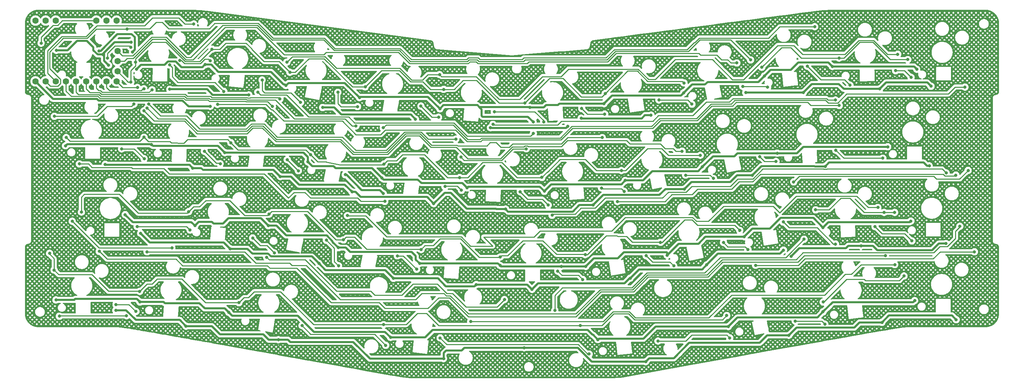
<source format=gtl>
G04 #@! TF.GenerationSoftware,KiCad,Pcbnew,8.0.1*
G04 #@! TF.CreationDate,2024-06-23T14:06:00+09:00*
G04 #@! TF.ProjectId,noraneko42gr,6e6f7261-6e65-46b6-9f34-3267722e6b69,rev?*
G04 #@! TF.SameCoordinates,Original*
G04 #@! TF.FileFunction,Copper,L1,Top*
G04 #@! TF.FilePolarity,Positive*
%FSLAX46Y46*%
G04 Gerber Fmt 4.6, Leading zero omitted, Abs format (unit mm)*
G04 Created by KiCad (PCBNEW 8.0.1) date 2024-06-23 14:06:00*
%MOMM*%
%LPD*%
G01*
G04 APERTURE LIST*
G04 #@! TA.AperFunction,ComponentPad*
%ADD10C,1.600000*%
G04 #@! TD*
G04 #@! TA.AperFunction,ViaPad*
%ADD11C,0.800000*%
G04 #@! TD*
G04 #@! TA.AperFunction,Conductor*
%ADD12C,0.500000*%
G04 #@! TD*
G04 #@! TA.AperFunction,Conductor*
%ADD13C,0.250000*%
G04 #@! TD*
G04 APERTURE END LIST*
D10*
X61286082Y-105152100D03*
X63826082Y-105152100D03*
X66366082Y-105152100D03*
X68906082Y-105152100D03*
X71446082Y-105152100D03*
X73986082Y-105152100D03*
X76526082Y-105152100D03*
X79066082Y-105152100D03*
X81606082Y-105152100D03*
X81816082Y-102612100D03*
X81816082Y-100072100D03*
X81816082Y-97532100D03*
X81606082Y-89912100D03*
X79066082Y-89912100D03*
X76526082Y-89912100D03*
X66366082Y-89912100D03*
X63826082Y-89912100D03*
X61286082Y-89912100D03*
D11*
X85168586Y-105281414D03*
X86300000Y-100360000D03*
X143868418Y-106527839D03*
X163540000Y-107150000D03*
X183875562Y-110595615D03*
X105510000Y-97070000D03*
X65995565Y-113900000D03*
X85925000Y-110850000D03*
X223740000Y-105540000D03*
X204020000Y-108180000D03*
X125000000Y-102860000D03*
X110227026Y-120532974D03*
X227820000Y-123690000D03*
X148570000Y-125870000D03*
X130180000Y-123510000D03*
X167540000Y-129248903D03*
X68960000Y-119220000D03*
X208050000Y-127510666D03*
X188140000Y-129220000D03*
X88460000Y-119150000D03*
X138430000Y-144890000D03*
X199000000Y-148590000D03*
X119800000Y-138420000D03*
X157870000Y-147300000D03*
X99640000Y-137800000D03*
X177700000Y-149170000D03*
X217830000Y-145510000D03*
X237700000Y-142520000D03*
X72780000Y-137930000D03*
X65940000Y-152440000D03*
X62680000Y-95570000D03*
X64800000Y-148250000D03*
X234440000Y-163860000D03*
X112230000Y-160650000D03*
X87390000Y-157800000D03*
X197775000Y-166350000D03*
X148475000Y-166136583D03*
X161025000Y-135800000D03*
X253650000Y-107950000D03*
X200975000Y-136175000D03*
X250625000Y-148975000D03*
X79570000Y-101100000D03*
X259125000Y-126450000D03*
X140575000Y-132850000D03*
X171675000Y-156100000D03*
X179050000Y-137175000D03*
X250000000Y-168825000D03*
X214150000Y-175425000D03*
X291925000Y-164900000D03*
X175250000Y-116750000D03*
X133200000Y-111700000D03*
X110025000Y-147120000D03*
X273325000Y-165575000D03*
X98975000Y-166525000D03*
X150943093Y-154550000D03*
X223800000Y-132150000D03*
X239200000Y-107950000D03*
X87622300Y-143250000D03*
X156475000Y-114650000D03*
X81400000Y-162560000D03*
X132273148Y-150826852D03*
X197975000Y-114370000D03*
X94925000Y-107140000D03*
X215475000Y-113625000D03*
X85260000Y-95300000D03*
X289375000Y-145825000D03*
X122600000Y-129025000D03*
X285625000Y-106375000D03*
X285175000Y-126325000D03*
X229450000Y-151150000D03*
X183700000Y-171950000D03*
X272750000Y-107025000D03*
X240850000Y-128700000D03*
X185675000Y-157300000D03*
X66490000Y-97350000D03*
X100650000Y-126900000D03*
X114725000Y-108550000D03*
X248650000Y-147450000D03*
X194625000Y-116375000D03*
X163510000Y-174660000D03*
X210244188Y-154494188D03*
X78749500Y-125950000D03*
X268075000Y-146375000D03*
X122125000Y-169925000D03*
X77150000Y-97500000D03*
X188740000Y-132700000D03*
X87440000Y-160470000D03*
X203710000Y-110725000D03*
X119600000Y-141342273D03*
X223680000Y-108010000D03*
X103750000Y-100950000D03*
X169390000Y-131860000D03*
X108700000Y-123000000D03*
X124014316Y-106183903D03*
X68800000Y-121300000D03*
X243870000Y-103840000D03*
X209030000Y-130000000D03*
X258575000Y-162925000D03*
X247075000Y-123165955D03*
X219520000Y-148730000D03*
X148070000Y-129350000D03*
X185950000Y-115325000D03*
X85590544Y-97770544D03*
X234860000Y-166625000D03*
X177650000Y-151310000D03*
X83750000Y-138560000D03*
X282050000Y-102100000D03*
X142442500Y-109217500D03*
X280560000Y-140170000D03*
X202160000Y-169890000D03*
X109675000Y-163025000D03*
X101220000Y-141310000D03*
X137150000Y-146850000D03*
X150250000Y-169350000D03*
X66400000Y-159950000D03*
X157510000Y-150770000D03*
X238819129Y-144105871D03*
X193000000Y-151552618D03*
X86580000Y-102110000D03*
X129500000Y-125300000D03*
X274775000Y-121550000D03*
X258560000Y-141810421D03*
X281540000Y-160100000D03*
X90325000Y-120955010D03*
X228342500Y-126582500D03*
X199130000Y-151552618D03*
X260920000Y-101430000D03*
X162580000Y-112030000D03*
X185123817Y-111677667D03*
X70475000Y-140200000D03*
X95450000Y-146925000D03*
X256490000Y-91450000D03*
X84190000Y-92060000D03*
X106870000Y-110915000D03*
X262627095Y-111206176D03*
X100930000Y-90760000D03*
X272310000Y-136760000D03*
X139420000Y-138800000D03*
X120637013Y-111440000D03*
X276540000Y-151100000D03*
X170290000Y-165350000D03*
X141577754Y-116325000D03*
X124250000Y-100310000D03*
X162500000Y-103440000D03*
X122525000Y-109520000D03*
X277280000Y-98340000D03*
X166575000Y-119640000D03*
X167825000Y-124150000D03*
X89650000Y-110829594D03*
X289420000Y-128110000D03*
X184214042Y-122060000D03*
X90475000Y-107250000D03*
X190697500Y-138722500D03*
X291860000Y-128670000D03*
X89250000Y-111875000D03*
X203250000Y-119232451D03*
X88425000Y-107000000D03*
X207074532Y-135275468D03*
X88438868Y-112509799D03*
X296510000Y-147880000D03*
X241692500Y-151267500D03*
X86800000Y-106669594D03*
X223270000Y-122650000D03*
X294925000Y-127480000D03*
X251220000Y-130350000D03*
X236975000Y-100527869D03*
X258610000Y-160480000D03*
X279800000Y-99670000D03*
X243234362Y-101614362D03*
X276510000Y-137990000D03*
X262600000Y-99310000D03*
X256720000Y-137350000D03*
X278855471Y-153934980D03*
X273870000Y-137990000D03*
X240410000Y-99770000D03*
X105050000Y-111425000D03*
X85120000Y-96560000D03*
X79310101Y-99289899D03*
X108450000Y-107670000D03*
X94910000Y-101040000D03*
X127650000Y-110425000D03*
X118050000Y-104800000D03*
X141950000Y-111474498D03*
X137025000Y-107900000D03*
X157825000Y-111350000D03*
X162250000Y-114125698D03*
X188575000Y-115340000D03*
X176225000Y-112796803D03*
X198126917Y-111950000D03*
X203850000Y-113333197D03*
X217462746Y-109806103D03*
X225725000Y-110850000D03*
X238475000Y-106426766D03*
X244700000Y-106625000D03*
X265325000Y-106100000D03*
X254625000Y-101330000D03*
X276762757Y-102480847D03*
X280625000Y-104150000D03*
X72275000Y-125850000D03*
X294125000Y-106575000D03*
X148400000Y-116775000D03*
X148775000Y-135250000D03*
X82859400Y-122075000D03*
X88500000Y-124550000D03*
X103570000Y-122675000D03*
X107550000Y-125800000D03*
X124350000Y-124775000D03*
X127125000Y-127550000D03*
X138875111Y-128556192D03*
X148400000Y-133264742D03*
X167978151Y-132446849D03*
X163850000Y-131525000D03*
X182725000Y-132850000D03*
X189725000Y-136150000D03*
X208725000Y-132725000D03*
X203080749Y-131875000D03*
X231100000Y-129495000D03*
X224170000Y-128650000D03*
X246775000Y-125224074D03*
X242750000Y-124045955D03*
X273550000Y-124409990D03*
X261775000Y-122430000D03*
X77250000Y-147775000D03*
X274175000Y-148875000D03*
X86742300Y-141535000D03*
X100000000Y-142425000D03*
X115675000Y-144400000D03*
X121100000Y-148170000D03*
X134150000Y-144975000D03*
X137200000Y-151400000D03*
X151925000Y-148900000D03*
X156763111Y-152261889D03*
X198375000Y-154825000D03*
X192120000Y-152725000D03*
X221175000Y-151400000D03*
X214275000Y-148880000D03*
X239750000Y-147300000D03*
X233625000Y-145525000D03*
X261700000Y-145925000D03*
X248600000Y-140400000D03*
X271600000Y-141575000D03*
X280825000Y-145150000D03*
X84075000Y-163925000D03*
X292850000Y-141475000D03*
X89225000Y-147875000D03*
X67250000Y-164025000D03*
X86425000Y-162850000D03*
X81450000Y-161100000D03*
X149025000Y-171325000D03*
X128050000Y-166375000D03*
X162642500Y-169467500D03*
X199978743Y-173509235D03*
X217225000Y-170257578D03*
X235200000Y-169475000D03*
X259025000Y-166034927D03*
X251625000Y-165264055D03*
X116975000Y-107825000D03*
X105050000Y-100020000D03*
X186000000Y-118200000D03*
X97462312Y-99937688D03*
X261675000Y-109800000D03*
X175882360Y-115936965D03*
X191375000Y-162575000D03*
X253825000Y-144725000D03*
X119200000Y-149250000D03*
X178750000Y-159850000D03*
D12*
X209030000Y-130000000D02*
X208077727Y-130952273D01*
X208077727Y-130952273D02*
X190487727Y-130952273D01*
X190487727Y-130952273D02*
X188740000Y-132700000D01*
D13*
X122310000Y-100170000D02*
X125000000Y-102860000D01*
X133589317Y-99439000D02*
X140678156Y-106527839D01*
X163540000Y-107150000D02*
X166170053Y-107150000D01*
X93931856Y-95339500D02*
X90446966Y-95339500D01*
X214638447Y-105142269D02*
X223342269Y-105142269D01*
X86267268Y-101355000D02*
X85168586Y-102453682D01*
X115450365Y-96950365D02*
X115450365Y-97075365D01*
X125000000Y-102860000D02*
X126330000Y-102860000D01*
X143868418Y-106527839D02*
X147946257Y-102450000D01*
X168400053Y-104920000D02*
X171790000Y-104920000D01*
X203172161Y-109027839D02*
X198017892Y-109027839D01*
X212047836Y-102551658D02*
X214638447Y-105142269D01*
X108950000Y-95550000D02*
X114050000Y-95550000D01*
X107430000Y-97070000D02*
X108950000Y-95550000D01*
X152462970Y-102450000D02*
X155287517Y-105274547D01*
X198017892Y-109027839D02*
X193405852Y-104415799D01*
X140678156Y-106527839D02*
X143868418Y-106527839D01*
X90446966Y-95339500D02*
X86300000Y-99486466D01*
X118545000Y-100170000D02*
X122310000Y-100170000D01*
X158334547Y-105274547D02*
X160210000Y-107150000D01*
X171790000Y-104920000D02*
X177465615Y-110595615D01*
X105510000Y-97070000D02*
X102395000Y-100185000D01*
X98777356Y-100185000D02*
X93931856Y-95339500D01*
X115450365Y-97075365D02*
X118545000Y-100170000D01*
X190055378Y-104415799D02*
X183875562Y-110595615D01*
X85925000Y-110850000D02*
X85350000Y-111425000D01*
X105510000Y-97070000D02*
X107430000Y-97070000D01*
X86300000Y-99486466D02*
X86300000Y-100360000D01*
X85168586Y-105281414D02*
X84485396Y-105281414D01*
X147946257Y-102450000D02*
X152462970Y-102450000D01*
X223342269Y-105142269D02*
X223740000Y-105540000D01*
X85350000Y-111425000D02*
X79250000Y-111425000D01*
X155287517Y-105274547D02*
X158334547Y-105274547D01*
X193405852Y-104415799D02*
X190055378Y-104415799D01*
X177465615Y-110595615D02*
X183875562Y-110595615D01*
X84485396Y-105281414D02*
X81816082Y-102612100D01*
X85168586Y-102453682D02*
X85168586Y-105281414D01*
X86300000Y-100360000D02*
X86300000Y-101355000D01*
X204020000Y-108180000D02*
X203172161Y-109027839D01*
X166170053Y-107150000D02*
X168400053Y-104920000D01*
X209648342Y-102551658D02*
X212047836Y-102551658D01*
X160210000Y-107150000D02*
X163540000Y-107150000D01*
X102395000Y-100185000D02*
X98777356Y-100185000D01*
X86300000Y-101355000D02*
X86267268Y-101355000D01*
X204020000Y-108180000D02*
X209648342Y-102551658D01*
X114050000Y-95550000D02*
X115450365Y-96950365D01*
X79250000Y-111425000D02*
X76775000Y-113900000D01*
X76775000Y-113900000D02*
X65995565Y-113900000D01*
X126330000Y-102860000D02*
X129751000Y-99439000D01*
X129751000Y-99439000D02*
X133589317Y-99439000D01*
X181914328Y-129243150D02*
X178141178Y-125470000D01*
X95343522Y-120558751D02*
X94984781Y-120200010D01*
X134122463Y-125333635D02*
X132003635Y-125333635D01*
X169537181Y-129248903D02*
X167540000Y-129248903D01*
X109444052Y-119750000D02*
X99350000Y-119750000D01*
X87453000Y-120157000D02*
X88460000Y-119150000D01*
X110227026Y-120532974D02*
X109444052Y-119750000D01*
X134172944Y-125384116D02*
X134122463Y-125333635D01*
X188116850Y-129243150D02*
X181914328Y-129243150D01*
X148570000Y-125870000D02*
X148340000Y-126100000D01*
X218145000Y-121995000D02*
X214588842Y-121995000D01*
X137540918Y-126100000D02*
X134172944Y-125384116D01*
X227820000Y-123690000D02*
X227793071Y-123716929D01*
X214588842Y-121995000D02*
X209073176Y-127510666D01*
X130180000Y-123510000D02*
X128985000Y-122315000D01*
X209073176Y-127510666D02*
X208050000Y-127510666D01*
X94984781Y-120200010D02*
X89510010Y-120200010D01*
X208050000Y-127510666D02*
X201787496Y-127510666D01*
X68960000Y-119220000D02*
X69897000Y-120157000D01*
X201787496Y-127510666D02*
X198988415Y-124711585D01*
X188140000Y-129220000D02*
X188116850Y-129243150D01*
X189540000Y-127820000D02*
X188140000Y-129220000D01*
X164439944Y-129248903D02*
X158741041Y-123550000D01*
X178141178Y-125470000D02*
X173316084Y-125470000D01*
X153200000Y-123550000D02*
X151725000Y-125025000D01*
X69897000Y-120157000D02*
X87453000Y-120157000D01*
X158741041Y-123550000D02*
X153200000Y-123550000D01*
X167540000Y-129248903D02*
X164439944Y-129248903D01*
X148340000Y-126100000D02*
X137540918Y-126100000D01*
X189605015Y-127820000D02*
X189540000Y-127820000D01*
X112009052Y-122315000D02*
X110227026Y-120532974D01*
X198988415Y-124711585D02*
X192713430Y-124711585D01*
X98433350Y-120666650D02*
X95343522Y-120558751D01*
X227793071Y-123716929D02*
X219866929Y-123716929D01*
X99350000Y-119750000D02*
X98433350Y-120666650D01*
X219866929Y-123716929D02*
X218145000Y-121995000D01*
X149415000Y-125025000D02*
X148570000Y-125870000D01*
X132003635Y-125333635D02*
X130180000Y-123510000D01*
X173316084Y-125470000D02*
X169537181Y-129248903D01*
X89510010Y-120200010D02*
X88460000Y-119150000D01*
X151725000Y-125025000D02*
X149415000Y-125025000D01*
X192713430Y-124711585D02*
X189605015Y-127820000D01*
X128985000Y-122315000D02*
X112009052Y-122315000D01*
X144225000Y-147200000D02*
X141235666Y-144210666D01*
X102361270Y-136575000D02*
X100865000Y-136575000D01*
X217777333Y-145457333D02*
X210800220Y-145457333D01*
X139109334Y-144210666D02*
X138430000Y-144890000D01*
X218265000Y-145510000D02*
X217830000Y-145510000D01*
X113673378Y-138766929D02*
X109936449Y-135030000D01*
X199519421Y-148590000D02*
X199000000Y-148590000D01*
X99640000Y-137800000D02*
X99246850Y-138193150D01*
X177700000Y-149170000D02*
X177570000Y-149300000D01*
X209342887Y-144000000D02*
X207066158Y-144000000D01*
X204234421Y-143875000D02*
X199519421Y-148590000D01*
X236405314Y-141225314D02*
X227141472Y-141225314D01*
X207066158Y-144000000D02*
X206941158Y-143875000D01*
X86993150Y-138193150D02*
X82250000Y-133450000D01*
X73490000Y-133450000D02*
X72780000Y-134160000D01*
X99246850Y-138193150D02*
X86993150Y-138193150D01*
X179575000Y-148875000D02*
X177995000Y-148875000D01*
X199000000Y-148590000D02*
X198937839Y-148527839D01*
X177570000Y-149300000D02*
X172456942Y-149300000D01*
X172456942Y-149300000D02*
X167757942Y-144601000D01*
X158845000Y-146325000D02*
X157870000Y-147300000D01*
X198937839Y-148527839D02*
X191794473Y-148527839D01*
X177995000Y-148875000D02*
X177700000Y-149170000D01*
X162635270Y-144601000D02*
X160911270Y-146325000D01*
X136565000Y-144890000D02*
X129454000Y-137779000D01*
X100865000Y-136575000D02*
X99640000Y-137800000D01*
X191794473Y-148527839D02*
X188391634Y-145125000D01*
X129454000Y-137779000D02*
X120441000Y-137779000D01*
X167757942Y-144601000D02*
X162635270Y-144601000D01*
X160911270Y-146325000D02*
X158845000Y-146325000D01*
X210800220Y-145457333D02*
X209342887Y-144000000D01*
X188391634Y-145125000D02*
X183325000Y-145125000D01*
X237700000Y-142520000D02*
X237495000Y-142725000D01*
X82250000Y-133450000D02*
X73490000Y-133450000D01*
X72780000Y-134160000D02*
X72780000Y-137930000D01*
X206941158Y-143875000D02*
X204234421Y-143875000D01*
X119800000Y-138420000D02*
X119453071Y-138766929D01*
X109936449Y-135030000D02*
X103906270Y-135030000D01*
X217830000Y-145510000D02*
X217777333Y-145457333D01*
X141235666Y-144210666D02*
X139109334Y-144210666D01*
X103906270Y-135030000D02*
X102361270Y-136575000D01*
X237700000Y-142520000D02*
X236405314Y-141225314D01*
X157770000Y-147200000D02*
X144225000Y-147200000D01*
X225741158Y-139825000D02*
X223950000Y-139825000D01*
X138430000Y-144890000D02*
X136565000Y-144890000D01*
X223950000Y-139825000D02*
X218265000Y-145510000D01*
X227141472Y-141225314D02*
X225741158Y-139825000D01*
X119453071Y-138766929D02*
X113673378Y-138766929D01*
X183325000Y-145125000D02*
X179575000Y-148875000D01*
X120441000Y-137779000D02*
X119800000Y-138420000D01*
X157870000Y-147300000D02*
X157770000Y-147200000D01*
X65707900Y-91067100D02*
X66844499Y-91067100D01*
X113505000Y-159375000D02*
X114585087Y-159375000D01*
X89215000Y-155975000D02*
X90461270Y-155975000D01*
X79543150Y-157768150D02*
X87358150Y-157768150D01*
X90461270Y-155975000D02*
X91751270Y-154685000D01*
X97935000Y-154685000D02*
X103847654Y-160597654D01*
X122693719Y-157895000D02*
X130935302Y-166136583D01*
X112177654Y-160597654D02*
X112230000Y-160650000D01*
X87390000Y-157800000D02*
X89215000Y-155975000D01*
X112230000Y-160650000D02*
X113505000Y-159375000D01*
X116065087Y-157895000D02*
X122693719Y-157895000D01*
X206155948Y-163400000D02*
X203205948Y-166350000D01*
X234440000Y-163860000D02*
X233400000Y-164900000D01*
X233400000Y-164900000D02*
X211350000Y-164900000D01*
X64800000Y-148460000D02*
X64800000Y-148250000D01*
X65940000Y-149600000D02*
X64800000Y-148460000D01*
X62680000Y-94080000D02*
X63710000Y-93050000D01*
X63710000Y-93050000D02*
X63725000Y-93050000D01*
X66844499Y-91067100D02*
X67999499Y-89912100D01*
X65940000Y-152440000D02*
X67105000Y-153605000D01*
X91751270Y-154685000D02*
X97935000Y-154685000D01*
X75380000Y-153605000D02*
X79543150Y-157768150D01*
X114585087Y-159375000D02*
X116065087Y-157895000D01*
X203205948Y-166350000D02*
X197775000Y-166350000D01*
X87358150Y-157768150D02*
X87390000Y-157800000D01*
X156958842Y-163305000D02*
X154127259Y-166136583D01*
X65940000Y-152440000D02*
X65940000Y-149600000D01*
X211350000Y-164900000D02*
X209850000Y-163400000D01*
X162286158Y-166350000D02*
X159241158Y-163305000D01*
X63725000Y-93050000D02*
X65707900Y-91067100D01*
X62680000Y-95570000D02*
X62680000Y-94080000D01*
X67999499Y-89912100D02*
X76526082Y-89912100D01*
X209850000Y-163400000D02*
X206155948Y-163400000D01*
X103847654Y-160597654D02*
X112177654Y-160597654D01*
X67105000Y-153605000D02*
X75380000Y-153605000D01*
X130935302Y-166136583D02*
X148475000Y-166136583D01*
X154127259Y-166136583D02*
X148475000Y-166136583D01*
X159241158Y-163305000D02*
X156958842Y-163305000D01*
X197775000Y-166350000D02*
X162286158Y-166350000D01*
D12*
X69300000Y-97350000D02*
X71691134Y-94958866D01*
X120913458Y-127338458D02*
X122600000Y-129025000D01*
X104250600Y-107140000D02*
X105660600Y-108550000D01*
X81117624Y-95300000D02*
X78430101Y-97987523D01*
X197507565Y-136175000D02*
X195882565Y-137800000D01*
X198030000Y-114425000D02*
X197975000Y-114370000D01*
X99850000Y-126100000D02*
X78899500Y-126100000D01*
X78430101Y-97987523D02*
X78430101Y-98780000D01*
X161025000Y-135800000D02*
X159369742Y-134144742D01*
X155297421Y-113472421D02*
X137856928Y-113472421D01*
X242678742Y-170725000D02*
X225045000Y-170725000D01*
X237061145Y-128700000D02*
X240850000Y-128700000D01*
X290853175Y-163828175D02*
X291925000Y-164900000D01*
X250000000Y-168825000D02*
X244578742Y-168825000D01*
X100650000Y-126900000D02*
X99850000Y-126100000D01*
X262564508Y-105810000D02*
X255790000Y-105810000D01*
X184475000Y-156100000D02*
X185675000Y-157300000D01*
X141418093Y-132850000D02*
X140575000Y-132850000D01*
X97407727Y-164957727D02*
X86382727Y-164957727D01*
X133930357Y-152484061D02*
X148877154Y-152484061D01*
X219072379Y-132150000D02*
X217590154Y-133632225D01*
X239200000Y-107950000D02*
X253650000Y-107950000D01*
X66490000Y-97350000D02*
X69300000Y-97350000D01*
X78105101Y-98455000D02*
X78430101Y-98780000D01*
X266380354Y-166914927D02*
X267720281Y-165575000D01*
X229450000Y-151150000D02*
X232241933Y-148358067D01*
X127309061Y-131034061D02*
X125300000Y-129025000D01*
X268075000Y-146375000D02*
X271055491Y-146375000D01*
X164165383Y-172609617D02*
X168071167Y-172609617D01*
X78430101Y-98780000D02*
X78430101Y-99960101D01*
X83985000Y-162560000D02*
X81400000Y-162560000D01*
X273325000Y-165575000D02*
X275071825Y-163828175D01*
X118338621Y-168575000D02*
X107525000Y-168575000D01*
X171675000Y-156100000D02*
X184475000Y-156100000D01*
X285900000Y-147500000D02*
X287575000Y-145825000D01*
X187175000Y-155800000D02*
X208825000Y-155800000D01*
X213150000Y-114425000D02*
X198030000Y-114425000D01*
X275071825Y-163828175D02*
X290853175Y-163828175D01*
X163510000Y-173265000D02*
X164165383Y-172609617D01*
X283775000Y-125500000D02*
X260075000Y-125500000D01*
X272180491Y-147500000D02*
X285900000Y-147500000D01*
X214995000Y-174580000D02*
X214150000Y-175425000D01*
X255790000Y-105810000D02*
X253650000Y-107950000D01*
X267720281Y-165575000D02*
X273325000Y-165575000D01*
X175325000Y-116825000D02*
X194175000Y-116825000D01*
X156475000Y-114650000D02*
X155297421Y-113472421D01*
X85260000Y-95300000D02*
X81117624Y-95300000D01*
X86382727Y-164957727D02*
X83985000Y-162560000D01*
X228313233Y-152286767D02*
X229450000Y-151150000D01*
X213950000Y-113625000D02*
X213150000Y-114425000D01*
X203517775Y-133632225D02*
X200975000Y-136175000D01*
X168071167Y-172609617D02*
X168730784Y-171950000D01*
X132273148Y-150826852D02*
X133930357Y-152484061D01*
X223800000Y-132150000D02*
X225575000Y-130375000D01*
X175250000Y-116750000D02*
X175325000Y-116825000D01*
X256485954Y-126450000D02*
X256439289Y-126403335D01*
X284600000Y-126325000D02*
X283775000Y-125500000D01*
X274350000Y-105425000D02*
X272750000Y-107025000D01*
X105660600Y-108550000D02*
X114725000Y-108550000D01*
X176603605Y-137050000D02*
X169300000Y-137050000D01*
X179050000Y-137175000D02*
X176728605Y-137175000D01*
X164080000Y-156520000D02*
X171255000Y-156520000D01*
X264875000Y-146375000D02*
X268075000Y-146375000D01*
X77965000Y-98455000D02*
X78105101Y-98455000D01*
X130496296Y-149050000D02*
X132273148Y-150826852D01*
X259125000Y-126450000D02*
X256485954Y-126450000D01*
X148877154Y-152484061D02*
X150943093Y-154550000D01*
X74133866Y-94958866D02*
X75763400Y-96588400D01*
X223800000Y-132150000D02*
X219072379Y-132150000D01*
X264275000Y-146975000D02*
X264875000Y-146375000D01*
X77930000Y-98420000D02*
X77965000Y-98455000D01*
X208825000Y-155800000D02*
X210130812Y-154494188D01*
X168730784Y-171950000D02*
X183700000Y-171950000D01*
X124520465Y-169925000D02*
X122125000Y-169925000D01*
X162110000Y-154550000D02*
X164080000Y-156520000D01*
X176728605Y-137175000D02*
X176603605Y-137050000D01*
X284675000Y-105425000D02*
X274350000Y-105425000D01*
X221190000Y-174580000D02*
X214995000Y-174580000D01*
X270050947Y-107025000D02*
X270025947Y-107000000D01*
X163764877Y-133060123D02*
X161025000Y-135800000D01*
X285625000Y-106375000D02*
X284675000Y-105425000D01*
X150943093Y-154550000D02*
X162110000Y-154550000D01*
X94925000Y-107140000D02*
X104250600Y-107140000D01*
X89930027Y-145557727D02*
X108462727Y-145557727D01*
X87622300Y-143250000D02*
X89930027Y-145557727D01*
X71691134Y-94958866D02*
X74133866Y-94958866D01*
X210244188Y-154494188D02*
X212451609Y-152286767D01*
X122125000Y-169925000D02*
X119688621Y-169925000D01*
X125070465Y-170475000D02*
X124520465Y-169925000D01*
X272750000Y-107025000D02*
X270050947Y-107025000D01*
X102799001Y-126900000D02*
X103237459Y-127338458D01*
X77965000Y-98455000D02*
X78430101Y-97989899D01*
X235386145Y-130375000D02*
X237061145Y-128700000D01*
X78899500Y-126100000D02*
X78749500Y-125950000D01*
X214150000Y-175425000D02*
X200650000Y-175425000D01*
X105475000Y-166525000D02*
X98975000Y-166525000D01*
X115595000Y-148370000D02*
X119564508Y-148370000D01*
X197175000Y-171950000D02*
X183700000Y-171950000D01*
X232241933Y-148358067D02*
X247781933Y-148358067D01*
X107525000Y-168575000D02*
X105475000Y-166525000D01*
X76825492Y-98420000D02*
X77930000Y-98420000D01*
X225045000Y-170725000D02*
X221190000Y-174580000D01*
X100650000Y-126900000D02*
X102799001Y-126900000D01*
X251910073Y-166914927D02*
X266380354Y-166914927D01*
X110025000Y-147120000D02*
X114345000Y-147120000D01*
X244578742Y-168825000D02*
X242678742Y-170725000D01*
X271055491Y-146375000D02*
X272180491Y-147500000D01*
X108462727Y-145557727D02*
X110025000Y-147120000D01*
X252625000Y-146975000D02*
X264275000Y-146975000D01*
X194175000Y-116825000D02*
X194625000Y-116375000D01*
X210130812Y-154494188D02*
X210244188Y-154494188D01*
X195882565Y-137800000D02*
X179675000Y-137800000D01*
X119564508Y-148370000D02*
X120244508Y-149050000D01*
X171255000Y-156520000D02*
X171675000Y-156100000D01*
X140850000Y-170475000D02*
X125070465Y-170475000D01*
X200650000Y-175425000D02*
X197175000Y-171950000D01*
X215475000Y-113625000D02*
X213950000Y-113625000D01*
X145050000Y-174675000D02*
X140850000Y-170475000D01*
X125300000Y-129025000D02*
X122600000Y-129025000D01*
X179675000Y-137800000D02*
X179050000Y-137175000D01*
X163510000Y-174660000D02*
X163510000Y-173265000D01*
X263754508Y-107000000D02*
X262564508Y-105810000D01*
X114345000Y-147120000D02*
X115595000Y-148370000D01*
X140575000Y-132850000D02*
X138759061Y-131034061D01*
X78430101Y-99960101D02*
X79570000Y-101100000D01*
X138759061Y-131034061D02*
X127309061Y-131034061D01*
X212451609Y-152286767D02*
X228313233Y-152286767D01*
X165310123Y-133060123D02*
X163764877Y-133060123D01*
X120244508Y-149050000D02*
X130496296Y-149050000D01*
X247781933Y-148358067D02*
X248650000Y-147490000D01*
X103237459Y-127338458D02*
X120913458Y-127338458D01*
X136084507Y-111700000D02*
X133200000Y-111700000D01*
X142712835Y-134144742D02*
X141418093Y-132850000D01*
X260075000Y-125500000D02*
X259125000Y-126450000D01*
X250625000Y-148975000D02*
X252625000Y-146975000D01*
X270025947Y-107000000D02*
X263754508Y-107000000D01*
X285175000Y-126325000D02*
X284600000Y-126325000D01*
X75763400Y-97357908D02*
X76825492Y-98420000D01*
X159369742Y-134144742D02*
X142712835Y-134144742D01*
X287575000Y-145825000D02*
X289375000Y-145825000D01*
X163495000Y-174675000D02*
X145050000Y-174675000D01*
X243146665Y-126403335D02*
X240850000Y-128700000D01*
X163510000Y-174660000D02*
X163495000Y-174675000D01*
X200975000Y-136175000D02*
X197507565Y-136175000D01*
X137856928Y-113472421D02*
X136084507Y-111700000D01*
X250000000Y-168825000D02*
X251910073Y-166914927D01*
X248650000Y-147490000D02*
X248650000Y-147450000D01*
X169300000Y-137050000D02*
X165310123Y-133060123D01*
X225575000Y-130375000D02*
X235386145Y-130375000D01*
X78430101Y-97989899D02*
X78430101Y-97987523D01*
X75763400Y-96588400D02*
X75763400Y-97357908D01*
X119688621Y-169925000D02*
X118338621Y-168575000D01*
X217590154Y-133632225D02*
X203517775Y-133632225D01*
X256439289Y-126403335D02*
X243146665Y-126403335D01*
X98975000Y-166525000D02*
X97407727Y-164957727D01*
X185675000Y-157300000D02*
X187175000Y-155800000D01*
X93667273Y-160742273D02*
X102317273Y-160742273D01*
X199130000Y-151552618D02*
X193000000Y-151552618D01*
X157510000Y-150770000D02*
X156560000Y-149820000D01*
X108705670Y-123005670D02*
X108700000Y-123000000D01*
X77600000Y-97500000D02*
X77150000Y-97500000D01*
X108255935Y-140790000D02*
X109595935Y-139450000D01*
X157060036Y-129755258D02*
X148475258Y-129755258D01*
X185123817Y-111677667D02*
X185058097Y-111611947D01*
X260975000Y-160525000D02*
X258575000Y-162925000D01*
X252367818Y-100450000D02*
X259940000Y-100450000D01*
X187631476Y-131591476D02*
X169658524Y-131591476D01*
X173030000Y-113780000D02*
X173030000Y-112165568D01*
X202160000Y-169890000D02*
X200945000Y-168675000D01*
X109595935Y-139450000D02*
X117707727Y-139450000D01*
X129500000Y-124125000D02*
X128380670Y-123005670D01*
X85625010Y-140435010D02*
X83750000Y-138560000D01*
X135725000Y-145425000D02*
X137150000Y-146850000D01*
X103650000Y-162075000D02*
X108725000Y-162075000D01*
X253614837Y-121550000D02*
X251998882Y-123165955D01*
X107030000Y-121330000D02*
X108700000Y-123000000D01*
X139038120Y-146850000D02*
X137150000Y-146850000D01*
X250517818Y-102300000D02*
X252367818Y-100450000D01*
X177107273Y-150767273D02*
X157512727Y-150767273D01*
X228342500Y-126582500D02*
X231000000Y-123925000D01*
X121642273Y-141342273D02*
X124099259Y-143799259D01*
X120282013Y-102762613D02*
X123448986Y-105929586D01*
X87440000Y-160470000D02*
X93395000Y-160470000D01*
X274775000Y-121550000D02*
X253614837Y-121550000D01*
X110525576Y-163875576D02*
X109675000Y-163025000D01*
X169658524Y-131591476D02*
X169390000Y-131860000D01*
X260925000Y-101425000D02*
X281375000Y-101425000D01*
X90325000Y-120955010D02*
X90275000Y-120905010D01*
X192125000Y-111100000D02*
X192500000Y-110725000D01*
X103750000Y-100950000D02*
X105260000Y-100950000D01*
X168175000Y-130645000D02*
X157949778Y-130645000D01*
X105260000Y-100950000D02*
X107072613Y-102762613D01*
X134224259Y-143799259D02*
X135725000Y-145300000D01*
X127000576Y-163875576D02*
X110525576Y-163875576D01*
X229094129Y-144105871D02*
X227350000Y-145850000D01*
X128380670Y-123005670D02*
X108705670Y-123005670D01*
X219520000Y-148730000D02*
X219520000Y-148070000D01*
X245232935Y-142090000D02*
X240835000Y-142090000D01*
X117707727Y-139450000D02*
X119600000Y-141342273D01*
X90699990Y-121330000D02*
X107030000Y-121330000D01*
X202160000Y-169890000D02*
X202370000Y-169680000D01*
X71217065Y-159700000D02*
X70967065Y-159950000D01*
X160782935Y-167450000D02*
X158882935Y-169350000D01*
X241654027Y-105304027D02*
X241660000Y-105310000D01*
X158882935Y-169350000D02*
X150250000Y-169350000D01*
X107072613Y-102762613D02*
X120282013Y-102762613D01*
X257150000Y-164350000D02*
X258575000Y-162925000D01*
X124648960Y-105549259D02*
X138774259Y-105549259D01*
X260920000Y-101430000D02*
X260925000Y-101425000D01*
X222400000Y-145850000D02*
X219520000Y-148730000D01*
X97860116Y-101580000D02*
X103090000Y-101580000D01*
X90325000Y-120955010D02*
X90699990Y-121330000D01*
X93615500Y-100974500D02*
X94430000Y-100160000D01*
X130631331Y-126431331D02*
X129500000Y-125300000D01*
X131075000Y-167950000D02*
X127000576Y-163875576D01*
X70967065Y-159950000D02*
X66400000Y-159950000D01*
X281540000Y-160100000D02*
X281115000Y-160525000D01*
X140069451Y-147881331D02*
X139038120Y-146850000D01*
X222990000Y-108700000D02*
X223680000Y-108010000D01*
X192500000Y-110725000D02*
X203710000Y-110725000D01*
X90275000Y-120905010D02*
X69194990Y-120905010D01*
X101220000Y-141310000D02*
X102150000Y-140380000D01*
X138774259Y-105549259D02*
X142442500Y-109217500D01*
X156560000Y-149820000D02*
X156560000Y-148950000D01*
X200945000Y-168675000D02*
X200825000Y-168675000D01*
X215811506Y-127650000D02*
X213461506Y-130000000D01*
X177650000Y-151310000D02*
X177892618Y-151552618D01*
X96440116Y-100160000D02*
X97860116Y-101580000D01*
X86140000Y-97221088D02*
X86140000Y-94100000D01*
X238819129Y-144105871D02*
X229094129Y-144105871D01*
X105870065Y-140790000D02*
X108255935Y-140790000D01*
X93395000Y-160470000D02*
X93667273Y-160742273D01*
X229645973Y-105304027D02*
X241654027Y-105304027D01*
X202370000Y-169680000D02*
X213595000Y-169680000D01*
X208650000Y-148000000D02*
X207140000Y-149510000D01*
X280280000Y-140450000D02*
X280560000Y-140170000D01*
X162580000Y-112030000D02*
X163500000Y-111110000D01*
X119600000Y-141342273D02*
X121642273Y-141342273D01*
X145633767Y-126913767D02*
X136438767Y-126913767D01*
X242400000Y-105310000D02*
X243870000Y-103840000D01*
X135956331Y-126431331D02*
X130631331Y-126431331D01*
X156560000Y-148950000D02*
X155491331Y-147881331D01*
X213595000Y-169680000D02*
X216650000Y-166625000D01*
X228342500Y-126582500D02*
X227275000Y-127650000D01*
X103720000Y-100950000D02*
X103750000Y-100950000D01*
X157949778Y-130645000D02*
X157060036Y-129755258D01*
X185123817Y-111677667D02*
X188618955Y-111677667D01*
X135725000Y-145300000D02*
X135725000Y-145425000D01*
X173270000Y-114020000D02*
X173030000Y-113780000D01*
X229000000Y-105950000D02*
X229645973Y-105304027D01*
X207140000Y-149510000D02*
X201172618Y-149510000D01*
X247922935Y-139400000D02*
X245232935Y-142090000D01*
X157512727Y-150767273D02*
X157510000Y-150770000D01*
X85590544Y-97770544D02*
X86140000Y-97221088D01*
X241660000Y-105310000D02*
X242400000Y-105310000D01*
X227275000Y-127650000D02*
X215811506Y-127650000D01*
X102317273Y-160742273D02*
X103650000Y-162075000D01*
X129500000Y-125300000D02*
X129500000Y-124125000D01*
X159577579Y-109027579D02*
X162580000Y-112030000D01*
X219520000Y-148070000D02*
X219450000Y-148000000D01*
X234860000Y-166625000D02*
X237135000Y-164350000D01*
X124099259Y-143799259D02*
X134224259Y-143799259D01*
X258560000Y-141810421D02*
X256149579Y-139400000D01*
X173030000Y-112165568D02*
X172476379Y-111611947D01*
X87715500Y-100974500D02*
X93615500Y-100974500D01*
X155491331Y-147881331D02*
X140069451Y-147881331D01*
X188618955Y-111677667D02*
X189196622Y-111100000D01*
X184645000Y-114020000D02*
X173270000Y-114020000D01*
X225740000Y-105950000D02*
X229000000Y-105950000D01*
X240835000Y-142090000D02*
X238819129Y-144105871D01*
X205735000Y-108700000D02*
X222990000Y-108700000D01*
X258560000Y-141810421D02*
X259920421Y-140450000D01*
X103090000Y-101580000D02*
X103720000Y-100950000D01*
X188740000Y-132700000D02*
X187631476Y-131591476D01*
X201172618Y-149510000D02*
X199130000Y-151552618D01*
X101220000Y-141310000D02*
X100345010Y-140435010D01*
X123759999Y-105929586D02*
X124014316Y-106183903D01*
X69194990Y-120905010D02*
X68800000Y-121300000D01*
X148070000Y-129350000D02*
X145633767Y-126913767D01*
X227350000Y-145850000D02*
X222400000Y-145850000D01*
X177892618Y-151552618D02*
X193000000Y-151552618D01*
X203710000Y-110725000D02*
X205735000Y-108700000D01*
X81800000Y-93300000D02*
X77600000Y-97500000D01*
X86140000Y-94100000D02*
X85340000Y-93300000D01*
X223680000Y-108010000D02*
X225740000Y-105950000D01*
X142632421Y-109027579D02*
X159577579Y-109027579D01*
X171974432Y-111110000D02*
X172476379Y-111611947D01*
X100345010Y-140435010D02*
X85625010Y-140435010D01*
X256149579Y-139400000D02*
X247922935Y-139400000D01*
X281375000Y-101425000D02*
X282050000Y-102100000D01*
X259920421Y-140450000D02*
X280280000Y-140450000D01*
X243870000Y-103840000D02*
X245410000Y-102300000D01*
X87440000Y-160470000D02*
X86670000Y-159700000D01*
X123448986Y-105929586D02*
X123759999Y-105929586D01*
X163500000Y-111110000D02*
X171974432Y-111110000D01*
X231000000Y-123925000D02*
X236375000Y-123925000D01*
X189196622Y-111100000D02*
X192125000Y-111100000D01*
X177650000Y-151310000D02*
X177107273Y-150767273D01*
X86580000Y-102110000D02*
X87715500Y-100974500D01*
X86670000Y-159700000D02*
X71217065Y-159700000D01*
X251998882Y-123165955D02*
X247075000Y-123165955D01*
X281115000Y-160525000D02*
X260975000Y-160525000D01*
X259940000Y-100450000D02*
X260920000Y-101430000D01*
X213461506Y-130000000D02*
X209030000Y-130000000D01*
X124014316Y-106183903D02*
X124648960Y-105549259D01*
X216650000Y-166625000D02*
X234860000Y-166625000D01*
X237135000Y-164350000D02*
X257150000Y-164350000D01*
X169390000Y-131860000D02*
X168175000Y-130645000D01*
X150250000Y-169350000D02*
X148850000Y-167950000D01*
X148850000Y-167950000D02*
X131075000Y-167950000D01*
X237134045Y-123165955D02*
X247075000Y-123165955D01*
X200825000Y-168675000D02*
X199600000Y-167450000D01*
X85340000Y-93300000D02*
X81800000Y-93300000D01*
X94430000Y-100160000D02*
X96440116Y-100160000D01*
X199600000Y-167450000D02*
X160782935Y-167450000D01*
X102150000Y-140380000D02*
X105460065Y-140380000D01*
X142442500Y-109217500D02*
X142632421Y-109027579D01*
X105460065Y-140380000D02*
X105870065Y-140790000D01*
X236375000Y-123925000D02*
X237134045Y-123165955D01*
X108725000Y-162075000D02*
X109675000Y-163025000D01*
X219450000Y-148000000D02*
X208650000Y-148000000D01*
X148475258Y-129755258D02*
X148070000Y-129350000D01*
X185058097Y-111611947D02*
X172476379Y-111611947D01*
X185950000Y-115325000D02*
X184645000Y-114020000D01*
X245410000Y-102300000D02*
X250517818Y-102300000D01*
X136438767Y-126913767D02*
X135956331Y-126431331D01*
D13*
X77200000Y-146925000D02*
X70475000Y-140200000D01*
X95450000Y-146925000D02*
X77200000Y-146925000D01*
X117102644Y-90620000D02*
X120771644Y-94289000D01*
X206331289Y-97161066D02*
X224508934Y-97161066D01*
X94614106Y-91954170D02*
X104845830Y-91954170D01*
X133695198Y-94289000D02*
X136328822Y-96922624D01*
X172197372Y-99257372D02*
X172630000Y-99690000D01*
X84190000Y-92060000D02*
X84130000Y-92000000D01*
X74199956Y-94353866D02*
X68206134Y-94353866D01*
X183581177Y-99265799D02*
X204226557Y-99265799D01*
X181398905Y-99667972D02*
X183192028Y-99667972D01*
X181376877Y-99690000D02*
X181398905Y-99667972D01*
X104845830Y-91954170D02*
X106180000Y-90620000D01*
X227542573Y-94297427D02*
X244902573Y-94297427D01*
X89849832Y-91954170D02*
X91463603Y-90340399D01*
X169703805Y-99257372D02*
X172197372Y-99257372D01*
X183300000Y-99546976D02*
X183581177Y-99265799D01*
X84295830Y-91954170D02*
X89849832Y-91954170D01*
X68206134Y-94353866D02*
X64790000Y-97770000D01*
X106180000Y-90620000D02*
X117102644Y-90620000D01*
X120771644Y-94289000D02*
X133695198Y-94289000D01*
X136328822Y-96922624D02*
X152631446Y-96922624D01*
X67521082Y-105630517D02*
X66844499Y-106307100D01*
X204226557Y-99265799D02*
X206331289Y-97161066D01*
X226450000Y-95390000D02*
X227542573Y-94297427D01*
X76553822Y-92000000D02*
X74199956Y-94353866D01*
X155398822Y-99690000D02*
X169271178Y-99690000D01*
X226280000Y-95390000D02*
X226450000Y-95390000D01*
X244902573Y-94297427D02*
X247750000Y-91450000D01*
X64981082Y-106307100D02*
X63826082Y-105152100D01*
X224508934Y-97161066D02*
X226280000Y-95390000D01*
X152631446Y-96922624D02*
X155398822Y-99690000D01*
X247750000Y-91450000D02*
X256490000Y-91450000D01*
X64790000Y-101942601D02*
X67521082Y-104673683D01*
X172630000Y-99690000D02*
X181376877Y-99690000D01*
X84130000Y-92000000D02*
X76553822Y-92000000D01*
X64790000Y-97770000D02*
X64790000Y-101942601D01*
X169271178Y-99690000D02*
X169703805Y-99257372D01*
X93000335Y-90340399D02*
X94614106Y-91954170D01*
X183192028Y-99667972D02*
X183300000Y-99560000D01*
X66844499Y-106307100D02*
X64981082Y-106307100D01*
X183300000Y-99560000D02*
X183300000Y-99546976D01*
X91463603Y-90340399D02*
X93000335Y-90340399D01*
X67521082Y-104673683D02*
X67521082Y-105630517D01*
X84190000Y-92060000D02*
X84295830Y-91954170D01*
X147722732Y-118520000D02*
X141566116Y-118520000D01*
X217827510Y-114933688D02*
X215831198Y-116930000D01*
X227083140Y-114933688D02*
X217827510Y-114933688D01*
X123520087Y-115100000D02*
X120660087Y-112240000D01*
X138146116Y-115100000D02*
X123520087Y-115100000D01*
X166513596Y-117342418D02*
X148900314Y-117342418D01*
X148900314Y-117342418D02*
X147722732Y-118520000D01*
X173238822Y-119840000D02*
X172848822Y-120230000D01*
X88613204Y-91200000D02*
X76675000Y-91200000D01*
X141566116Y-118520000D02*
X138146116Y-115100000D01*
X230706827Y-111310000D02*
X227083140Y-114933688D01*
X236810000Y-110410000D02*
X235910000Y-111310000D01*
X172848822Y-120230000D02*
X169401178Y-120230000D01*
X64310000Y-103096018D02*
X66366082Y-105152100D01*
X215831198Y-116930000D02*
X195828822Y-116930000D01*
X119015000Y-110915000D02*
X106870000Y-110915000D01*
X97150000Y-89225000D02*
X90588204Y-89225000D01*
X76675000Y-91200000D02*
X74001134Y-93873866D01*
X195828822Y-116930000D02*
X192918823Y-119840000D01*
X90588204Y-89225000D02*
X88613204Y-91200000D01*
X67896134Y-93873866D02*
X64310000Y-97460000D01*
X98685000Y-90760000D02*
X97150000Y-89225000D01*
X120340000Y-112240000D02*
X119015000Y-110915000D01*
X262627095Y-111206176D02*
X255522674Y-111206176D01*
X100930000Y-90760000D02*
X98685000Y-90760000D01*
X74001134Y-93873866D02*
X67896134Y-93873866D01*
X235910000Y-111310000D02*
X230706827Y-111310000D01*
X192918823Y-119840000D02*
X173238822Y-119840000D01*
X255522674Y-111206176D02*
X254726498Y-110410000D01*
X64310000Y-97460000D02*
X64310000Y-103096018D01*
X254726498Y-110410000D02*
X236810000Y-110410000D01*
X169401178Y-120230000D02*
X166513596Y-117342418D01*
X120660087Y-112240000D02*
X120340000Y-112240000D01*
X269866704Y-136760000D02*
X272310000Y-136760000D01*
X226842490Y-140247510D02*
X229832490Y-140247510D01*
X149253158Y-144121000D02*
X167956764Y-144121000D01*
X173545000Y-144175000D02*
X186178366Y-144175000D01*
X247686158Y-138068842D02*
X251825000Y-133930000D01*
X233625000Y-136455000D02*
X246072316Y-136455000D01*
X113909622Y-110160000D02*
X104831178Y-110160000D01*
X104831178Y-110160000D02*
X104521178Y-109850000D01*
X225904980Y-139310000D02*
X226842490Y-140247510D01*
X77380194Y-109344594D02*
X76952600Y-108917000D01*
X208993042Y-139310000D02*
X225904980Y-139310000D01*
X119462013Y-110265000D02*
X114014622Y-110265000D01*
X170275764Y-146440000D02*
X175810000Y-146440000D01*
X76952600Y-108917000D02*
X70242000Y-108917000D01*
X70242000Y-108917000D02*
X68906082Y-107581082D01*
X120637013Y-111440000D02*
X119462013Y-110265000D01*
X251825000Y-133930000D02*
X267036704Y-133930000D01*
X139420000Y-138800000D02*
X139460000Y-138840000D01*
X104521178Y-109850000D02*
X98881055Y-109850000D01*
X167956764Y-144121000D02*
X170275764Y-146440000D01*
X98881055Y-109850000D02*
X98375650Y-109344594D01*
X229832490Y-140247510D02*
X233625000Y-136455000D01*
X205645403Y-142657639D02*
X208993042Y-139310000D01*
X139460000Y-138840000D02*
X143972158Y-138840000D01*
X267036704Y-133930000D02*
X269866704Y-136760000D01*
X186178366Y-144175000D02*
X187695727Y-142657639D01*
X175810000Y-146440000D02*
X173545000Y-144175000D01*
X143972158Y-138840000D02*
X149253158Y-144121000D01*
X98375650Y-109344594D02*
X77380194Y-109344594D01*
X114014622Y-110265000D02*
X113909622Y-110160000D01*
X187695727Y-142657639D02*
X205645403Y-142657639D01*
X68906082Y-107581082D02*
X68906082Y-105152100D01*
X246072316Y-136455000D02*
X247686158Y-138068842D01*
X71446082Y-107858082D02*
X71446082Y-105152100D01*
X105030000Y-109680000D02*
X104720000Y-109370000D01*
X268088315Y-151100000D02*
X276540000Y-151100000D01*
X126137421Y-114557421D02*
X121365000Y-109785000D01*
X203527126Y-165350000D02*
X205957126Y-162920000D01*
X99079878Y-109370000D02*
X98574472Y-108864594D01*
X138845386Y-114557421D02*
X126137421Y-114557421D01*
X265669337Y-153518978D02*
X268088315Y-151100000D01*
X264132605Y-153518978D02*
X265669337Y-153518978D01*
X77151422Y-108437000D02*
X72025000Y-108437000D01*
X141577754Y-116325000D02*
X140612965Y-116325000D01*
X98574472Y-108864594D02*
X77579016Y-108864594D01*
X114108445Y-109680000D02*
X105030000Y-109680000D01*
X104720000Y-109370000D02*
X99079878Y-109370000D01*
X229962268Y-164420000D02*
X235667268Y-158715000D01*
X140612965Y-116325000D02*
X138845386Y-114557421D01*
X121365000Y-109785000D02*
X114213445Y-109785000D01*
X77579016Y-108864594D02*
X77151422Y-108437000D01*
X114213445Y-109785000D02*
X114108445Y-109680000D01*
X235667268Y-158715000D02*
X258936583Y-158715000D01*
X205957126Y-162920000D02*
X210048822Y-162920000D01*
X170290000Y-165350000D02*
X203527126Y-165350000D01*
X211548822Y-164420000D02*
X229962268Y-164420000D01*
X210048822Y-162920000D02*
X211548822Y-164420000D01*
X72025000Y-108437000D02*
X71446082Y-107858082D01*
X258936583Y-158715000D02*
X264132605Y-153518978D01*
X98773294Y-108384594D02*
X77777838Y-108384594D01*
X235881514Y-104699027D02*
X230851514Y-99669027D01*
X159569787Y-103440000D02*
X162500000Y-103440000D01*
X136704139Y-101875000D02*
X152566792Y-101875000D01*
X216517731Y-104662269D02*
X214837269Y-104662269D01*
X105455000Y-109200000D02*
X105145000Y-108890000D01*
X238648093Y-104699027D02*
X235881514Y-104699027D01*
X192907570Y-103935799D02*
X188284201Y-103935799D01*
X253460000Y-98340000D02*
X251289527Y-96169527D01*
X105145000Y-108890000D02*
X99278700Y-108890000D01*
X125601000Y-98959000D02*
X133668962Y-98959000D01*
X247177593Y-96169527D02*
X238648093Y-104699027D01*
X115142732Y-109200000D02*
X115037732Y-109305000D01*
X74920000Y-107945000D02*
X73986082Y-107011082D01*
X133728551Y-98899412D02*
X136704139Y-101875000D01*
X264071178Y-98340000D02*
X253460000Y-98340000D01*
X124250000Y-100310000D02*
X125601000Y-98959000D01*
X182570000Y-109650000D02*
X177400000Y-109650000D01*
X274708822Y-98340000D02*
X271236749Y-94867927D01*
X99278700Y-108890000D02*
X98773294Y-108384594D01*
X158215240Y-104794547D02*
X159569787Y-103440000D01*
X221510973Y-99669027D02*
X216517731Y-104662269D01*
X77338244Y-107945000D02*
X74920000Y-107945000D01*
X188284201Y-103935799D02*
X182570000Y-109650000D01*
X155486339Y-104794547D02*
X158215240Y-104794547D01*
X77777838Y-108384594D02*
X77338244Y-107945000D01*
X133668962Y-98959000D02*
X133728551Y-98899412D01*
X122525000Y-109520000D02*
X122205000Y-109200000D01*
X251289527Y-96169527D02*
X247177593Y-96169527D01*
X114307268Y-109200000D02*
X105455000Y-109200000D01*
X171677372Y-103927372D02*
X162987372Y-103927372D01*
X115037732Y-109305000D02*
X114412268Y-109305000D01*
X230851514Y-99669027D02*
X221510973Y-99669027D01*
X277280000Y-98340000D02*
X274708822Y-98340000D01*
X214837269Y-104662269D02*
X212246658Y-102071658D01*
X162987372Y-103927372D02*
X162500000Y-103440000D01*
X194771711Y-102071658D02*
X192907570Y-103935799D01*
X212246658Y-102071658D02*
X194771711Y-102071658D01*
X73986082Y-107011082D02*
X73986082Y-105152100D01*
X114412268Y-109305000D02*
X114307268Y-109200000D01*
X271236749Y-94867927D02*
X267543251Y-94867927D01*
X152566792Y-101875000D02*
X155486339Y-104794547D01*
X122205000Y-109200000D02*
X115142732Y-109200000D01*
X177400000Y-109650000D02*
X171677372Y-103927372D01*
X267543251Y-94867927D02*
X264071178Y-98340000D01*
X219845000Y-132905000D02*
X218360000Y-134390000D01*
X76526082Y-105152100D02*
X76526082Y-106866082D01*
X258812268Y-127205000D02*
X258727268Y-127120000D01*
X166560000Y-119625000D02*
X166575000Y-119640000D01*
X77125000Y-107465000D02*
X77537066Y-107465000D01*
X118570000Y-115845000D02*
X121817929Y-119092929D01*
X115341198Y-115845000D02*
X118570000Y-115845000D01*
X204010000Y-134390000D02*
X201470000Y-136930000D01*
X288430000Y-127120000D02*
X259522732Y-127120000D01*
X180919467Y-122060000D02*
X177989467Y-124990000D01*
X153769937Y-117822418D02*
X157847418Y-117822418D01*
X102423965Y-117125000D02*
X114061198Y-117125000D01*
X243497732Y-127120000D02*
X240977732Y-129640000D01*
X90375000Y-107250000D02*
X90475000Y-107250000D01*
X77976660Y-107904594D02*
X89720406Y-107904594D01*
X259522732Y-127120000D02*
X259437732Y-127205000D01*
X141506233Y-122465000D02*
X149127356Y-122465000D01*
X168665000Y-124990000D02*
X167825000Y-124150000D01*
X89650000Y-110829594D02*
X92605000Y-113784594D01*
X159650000Y-119625000D02*
X166560000Y-119625000D01*
X225690000Y-131490000D02*
X224275000Y-132905000D01*
X157847418Y-117822418D02*
X159650000Y-119625000D01*
X177989467Y-124990000D02*
X168665000Y-124990000D01*
X99083559Y-113784594D02*
X102423965Y-117125000D01*
X191015000Y-138405000D02*
X190697500Y-138722500D01*
X77537066Y-107465000D02*
X77976660Y-107904594D01*
X149127356Y-122465000D02*
X153769937Y-117822418D01*
X218360000Y-134390000D02*
X204010000Y-134390000D01*
X237220000Y-129640000D02*
X235370000Y-131490000D01*
X138134162Y-119092929D02*
X141506233Y-122465000D01*
X184214042Y-122060000D02*
X180919467Y-122060000D01*
X259437732Y-127205000D02*
X258812268Y-127205000D01*
X240977732Y-129640000D02*
X237220000Y-129640000D01*
X76526082Y-106866082D02*
X77125000Y-107465000D01*
X114061198Y-117125000D02*
X115341198Y-115845000D01*
X197930000Y-136930000D02*
X196455000Y-138405000D01*
X235370000Y-131490000D02*
X225690000Y-131490000D01*
X196455000Y-138405000D02*
X191015000Y-138405000D01*
X224275000Y-132905000D02*
X219845000Y-132905000D01*
X258727268Y-127120000D02*
X243497732Y-127120000D01*
X201470000Y-136930000D02*
X197930000Y-136930000D01*
X92605000Y-113784594D02*
X99083559Y-113784594D01*
X89720406Y-107904594D02*
X90375000Y-107250000D01*
X289420000Y-128110000D02*
X288430000Y-127120000D01*
X121817929Y-119092929D02*
X138134162Y-119092929D01*
X137753822Y-119675000D02*
X141023822Y-122945000D01*
X88200000Y-107000000D02*
X88425000Y-107000000D01*
X153968760Y-118302418D02*
X157648309Y-118302418D01*
X218964532Y-135275468D02*
X207074532Y-135275468D01*
X79829594Y-107424594D02*
X87775406Y-107424594D01*
X115540020Y-116325000D02*
X118275507Y-116325000D01*
X288665000Y-128422732D02*
X242873822Y-128422732D01*
X177845679Y-121640000D02*
X179981823Y-121640000D01*
X114240020Y-117625000D02*
X115540020Y-116325000D01*
X227110000Y-132200000D02*
X225770000Y-133540000D01*
X101803822Y-117625000D02*
X114240020Y-117625000D01*
X89250000Y-111875000D02*
X91966117Y-114591117D01*
X118275507Y-116325000D02*
X121625507Y-119675000D01*
X79066082Y-105152100D02*
X79066082Y-106661082D01*
X149326178Y-122945000D02*
X153968760Y-118302418D01*
X225770000Y-133540000D02*
X220700000Y-133540000D01*
X235720000Y-132200000D02*
X227110000Y-132200000D01*
X121625507Y-119675000D02*
X137753822Y-119675000D01*
X141023822Y-122945000D02*
X149326178Y-122945000D01*
X179981823Y-121640000D02*
X180796823Y-120825000D01*
X174376135Y-121310000D02*
X175177541Y-120508594D01*
X87775406Y-107424594D02*
X88200000Y-107000000D01*
X240966554Y-130330000D02*
X237590000Y-130330000D01*
X193041043Y-120825000D02*
X194633592Y-119232451D01*
X157648309Y-118302418D02*
X160522765Y-121176874D01*
X167028823Y-121310000D02*
X174376135Y-121310000D01*
X98769939Y-114591117D02*
X101803822Y-117625000D01*
X237590000Y-130330000D02*
X235720000Y-132200000D01*
X289107268Y-128865000D02*
X288665000Y-128422732D01*
X194633592Y-119232451D02*
X203250000Y-119232451D01*
X175177541Y-120508594D02*
X176714273Y-120508594D01*
X242873822Y-128422732D02*
X240966554Y-130330000D01*
X91966117Y-114591117D02*
X98769939Y-114591117D01*
X220700000Y-133540000D02*
X218964532Y-135275468D01*
X180796823Y-120825000D02*
X193041043Y-120825000D01*
X291665000Y-128865000D02*
X289107268Y-128865000D01*
X176714273Y-120508594D02*
X177845679Y-121640000D01*
X291860000Y-128670000D02*
X291665000Y-128865000D01*
X160522765Y-121176874D02*
X166895697Y-121176874D01*
X166895697Y-121176874D02*
X167028823Y-121310000D01*
X79066082Y-106661082D02*
X79829594Y-107424594D01*
X160323943Y-121656874D02*
X157449487Y-118782418D01*
X184741774Y-121520000D02*
X184526774Y-121305000D01*
X180720645Y-121580000D02*
X177790645Y-124510000D01*
X166696874Y-121656874D02*
X160323943Y-121656874D01*
X193024866Y-121520000D02*
X184741774Y-121520000D01*
X223270000Y-122650000D02*
X221710000Y-122650000D01*
X137654000Y-120254000D02*
X121525685Y-120254000D01*
X177790645Y-124510000D02*
X169550000Y-124510000D01*
X218970000Y-121995000D02*
X217825000Y-120850000D01*
X101775000Y-118275000D02*
X98571117Y-115071117D01*
X254030000Y-149630000D02*
X252392500Y-151267500D01*
X121525685Y-120254000D02*
X118076685Y-116805000D01*
X91000186Y-115071117D02*
X88438868Y-112509799D01*
X209353609Y-119987451D02*
X194557415Y-119987451D01*
X221710000Y-122650000D02*
X221055000Y-121995000D01*
X194557415Y-119987451D02*
X193024866Y-121520000D01*
X252392500Y-151267500D02*
X241692500Y-151267500D01*
X183901310Y-121305000D02*
X183626310Y-121580000D01*
X140825000Y-123425000D02*
X137654000Y-120254000D01*
X287926794Y-147880000D02*
X286176794Y-149630000D01*
X98571117Y-115071117D02*
X91000186Y-115071117D01*
X169550000Y-124510000D02*
X166696874Y-121656874D01*
X210216158Y-120850000D02*
X209353609Y-119987451D01*
X114268842Y-118275000D02*
X101775000Y-118275000D01*
X184526774Y-121305000D02*
X183901310Y-121305000D01*
X115738842Y-116805000D02*
X114268842Y-118275000D01*
X149525000Y-123425000D02*
X140825000Y-123425000D01*
X154167582Y-118782418D02*
X149525000Y-123425000D01*
X221055000Y-121995000D02*
X218970000Y-121995000D01*
X83123576Y-106669594D02*
X86800000Y-106669594D01*
X157449487Y-118782418D02*
X154167582Y-118782418D01*
X118076685Y-116805000D02*
X115738842Y-116805000D01*
X296510000Y-147880000D02*
X287926794Y-147880000D01*
X217825000Y-120850000D02*
X210216158Y-120850000D01*
X286176794Y-149630000D02*
X254030000Y-149630000D01*
X183626310Y-121580000D02*
X180720645Y-121580000D01*
X81606082Y-105152100D02*
X83123576Y-106669594D01*
X123604000Y-98479000D02*
X116725000Y-91600000D01*
X227449856Y-98121066D02*
X206728934Y-98121066D01*
X170119197Y-100217372D02*
X169686569Y-100650000D01*
X108800000Y-91600000D02*
X100695000Y-99705000D01*
X233144133Y-99692961D02*
X231976172Y-98525000D01*
X169686569Y-100650000D02*
X154965690Y-100650000D01*
X287003366Y-129620000D02*
X286303366Y-128920000D01*
X154965690Y-100650000D02*
X152198314Y-97882624D01*
X204624201Y-100225799D02*
X184864201Y-100225799D01*
X90577644Y-94530000D02*
X85727644Y-99380000D01*
X133470139Y-98479000D02*
X123604000Y-98479000D01*
X234706740Y-99692961D02*
X233144133Y-99692961D01*
X98976178Y-99705000D02*
X93801178Y-94530000D01*
X286303366Y-128920000D02*
X252650000Y-128920000D01*
X83507900Y-100072100D02*
X81816082Y-100072100D01*
X184864201Y-100225799D02*
X184462028Y-100627972D01*
X236975000Y-100527869D02*
X235541648Y-100527869D01*
X134066515Y-97882624D02*
X133470139Y-98479000D01*
X184462028Y-100627972D02*
X181796551Y-100627972D01*
X171655929Y-100217372D02*
X170119197Y-100217372D01*
X93801178Y-94530000D02*
X90577644Y-94530000D01*
X116725000Y-91600000D02*
X108800000Y-91600000D01*
X181643345Y-100650000D02*
X172088557Y-100650000D01*
X206728934Y-98121066D02*
X204624201Y-100225799D01*
X235541648Y-100527869D02*
X234706740Y-99692961D01*
X85727644Y-99380000D02*
X84200000Y-99380000D01*
X152198314Y-97882624D02*
X134066515Y-97882624D01*
X294925000Y-127480000D02*
X292785000Y-129620000D01*
X181796551Y-100627972D02*
X181643345Y-100650000D01*
X100695000Y-99705000D02*
X98976178Y-99705000D01*
X231976172Y-98525000D02*
X227853790Y-98525000D01*
X84200000Y-99380000D02*
X83507900Y-100072100D01*
X292785000Y-129620000D02*
X287003366Y-129620000D01*
X172088557Y-100650000D02*
X171655929Y-100217372D01*
X252650000Y-128920000D02*
X251220000Y-130350000D01*
X227853790Y-98525000D02*
X227449856Y-98121066D01*
X265341158Y-134455000D02*
X268876158Y-137990000D01*
X262570000Y-99280000D02*
X262600000Y-99310000D01*
X224878934Y-97641066D02*
X227742573Y-94777427D01*
X183552028Y-100147972D02*
X183954201Y-99745799D01*
X81816082Y-97532100D02*
X83043982Y-98760000D01*
X99150000Y-99170000D02*
X100100000Y-99170000D01*
X181597728Y-100147972D02*
X183552028Y-100147972D01*
X271037927Y-95347927D02*
X267742073Y-95347927D01*
X279800000Y-99670000D02*
X275360000Y-99670000D01*
X243234362Y-101614362D02*
X248199198Y-96649527D01*
X90378821Y-94050000D02*
X94030000Y-94050000D01*
X83043982Y-98760000D02*
X85668821Y-98760000D01*
X258610000Y-160480000D02*
X258763842Y-160480000D01*
X85668821Y-98760000D02*
X90378821Y-94050000D01*
X275360000Y-99670000D02*
X271037927Y-95347927D01*
X264478842Y-154765000D02*
X268865000Y-154765000D01*
X268865000Y-154765000D02*
X269200000Y-155100000D01*
X116903822Y-91100000D02*
X120596911Y-94793089D01*
X273870000Y-137990000D02*
X276510000Y-137990000D01*
X171907372Y-99737372D02*
X172340000Y-100170000D01*
X206530112Y-97641066D02*
X224878934Y-97641066D01*
X260100000Y-137350000D02*
X262995000Y-134455000D01*
X253111987Y-99280000D02*
X262570000Y-99280000D01*
X120621000Y-94769000D02*
X133496376Y-94769000D01*
X155200000Y-100170000D02*
X169470000Y-100170000D01*
X133496376Y-94769000D02*
X136130000Y-97402624D01*
X263780000Y-99310000D02*
X262600000Y-99310000D01*
X94030000Y-94050000D02*
X99150000Y-99170000D01*
X256720000Y-137350000D02*
X260100000Y-137350000D01*
X235417427Y-94777427D02*
X240410000Y-99770000D01*
X136130000Y-97402624D02*
X152432624Y-97402624D01*
X100100000Y-99170000D02*
X108170000Y-91100000D01*
X258763842Y-160480000D02*
X264478842Y-154765000D01*
X262995000Y-134455000D02*
X265341158Y-134455000D01*
X227742573Y-94777427D02*
X235417427Y-94777427D01*
X204425379Y-99745799D02*
X206530112Y-97641066D01*
X152432624Y-97402624D02*
X155200000Y-100170000D01*
X248199198Y-96649527D02*
X250481514Y-96649527D01*
X181575700Y-100170000D02*
X181597728Y-100147972D01*
X269200000Y-155100000D02*
X277690451Y-155100000D01*
X267742073Y-95347927D02*
X263780000Y-99310000D01*
X277690451Y-155100000D02*
X278855471Y-153934980D01*
X108170000Y-91100000D02*
X116903822Y-91100000D01*
X268876158Y-137990000D02*
X273870000Y-137990000D01*
X183954201Y-99745799D02*
X204425379Y-99745799D01*
X120596911Y-94793089D02*
X120621000Y-94769000D01*
X250481514Y-96649527D02*
X253111987Y-99280000D01*
X169470000Y-100170000D02*
X169902628Y-99737372D01*
X172340000Y-100170000D02*
X181575700Y-100170000D01*
X169902628Y-99737372D02*
X171907372Y-99737372D01*
D12*
X99600456Y-111425000D02*
X98125050Y-109949594D01*
X76702000Y-109522000D02*
X65655982Y-109522000D01*
X65655982Y-109522000D02*
X61286082Y-105152100D01*
X98125050Y-109949594D02*
X77129594Y-109949594D01*
X105050000Y-111425000D02*
X99600456Y-111425000D01*
X77129594Y-109949594D02*
X76702000Y-109522000D01*
D13*
X82369176Y-96275000D02*
X82346276Y-96252100D01*
X85120000Y-96560000D02*
X84835000Y-96275000D01*
X82346276Y-96252100D02*
X81197900Y-96252100D01*
X84835000Y-96275000D02*
X82369176Y-96275000D01*
X79310101Y-98139899D02*
X79310101Y-99289899D01*
X81197900Y-96252100D02*
X79310101Y-98139899D01*
X96950000Y-105425000D02*
X106205000Y-105425000D01*
X106205000Y-105425000D02*
X108450000Y-107670000D01*
X94910000Y-101040000D02*
X95529702Y-101659702D01*
X95529702Y-104004702D02*
X96950000Y-105425000D01*
X95529702Y-101659702D02*
X95529702Y-104004702D01*
X127650000Y-110425000D02*
X125283335Y-108058335D01*
X125283335Y-108058335D02*
X118658335Y-108058335D01*
X118658335Y-108058335D02*
X118050000Y-107450000D01*
X118050000Y-107450000D02*
X118050000Y-104800000D01*
X137025000Y-110700000D02*
X137025000Y-107900000D01*
X141950000Y-111474498D02*
X137799498Y-111474498D01*
X137799498Y-111474498D02*
X137025000Y-110700000D01*
X162250000Y-114125698D02*
X160600698Y-114125698D01*
X160600698Y-114125698D02*
X157825000Y-111350000D01*
X188575000Y-115340000D02*
X188575000Y-115007853D01*
X186363950Y-112796803D02*
X176225000Y-112796803D01*
X188575000Y-115007853D02*
X186363950Y-112796803D01*
X203850000Y-113333197D02*
X199510114Y-113333197D01*
X199510114Y-113333197D02*
X198126917Y-111950000D01*
X224681103Y-109806103D02*
X217462746Y-109806103D01*
X225725000Y-110850000D02*
X224681103Y-109806103D01*
X244501766Y-106426766D02*
X244700000Y-106625000D01*
X238475000Y-106426766D02*
X244501766Y-106426766D01*
X254625000Y-101330000D02*
X258014344Y-104719344D01*
X263944344Y-104719344D02*
X265325000Y-106100000D01*
X258014344Y-104719344D02*
X263944344Y-104719344D01*
X280625000Y-104150000D02*
X278925527Y-102450527D01*
X278925527Y-102450527D02*
X276793077Y-102450527D01*
X276793077Y-102450527D02*
X276762757Y-102480847D01*
X85280000Y-126705000D02*
X85600000Y-127025000D01*
X141950000Y-134400000D02*
X142800000Y-135250000D01*
X72275000Y-125850000D02*
X74594500Y-125850000D01*
X195630000Y-116450000D02*
X192720000Y-119360000D01*
X235570000Y-110830000D02*
X230508005Y-110830000D01*
X128779139Y-133012400D02*
X130166739Y-134400000D01*
X262245000Y-110555000D02*
X259866178Y-110555000D01*
X289925000Y-108300000D02*
X264500000Y-108300000D01*
X85600000Y-127025000D02*
X93475000Y-127025000D01*
X226884317Y-114453688D02*
X217628688Y-114453688D01*
X192720000Y-119360000D02*
X173040000Y-119360000D01*
X169600000Y-119750000D02*
X165900000Y-116050000D01*
X149125000Y-116050000D02*
X148400000Y-116775000D01*
X291650000Y-106575000D02*
X289925000Y-108300000D01*
X124625000Y-134400000D02*
X126012600Y-133012400D01*
X217628688Y-114453688D02*
X215632376Y-116450000D01*
X130166739Y-134400000D02*
X141950000Y-134400000D01*
X173040000Y-119360000D02*
X172650000Y-119750000D01*
X294125000Y-106575000D02*
X291650000Y-106575000D01*
X259866178Y-110555000D02*
X259241178Y-109930000D01*
X264500000Y-108300000D02*
X262245000Y-110555000D01*
X118550000Y-128325000D02*
X124625000Y-134400000D01*
X236470000Y-109930000D02*
X235570000Y-110830000D01*
X230508005Y-110830000D02*
X226884317Y-114453688D01*
X259241178Y-109930000D02*
X236470000Y-109930000D01*
X74594500Y-125850000D02*
X75449500Y-126705000D01*
X142800000Y-135250000D02*
X148775000Y-135250000D01*
X215632376Y-116450000D02*
X195630000Y-116450000D01*
X93475000Y-127025000D02*
X94775000Y-128325000D01*
X94775000Y-128325000D02*
X118550000Y-128325000D01*
X126012600Y-133012400D02*
X128779139Y-133012400D01*
X75449500Y-126705000D02*
X85280000Y-126705000D01*
X172650000Y-119750000D02*
X169600000Y-119750000D01*
X165900000Y-116050000D02*
X149125000Y-116050000D01*
X82859400Y-122075000D02*
X86025000Y-122075000D01*
X86025000Y-122075000D02*
X88500000Y-124550000D01*
X106526840Y-125631840D02*
X107381840Y-125631840D01*
X103570000Y-122675000D02*
X106526840Y-125631840D01*
X107381840Y-125631840D02*
X107550000Y-125800000D01*
X127125000Y-127550000D02*
X124350000Y-124775000D01*
D12*
X139131192Y-128556192D02*
X138875111Y-128556192D01*
X147535258Y-132400000D02*
X142975000Y-132400000D01*
X142975000Y-132400000D02*
X139131192Y-128556192D01*
X148400000Y-133264742D02*
X147535258Y-132400000D01*
D13*
X166906303Y-131375000D02*
X164000000Y-131375000D01*
X164000000Y-131375000D02*
X163850000Y-131525000D01*
X167978151Y-132446849D02*
X166906303Y-131375000D01*
X182725000Y-132850000D02*
X184539659Y-134664659D01*
X184539659Y-134664659D02*
X188239659Y-134664659D01*
X188239659Y-134664659D02*
X189725000Y-136150000D01*
X208725000Y-132725000D02*
X208073278Y-132073278D01*
X208073278Y-132073278D02*
X203279027Y-132073278D01*
X203279027Y-132073278D02*
X203080749Y-131875000D01*
X224170000Y-128650000D02*
X230255000Y-128650000D01*
X230255000Y-128650000D02*
X231100000Y-129495000D01*
X243928119Y-125224074D02*
X242750000Y-124045955D01*
X246775000Y-125224074D02*
X243928119Y-125224074D01*
X263754990Y-124409990D02*
X261775000Y-122430000D01*
X273550000Y-124409990D02*
X263754990Y-124409990D01*
X274150000Y-148850000D02*
X253910000Y-148850000D01*
X162246373Y-159400000D02*
X159587395Y-162058978D01*
X253910000Y-148850000D02*
X252285000Y-150475000D01*
X202915000Y-157860000D02*
X196650000Y-164125000D01*
X252285000Y-150475000D02*
X233425000Y-150475000D01*
X147400000Y-160625000D02*
X135325000Y-160625000D01*
X159587395Y-162058978D02*
X148833978Y-162058978D01*
X229740000Y-154160000D02*
X214797644Y-154160000D01*
X96492585Y-149707451D02*
X79182451Y-149707451D01*
X98135134Y-151350000D02*
X96492585Y-149707451D01*
X165025000Y-159400000D02*
X162246373Y-159400000D01*
X119382268Y-151350000D02*
X98135134Y-151350000D01*
X148833978Y-162058978D02*
X147400000Y-160625000D01*
X135325000Y-160625000D02*
X126700000Y-152000000D01*
X79182451Y-149707451D02*
X77250000Y-147775000D01*
X126700000Y-152000000D02*
X120032268Y-152000000D01*
X274175000Y-148875000D02*
X274150000Y-148850000D01*
X214797644Y-154160000D02*
X211097644Y-157860000D01*
X169750000Y-164125000D02*
X165025000Y-159400000D01*
X233425000Y-150475000D02*
X229740000Y-154160000D01*
X120032268Y-152000000D02*
X119382268Y-151350000D01*
X196650000Y-164125000D02*
X169750000Y-164125000D01*
X211097644Y-157860000D02*
X202915000Y-157860000D01*
X86742300Y-141535000D02*
X99110000Y-141535000D01*
X99110000Y-141535000D02*
X100000000Y-142425000D01*
X115675000Y-144400000D02*
X117583335Y-146308335D01*
X119238335Y-146308335D02*
X121100000Y-148170000D01*
X117583335Y-146308335D02*
X119238335Y-146308335D01*
X134150000Y-144975000D02*
X136159200Y-146984200D01*
X136159200Y-150359200D02*
X137200000Y-151400000D01*
X136159200Y-146984200D02*
X136159200Y-150359200D01*
X151925000Y-148900000D02*
X153401222Y-148900000D01*
X153401222Y-148900000D02*
X156763111Y-152261889D01*
X193143843Y-153748843D02*
X197298843Y-153748843D01*
X197298843Y-153748843D02*
X198375000Y-154825000D01*
X192120000Y-152725000D02*
X193143843Y-153748843D01*
X214275000Y-148880000D02*
X215845000Y-150450000D01*
X220225000Y-150450000D02*
X221175000Y-151400000D01*
X215845000Y-150450000D02*
X220225000Y-150450000D01*
X234700000Y-146600000D02*
X239050000Y-146600000D01*
X233625000Y-145525000D02*
X234700000Y-146600000D01*
X239050000Y-146600000D02*
X239750000Y-147300000D01*
X248600000Y-140400000D02*
X250050000Y-141850000D01*
X257106468Y-141850000D02*
X261181468Y-145925000D01*
X250050000Y-141850000D02*
X257106468Y-141850000D01*
X261181468Y-145925000D02*
X261700000Y-145925000D01*
X273390000Y-143365000D02*
X279040000Y-143365000D01*
X279040000Y-143365000D02*
X280825000Y-145150000D01*
X271600000Y-141575000D02*
X273390000Y-143365000D01*
X125575000Y-151300000D02*
X124975000Y-150700000D01*
X210898822Y-157380000D02*
X202716178Y-157380000D01*
X137675000Y-159850000D02*
X129125000Y-151300000D01*
X253555000Y-148105000D02*
X251830000Y-149830000D01*
X113650000Y-147875000D02*
X89225000Y-147875000D01*
X286275000Y-148105000D02*
X253555000Y-148105000D01*
X158050663Y-158348978D02*
X156549641Y-159850000D01*
X165178822Y-158875000D02*
X164175000Y-158875000D01*
X169708822Y-163405000D02*
X165178822Y-158875000D01*
X287800000Y-146580000D02*
X286275000Y-148105000D01*
X291775000Y-144492732D02*
X289687732Y-146580000D01*
X229495000Y-153680000D02*
X214598822Y-153680000D01*
X163648978Y-158348978D02*
X158050663Y-158348978D01*
X116475000Y-150700000D02*
X113650000Y-147875000D01*
X289687732Y-146580000D02*
X287800000Y-146580000D01*
X124975000Y-150700000D02*
X116475000Y-150700000D01*
X233345000Y-149830000D02*
X229495000Y-153680000D01*
X251830000Y-149830000D02*
X233345000Y-149830000D01*
X291775000Y-142725000D02*
X291775000Y-144492732D01*
X156549641Y-159850000D02*
X137675000Y-159850000D01*
X129125000Y-151300000D02*
X125575000Y-151300000D01*
X164175000Y-158875000D02*
X163648978Y-158348978D01*
X214598822Y-153680000D02*
X210898822Y-157380000D01*
X67250000Y-164025000D02*
X67350000Y-163925000D01*
X67350000Y-163925000D02*
X84075000Y-163925000D01*
X292850000Y-141475000D02*
X292850000Y-141650000D01*
X196691178Y-163405000D02*
X169708822Y-163405000D01*
X202716178Y-157380000D02*
X196691178Y-163405000D01*
X292850000Y-141650000D02*
X291775000Y-142725000D01*
X84675000Y-161100000D02*
X81450000Y-161100000D01*
X86425000Y-162850000D02*
X84675000Y-161100000D01*
X149025000Y-171325000D02*
X146255000Y-168555000D01*
X130230000Y-168555000D02*
X128050000Y-166375000D01*
X146255000Y-168555000D02*
X130230000Y-168555000D01*
X199875000Y-173612978D02*
X199978743Y-173509235D01*
X162642500Y-169467500D02*
X164300000Y-171125000D01*
X197205600Y-171125000D02*
X199693578Y-173612978D01*
X164300000Y-171125000D02*
X197205600Y-171125000D01*
X199693578Y-173612978D02*
X199875000Y-173612978D01*
X235200000Y-169475000D02*
X234485422Y-168760422D01*
X225701438Y-168760422D02*
X224204282Y-170257578D01*
X224204282Y-170257578D02*
X217225000Y-170257578D01*
X234485422Y-168760422D02*
X225701438Y-168760422D01*
X251625000Y-165264055D02*
X258254128Y-165264055D01*
X258254128Y-165264055D02*
X259025000Y-166034927D01*
X139723030Y-114077421D02*
X129720153Y-114077421D01*
X129720153Y-114077421D02*
X124181067Y-108538335D01*
X104580000Y-99550000D02*
X103708822Y-99550000D01*
X105050000Y-100020000D02*
X104580000Y-99550000D01*
X98578534Y-100665000D02*
X97851222Y-99937688D01*
X117688335Y-108538335D02*
X116975000Y-107825000D01*
X186000000Y-118200000D02*
X185320000Y-118880000D01*
X169430000Y-118880000D02*
X166120000Y-115570000D01*
X103708822Y-99550000D02*
X102593823Y-100665000D01*
X97851222Y-99937688D02*
X97462312Y-99937688D01*
X185320000Y-118880000D02*
X169430000Y-118880000D01*
X166120000Y-115570000D02*
X141215609Y-115570000D01*
X102593823Y-100665000D02*
X98578534Y-100665000D01*
X124181067Y-108538335D02*
X117688335Y-108538335D01*
X141215609Y-115570000D02*
X139723030Y-114077421D01*
X217350000Y-113700000D02*
X215925000Y-115125000D01*
X225988079Y-113700000D02*
X217350000Y-113700000D01*
X235124336Y-110350000D02*
X229338079Y-110350000D01*
X192055000Y-116095000D02*
X176040395Y-116095000D01*
X229338079Y-110350000D02*
X225988079Y-113700000D01*
X259790000Y-109800000D02*
X259440000Y-109450000D01*
X193025000Y-115125000D02*
X192055000Y-116095000D01*
X215925000Y-115125000D02*
X193025000Y-115125000D01*
X261675000Y-109800000D02*
X259790000Y-109800000D01*
X176040395Y-116095000D02*
X175882360Y-115936965D01*
X259440000Y-109450000D02*
X236024336Y-109450000D01*
X236024336Y-109450000D02*
X235124336Y-110350000D01*
X250312268Y-148220000D02*
X250330000Y-148220000D01*
X193275000Y-156900000D02*
X210700000Y-156900000D01*
X210700000Y-156900000D02*
X214400000Y-153200000D01*
X191375000Y-158800000D02*
X193275000Y-156900000D01*
X214400000Y-153200000D02*
X228950000Y-153200000D01*
X191375000Y-162575000D02*
X191375000Y-158800000D01*
X249870000Y-148662268D02*
X250312268Y-148220000D01*
X249200000Y-149350000D02*
X249870000Y-148680000D01*
X249870000Y-148680000D02*
X249870000Y-148662268D01*
X228950000Y-153200000D02*
X232800000Y-149350000D01*
X232800000Y-149350000D02*
X249200000Y-149350000D01*
X250330000Y-148220000D02*
X253825000Y-144725000D01*
X128850000Y-149875000D02*
X119825000Y-149875000D01*
X165720597Y-158295597D02*
X164295597Y-158295597D01*
X119825000Y-149875000D02*
X119200000Y-149250000D01*
X136700000Y-157725000D02*
X128850000Y-149875000D01*
X155875000Y-155925000D02*
X153013825Y-158786175D01*
X153013825Y-158786175D02*
X146317431Y-158786175D01*
X176913335Y-161686665D02*
X169111665Y-161686665D01*
X146317431Y-158786175D02*
X145256256Y-157725000D01*
X178750000Y-159850000D02*
X176913335Y-161686665D01*
X169111665Y-161686665D02*
X165720597Y-158295597D01*
X161925000Y-155925000D02*
X155875000Y-155925000D01*
X145256256Y-157725000D02*
X136700000Y-157725000D01*
X164295597Y-158295597D02*
X161925000Y-155925000D01*
G04 #@! TA.AperFunction,NonConductor*
G36*
X99753079Y-87178176D02*
G01*
X100489772Y-87188915D01*
X100491969Y-87188968D01*
X101228006Y-87212892D01*
X101230174Y-87212982D01*
X101965753Y-87250088D01*
X101967860Y-87250213D01*
X102702611Y-87300477D01*
X102704790Y-87300646D01*
X103438540Y-87364049D01*
X103440724Y-87364258D01*
X103969905Y-87419538D01*
X104173268Y-87440782D01*
X104175513Y-87441036D01*
X104907789Y-87530798D01*
X104908712Y-87530915D01*
X155674284Y-94214121D01*
X155674295Y-94214125D01*
X155694912Y-94216839D01*
X160199748Y-94809852D01*
X160208047Y-94811659D01*
X160213341Y-94812196D01*
X160213343Y-94812197D01*
X160229920Y-94813879D01*
X160233598Y-94814308D01*
X160235355Y-94814540D01*
X160257976Y-94817519D01*
X160267202Y-94817827D01*
X160285408Y-94820256D01*
X160291262Y-94821178D01*
X160338710Y-94829798D01*
X160346377Y-94831440D01*
X160391174Y-94842507D01*
X160398716Y-94844622D01*
X160408445Y-94847679D01*
X160436257Y-94856418D01*
X160442540Y-94858392D01*
X160449895Y-94860956D01*
X160492659Y-94877363D01*
X160499784Y-94880353D01*
X160529346Y-94893843D01*
X160541322Y-94899308D01*
X160548271Y-94902741D01*
X160588509Y-94924185D01*
X160595193Y-94928014D01*
X160634020Y-94951879D01*
X160640463Y-94956118D01*
X160677725Y-94982302D01*
X160683920Y-94986946D01*
X160719523Y-95015389D01*
X160725441Y-95020424D01*
X160759257Y-95051038D01*
X160764863Y-95056437D01*
X160796809Y-95089172D01*
X160802054Y-95094891D01*
X160832022Y-95129678D01*
X160836943Y-95135766D01*
X160843189Y-95144004D01*
X160864791Y-95172499D01*
X160869368Y-95178948D01*
X160891180Y-95211817D01*
X160894766Y-95217221D01*
X160895969Y-95219033D01*
X160899144Y-95224072D01*
X160910217Y-95242603D01*
X160912207Y-95246056D01*
X160919200Y-95258647D01*
X160925285Y-95271193D01*
X160928166Y-95278079D01*
X160930949Y-95284730D01*
X160932391Y-95288332D01*
X160940868Y-95310487D01*
X160942195Y-95314122D01*
X160949989Y-95336531D01*
X160951199Y-95340187D01*
X160958300Y-95362809D01*
X160959391Y-95366482D01*
X160965828Y-95389406D01*
X160966796Y-95393064D01*
X160972538Y-95416173D01*
X160973395Y-95419858D01*
X160978461Y-95443227D01*
X160979203Y-95446919D01*
X160983901Y-95472220D01*
X160984220Y-95474008D01*
X161127419Y-96312355D01*
X161129073Y-96327518D01*
X161129189Y-96329937D01*
X161130416Y-96334861D01*
X161131043Y-96337376D01*
X161131963Y-96341064D01*
X161133904Y-96350318D01*
X161134266Y-96352434D01*
X161136604Y-96366124D01*
X161136792Y-96366069D01*
X161144578Y-96392206D01*
X161146081Y-96397704D01*
X161151321Y-96418727D01*
X161153591Y-96425256D01*
X161153591Y-96425258D01*
X161158482Y-96439327D01*
X161160220Y-96444714D01*
X161166395Y-96465447D01*
X161174444Y-96485626D01*
X161176420Y-96490923D01*
X161183507Y-96511306D01*
X161192417Y-96531024D01*
X161194627Y-96536221D01*
X161202613Y-96556241D01*
X161212380Y-96575509D01*
X161214816Y-96580593D01*
X161223683Y-96600216D01*
X161234289Y-96619011D01*
X161236941Y-96623965D01*
X161246675Y-96643167D01*
X161258084Y-96661429D01*
X161260953Y-96666258D01*
X161271521Y-96684983D01*
X161283731Y-96702715D01*
X161286813Y-96707412D01*
X161298218Y-96725668D01*
X161302186Y-96730914D01*
X161302187Y-96730915D01*
X161307112Y-96737425D01*
X161311196Y-96742823D01*
X161314482Y-96747374D01*
X161322958Y-96759684D01*
X161322959Y-96759685D01*
X161326703Y-96765121D01*
X161330906Y-96770190D01*
X161330907Y-96770192D01*
X161340438Y-96781687D01*
X161343910Y-96786069D01*
X161351763Y-96796450D01*
X161356944Y-96803299D01*
X161371411Y-96819240D01*
X161375098Y-96823490D01*
X161388896Y-96840130D01*
X161404072Y-96855417D01*
X161407955Y-96859508D01*
X161422518Y-96875554D01*
X161438384Y-96890162D01*
X161442461Y-96894089D01*
X161457745Y-96909486D01*
X161462921Y-96913838D01*
X161462922Y-96913840D01*
X161474334Y-96923436D01*
X161478566Y-96927160D01*
X161489115Y-96936873D01*
X161494604Y-96941927D01*
X161500011Y-96946071D01*
X161500012Y-96946073D01*
X161511844Y-96955142D01*
X161516246Y-96958678D01*
X161519826Y-96961688D01*
X161537136Y-96976244D01*
X161536185Y-96977373D01*
X161538884Y-96979563D01*
X161539561Y-96978700D01*
X161550134Y-96986981D01*
X161566326Y-96997156D01*
X161567239Y-96997605D01*
X161567241Y-96997607D01*
X161567242Y-96997607D01*
X161570964Y-96999440D01*
X161584161Y-97004294D01*
X161593854Y-97008903D01*
X161596518Y-97010208D01*
X161598489Y-97011205D01*
X161602786Y-97013794D01*
X161606948Y-97015650D01*
X161612499Y-97018289D01*
X161616569Y-97020347D01*
X161621277Y-97022039D01*
X161623282Y-97022933D01*
X161625988Y-97024179D01*
X161628017Y-97025144D01*
X161632369Y-97027621D01*
X161636512Y-97029349D01*
X161642146Y-97031861D01*
X161646229Y-97033802D01*
X161650977Y-97035382D01*
X161653000Y-97036226D01*
X161655778Y-97037425D01*
X161657774Y-97038315D01*
X161662199Y-97040691D01*
X161666408Y-97042328D01*
X161672073Y-97044690D01*
X161676278Y-97046565D01*
X161681091Y-97048036D01*
X161683068Y-97048804D01*
X161685814Y-97049911D01*
X161687808Y-97050743D01*
X161692310Y-97053022D01*
X161696526Y-97054543D01*
X161702308Y-97056791D01*
X161706508Y-97058544D01*
X161711336Y-97059890D01*
X161713346Y-97060615D01*
X161716165Y-97061672D01*
X161718158Y-97062447D01*
X161722699Y-97064611D01*
X161726969Y-97066035D01*
X161732795Y-97068138D01*
X161736997Y-97069772D01*
X161741859Y-97071004D01*
X161743906Y-97071687D01*
X161746701Y-97072657D01*
X161748774Y-97073406D01*
X161753369Y-97075459D01*
X161757698Y-97076787D01*
X161763572Y-97078748D01*
X161767822Y-97080283D01*
X161772722Y-97081397D01*
X161774762Y-97082023D01*
X161777601Y-97082932D01*
X161779649Y-97083616D01*
X161784287Y-97085554D01*
X161788670Y-97086784D01*
X161794524Y-97088581D01*
X161798888Y-97090037D01*
X161803802Y-97091028D01*
X161805754Y-97091575D01*
X161808738Y-97092451D01*
X161810728Y-97093062D01*
X161815403Y-97094884D01*
X161819793Y-97096000D01*
X161825727Y-97097664D01*
X161830138Y-97099018D01*
X161835133Y-97099901D01*
X161837108Y-97100404D01*
X161840008Y-97101178D01*
X161842017Y-97101742D01*
X161846759Y-97103458D01*
X161851196Y-97104472D01*
X161857160Y-97105988D01*
X161861617Y-97107238D01*
X161866629Y-97107997D01*
X161867040Y-97108091D01*
X161868618Y-97108452D01*
X161871521Y-97109152D01*
X161873568Y-97109673D01*
X161878373Y-97111280D01*
X161882832Y-97112185D01*
X161888846Y-97113559D01*
X161893275Y-97114685D01*
X161898263Y-97115315D01*
X161900281Y-97115724D01*
X161903250Y-97116364D01*
X161905361Y-97116847D01*
X161910170Y-97118326D01*
X161914532Y-97119099D01*
X161920638Y-97120338D01*
X161925037Y-97121344D01*
X161930069Y-97121858D01*
X161932131Y-97122224D01*
X161935150Y-97122797D01*
X161937269Y-97123228D01*
X161942139Y-97124596D01*
X161946556Y-97125268D01*
X161952681Y-97126355D01*
X161957078Y-97127247D01*
X161962085Y-97127633D01*
X161964211Y-97127957D01*
X161967160Y-97128443D01*
X161969439Y-97128848D01*
X161974304Y-97130087D01*
X161978722Y-97130650D01*
X161984821Y-97131580D01*
X161989209Y-97132359D01*
X161994214Y-97132623D01*
X161996566Y-97132923D01*
X161999391Y-97133318D01*
X162001690Y-97133669D01*
X162006579Y-97134789D01*
X162011008Y-97135243D01*
X162017172Y-97136028D01*
X162021570Y-97136698D01*
X162026594Y-97136841D01*
X162028824Y-97137070D01*
X162031765Y-97137408D01*
X162034038Y-97137697D01*
X162038846Y-97138676D01*
X162043193Y-97139016D01*
X162049341Y-97139648D01*
X162054054Y-97140249D01*
X162059179Y-97140268D01*
X162061301Y-97140435D01*
X162064254Y-97140702D01*
X162081467Y-97142468D01*
X162087919Y-97143130D01*
X162094927Y-97143073D01*
X180606392Y-98594835D01*
X180618339Y-98597212D01*
X180628856Y-98598461D01*
X180628861Y-98598463D01*
X180630916Y-98598302D01*
X180650602Y-98598302D01*
X180652667Y-98598465D01*
X180652670Y-98598463D01*
X180663181Y-98597217D01*
X180675127Y-98594841D01*
X185293630Y-98233342D01*
X190394013Y-98233342D01*
X190394970Y-98234299D01*
X190749160Y-98234299D01*
X190780356Y-98203102D01*
X190394013Y-98233342D01*
X185293630Y-98233342D01*
X186342883Y-98151215D01*
X191443257Y-98151215D01*
X191526341Y-98234299D01*
X191880531Y-98234299D01*
X191987694Y-98127136D01*
X192550549Y-98127136D01*
X192657712Y-98234299D01*
X193011902Y-98234299D01*
X193119065Y-98127136D01*
X193681920Y-98127136D01*
X193789083Y-98234299D01*
X194143272Y-98234299D01*
X194250434Y-98127135D01*
X194813291Y-98127135D01*
X194920454Y-98234299D01*
X195274643Y-98234299D01*
X195381806Y-98127136D01*
X195944661Y-98127136D01*
X196051824Y-98234299D01*
X196406014Y-98234299D01*
X196513177Y-98127136D01*
X197076032Y-98127136D01*
X197183195Y-98234299D01*
X197537385Y-98234299D01*
X197644548Y-98127136D01*
X198207403Y-98127136D01*
X198314566Y-98234299D01*
X198668756Y-98234299D01*
X198775919Y-98127136D01*
X199338774Y-98127136D01*
X199445937Y-98234299D01*
X199800127Y-98234299D01*
X199907290Y-98127136D01*
X200470145Y-98127136D01*
X200577308Y-98234299D01*
X200931498Y-98234299D01*
X201038661Y-98127136D01*
X201601516Y-98127136D01*
X201708679Y-98234299D01*
X202062868Y-98234299D01*
X202170030Y-98127136D01*
X202732887Y-98127136D01*
X202840050Y-98234299D01*
X203194239Y-98234299D01*
X203301402Y-98127136D01*
X203864257Y-98127136D01*
X203885358Y-98148237D01*
X204169616Y-97863979D01*
X204148515Y-97842878D01*
X203864257Y-98127136D01*
X203301402Y-98127136D01*
X203017144Y-97842878D01*
X202732887Y-98127136D01*
X202170030Y-98127136D01*
X201885773Y-97842878D01*
X201601516Y-98127136D01*
X201038661Y-98127136D01*
X200754403Y-97842878D01*
X200470145Y-98127136D01*
X199907290Y-98127136D01*
X199623032Y-97842878D01*
X199338774Y-98127136D01*
X198775919Y-98127136D01*
X198491661Y-97842878D01*
X198207403Y-98127136D01*
X197644548Y-98127136D01*
X197360290Y-97842878D01*
X197076032Y-98127136D01*
X196513177Y-98127136D01*
X196228919Y-97842878D01*
X195944661Y-98127136D01*
X195381806Y-98127136D01*
X195118238Y-97863568D01*
X195073343Y-97867082D01*
X194813291Y-98127135D01*
X194250434Y-98127135D01*
X194068993Y-97945694D01*
X193845899Y-97963156D01*
X193681920Y-98127136D01*
X193119065Y-98127136D01*
X193019750Y-98027821D01*
X192618453Y-98059231D01*
X192550549Y-98127136D01*
X191987694Y-98127136D01*
X191970505Y-98109947D01*
X191443257Y-98151215D01*
X186342883Y-98151215D01*
X191589096Y-97740584D01*
X196689480Y-97740584D01*
X196794604Y-97845708D01*
X196917581Y-97722730D01*
X196689480Y-97740584D01*
X191589096Y-97740584D01*
X192638349Y-97658457D01*
X197738724Y-97658457D01*
X197925975Y-97845708D01*
X198145027Y-97626655D01*
X197738724Y-97658457D01*
X192638349Y-97658457D01*
X193687589Y-97576331D01*
X198787969Y-97576331D01*
X199057346Y-97845708D01*
X199341604Y-97561451D01*
X199904459Y-97561451D01*
X200188717Y-97845709D01*
X200472975Y-97561451D01*
X201035830Y-97561451D01*
X201320088Y-97845709D01*
X201604346Y-97561451D01*
X202167201Y-97561451D01*
X202451459Y-97845709D01*
X202735717Y-97561451D01*
X203298572Y-97561451D01*
X203582830Y-97845709D01*
X203867088Y-97561451D01*
X204429943Y-97561451D01*
X204451043Y-97582551D01*
X204735301Y-97298293D01*
X204714201Y-97277193D01*
X204429943Y-97561451D01*
X203867088Y-97561451D01*
X203582830Y-97277193D01*
X203298572Y-97561451D01*
X202735717Y-97561451D01*
X202451459Y-97277193D01*
X202167201Y-97561451D01*
X201604346Y-97561451D01*
X201320088Y-97277193D01*
X201035830Y-97561451D01*
X200472975Y-97561451D01*
X200188717Y-97277193D01*
X199904459Y-97561451D01*
X199341604Y-97561451D01*
X199314065Y-97533912D01*
X199305754Y-97535180D01*
X199296765Y-97536098D01*
X199288479Y-97537160D01*
X199276076Y-97538127D01*
X199263761Y-97539699D01*
X199251372Y-97540663D01*
X199244433Y-97540859D01*
X199221558Y-97543207D01*
X199209201Y-97543864D01*
X199202432Y-97543891D01*
X198787969Y-97576331D01*
X193687589Y-97576331D01*
X199186944Y-97145886D01*
X199194007Y-97145943D01*
X199200423Y-97145284D01*
X199200425Y-97145285D01*
X199217614Y-97143521D01*
X199220573Y-97143254D01*
X199222731Y-97143084D01*
X199227773Y-97143064D01*
X199232335Y-97142483D01*
X199238474Y-97141853D01*
X199243036Y-97141497D01*
X199247918Y-97140500D01*
X199250056Y-97140228D01*
X199252986Y-97139892D01*
X199255142Y-97139670D01*
X199260171Y-97139530D01*
X199264659Y-97138847D01*
X199270824Y-97138063D01*
X199275324Y-97137602D01*
X199280228Y-97136477D01*
X199282317Y-97136160D01*
X199285281Y-97135746D01*
X199287422Y-97135473D01*
X199292422Y-97135212D01*
X199296882Y-97134422D01*
X199303009Y-97133490D01*
X199307525Y-97132916D01*
X199312407Y-97131672D01*
X199314493Y-97131303D01*
X199317425Y-97130820D01*
X199319511Y-97130503D01*
X199324557Y-97130113D01*
X199328997Y-97129214D01*
X199335123Y-97128129D01*
X199339612Y-97127447D01*
X199344461Y-97126084D01*
X199346540Y-97125664D01*
X199349397Y-97125122D01*
X199351580Y-97124735D01*
X199356582Y-97124227D01*
X199360958Y-97123229D01*
X199367023Y-97122001D01*
X199371570Y-97121196D01*
X199376383Y-97119713D01*
X199378444Y-97119244D01*
X199381319Y-97118626D01*
X199383390Y-97118207D01*
X199388396Y-97117575D01*
X199392783Y-97116461D01*
X199398854Y-97115078D01*
X199403260Y-97114187D01*
X199408024Y-97112593D01*
X199410108Y-97112065D01*
X199412956Y-97111378D01*
X199415041Y-97110903D01*
X199420054Y-97110145D01*
X199424384Y-97108932D01*
X199430420Y-97107400D01*
X199434827Y-97106396D01*
X199439576Y-97104677D01*
X199441594Y-97104113D01*
X199444408Y-97103361D01*
X199446559Y-97102816D01*
X199451529Y-97101939D01*
X199455769Y-97100638D01*
X199461804Y-97098949D01*
X199466181Y-97097840D01*
X199470881Y-97096006D01*
X199472288Y-97095574D01*
X199472799Y-97095417D01*
X199475760Y-97094548D01*
X199477813Y-97093973D01*
X199482776Y-97092971D01*
X199487007Y-97091559D01*
X199492997Y-97089723D01*
X199497314Y-97088516D01*
X199501970Y-97086567D01*
X199503984Y-97085896D01*
X199506799Y-97084995D01*
X199508882Y-97084357D01*
X199513822Y-97083233D01*
X199518017Y-97081718D01*
X199523929Y-97079745D01*
X199528266Y-97078416D01*
X199532892Y-97076346D01*
X199534816Y-97075651D01*
X199537646Y-97074669D01*
X199538933Y-97074239D01*
X199539676Y-97073991D01*
X199544586Y-97072746D01*
X199548754Y-97071124D01*
X199554615Y-97069008D01*
X199558908Y-97067576D01*
X199563487Y-97065392D01*
X199565410Y-97064644D01*
X199568238Y-97063583D01*
X199570292Y-97062841D01*
X199575177Y-97061473D01*
X199579239Y-97059775D01*
X199585105Y-97057493D01*
X199589306Y-97055977D01*
X199593841Y-97053674D01*
X199595743Y-97052880D01*
X199598551Y-97051747D01*
X199600690Y-97050914D01*
X199605512Y-97049436D01*
X199609490Y-97047657D01*
X199615295Y-97045232D01*
X199619400Y-97043635D01*
X199623849Y-97041237D01*
X199625843Y-97040346D01*
X199628648Y-97039134D01*
X199630682Y-97038284D01*
X199635483Y-97036683D01*
X199639424Y-97034802D01*
X199645200Y-97032220D01*
X199649192Y-97030554D01*
X199653569Y-97028054D01*
X199655633Y-97027069D01*
X199658374Y-97025803D01*
X199660466Y-97024868D01*
X199665224Y-97023150D01*
X199669135Y-97021164D01*
X199674816Y-97018454D01*
X199678739Y-97016700D01*
X199683025Y-97014111D01*
X199685155Y-97013029D01*
X199687881Y-97011687D01*
X199697418Y-97007138D01*
X199710361Y-97002369D01*
X199714302Y-97000428D01*
X199714305Y-97000428D01*
X199714307Y-97000426D01*
X199715043Y-97000064D01*
X199721870Y-96995765D01*
X200470145Y-96995765D01*
X200754403Y-97280023D01*
X201038660Y-96995765D01*
X201601516Y-96995765D01*
X201885773Y-97280022D01*
X202170030Y-96995764D01*
X202732887Y-96995764D01*
X203017144Y-97280022D01*
X203301401Y-96995765D01*
X203864257Y-96995765D01*
X204148515Y-97280023D01*
X204432772Y-96995765D01*
X204995628Y-96995765D01*
X205016728Y-97016865D01*
X205300985Y-96732607D01*
X205279886Y-96711508D01*
X204995628Y-96995765D01*
X204432772Y-96995765D01*
X204148515Y-96711508D01*
X203864257Y-96995765D01*
X203301401Y-96995765D01*
X203017143Y-96711508D01*
X202732887Y-96995764D01*
X202170030Y-96995764D01*
X201885774Y-96711508D01*
X201601516Y-96995765D01*
X201038660Y-96995765D01*
X200754403Y-96711508D01*
X200470145Y-96995765D01*
X199721870Y-96995765D01*
X199731715Y-96989566D01*
X199732352Y-96989064D01*
X199732358Y-96989062D01*
X199732361Y-96989057D01*
X199742118Y-96981389D01*
X199742843Y-96982311D01*
X199745374Y-96980253D01*
X199744388Y-96979080D01*
X199753892Y-96971089D01*
X199753894Y-96971089D01*
X199765333Y-96961472D01*
X199769689Y-96957975D01*
X199781534Y-96948898D01*
X199781535Y-96948894D01*
X199786953Y-96944743D01*
X199791990Y-96940106D01*
X199791993Y-96940106D01*
X199802981Y-96929993D01*
X199807163Y-96926314D01*
X199818613Y-96916691D01*
X199818614Y-96916687D01*
X199823769Y-96912355D01*
X199828550Y-96907542D01*
X199828553Y-96907541D01*
X199839070Y-96896952D01*
X199843137Y-96893039D01*
X199854106Y-96882946D01*
X199854106Y-96882944D01*
X199859021Y-96878422D01*
X199863532Y-96873454D01*
X199863535Y-96873453D01*
X199873584Y-96862387D01*
X199877412Y-96858356D01*
X199887965Y-96847735D01*
X199887966Y-96847731D01*
X199892633Y-96843034D01*
X199896889Y-96837905D01*
X199896892Y-96837904D01*
X199906448Y-96826387D01*
X199910118Y-96822161D01*
X199920155Y-96811112D01*
X199920156Y-96811109D01*
X199924590Y-96806227D01*
X199928583Y-96800953D01*
X199928587Y-96800951D01*
X199937610Y-96789033D01*
X199941084Y-96784652D01*
X199942525Y-96782916D01*
X199950634Y-96773146D01*
X199950634Y-96773143D01*
X199954838Y-96768079D01*
X199967051Y-96750359D01*
X199970335Y-96745813D01*
X199979364Y-96733891D01*
X199979364Y-96733887D01*
X199983333Y-96728647D01*
X199986814Y-96723080D01*
X199986818Y-96723078D01*
X199994749Y-96710395D01*
X199997820Y-96705722D01*
X200002837Y-96698444D01*
X200006303Y-96693417D01*
X200006303Y-96693415D01*
X200010038Y-96687998D01*
X200013271Y-96682275D01*
X200013274Y-96682273D01*
X200020641Y-96669232D01*
X200023469Y-96664478D01*
X200031416Y-96651776D01*
X200031416Y-96651773D01*
X200034904Y-96646198D01*
X200037893Y-96640309D01*
X200037895Y-96640308D01*
X200044653Y-96626993D01*
X200047292Y-96622068D01*
X200054661Y-96609030D01*
X200054661Y-96609026D01*
X200057934Y-96603235D01*
X200060648Y-96597236D01*
X200060650Y-96597235D01*
X200066802Y-96583638D01*
X200069240Y-96578559D01*
X200075998Y-96565250D01*
X200075998Y-96565248D01*
X200079015Y-96559306D01*
X200081487Y-96553120D01*
X200081490Y-96553118D01*
X200087044Y-96539220D01*
X200089231Y-96534087D01*
X200095389Y-96520485D01*
X200095389Y-96520483D01*
X200098162Y-96514358D01*
X200100371Y-96508019D01*
X200100374Y-96508017D01*
X200105293Y-96493903D01*
X200107264Y-96488637D01*
X200115325Y-96468472D01*
X200117261Y-96461992D01*
X200117262Y-96461992D01*
X200121529Y-96447713D01*
X200123270Y-96442334D01*
X200127543Y-96430080D01*
X201035830Y-96430080D01*
X201320088Y-96714338D01*
X201604346Y-96430080D01*
X202167201Y-96430080D01*
X202451459Y-96714338D01*
X202735717Y-96430080D01*
X203298572Y-96430080D01*
X203582830Y-96714338D01*
X203867088Y-96430080D01*
X204429943Y-96430080D01*
X204714201Y-96714338D01*
X204998459Y-96430080D01*
X205561314Y-96430080D01*
X205582413Y-96451179D01*
X205652939Y-96380655D01*
X205657415Y-96376394D01*
X205662725Y-96371581D01*
X205667411Y-96367538D01*
X205682523Y-96355136D01*
X205687403Y-96351328D01*
X205693161Y-96347058D01*
X205698211Y-96343501D01*
X205818222Y-96263311D01*
X205823461Y-96259995D01*
X205829609Y-96256311D01*
X205834974Y-96253271D01*
X205852213Y-96244056D01*
X205857744Y-96241272D01*
X205864225Y-96238207D01*
X205869874Y-96235704D01*
X205916245Y-96216495D01*
X205845572Y-96145822D01*
X205561314Y-96430080D01*
X204998459Y-96430080D01*
X204714201Y-96145822D01*
X204429943Y-96430080D01*
X203867088Y-96430080D01*
X203582830Y-96145822D01*
X203298572Y-96430080D01*
X202735717Y-96430080D01*
X202451459Y-96145822D01*
X202167201Y-96430080D01*
X201604346Y-96430080D01*
X201320088Y-96145822D01*
X201035830Y-96430080D01*
X200127543Y-96430080D01*
X200128176Y-96428264D01*
X200128175Y-96428261D01*
X200130446Y-96421750D01*
X200132109Y-96415106D01*
X200132111Y-96415105D01*
X200135726Y-96400665D01*
X200137230Y-96395189D01*
X200145049Y-96369033D01*
X200145268Y-96369098D01*
X200146631Y-96361117D01*
X200147970Y-96353277D01*
X200149939Y-96343909D01*
X200152706Y-96332866D01*
X200152705Y-96332860D01*
X200152837Y-96330185D01*
X200154483Y-96315146D01*
X200207393Y-96005406D01*
X200611157Y-96005406D01*
X200754402Y-96148651D01*
X201038660Y-95864394D01*
X201601516Y-95864394D01*
X201885774Y-96148651D01*
X202170030Y-95864395D01*
X202732887Y-95864395D01*
X203017143Y-96148651D01*
X203301401Y-95864394D01*
X203864257Y-95864394D01*
X204148515Y-96148651D01*
X204432772Y-95864394D01*
X204995628Y-95864394D01*
X205279886Y-96148651D01*
X205564143Y-95864394D01*
X206126999Y-95864394D01*
X206392172Y-96129566D01*
X206430342Y-96129566D01*
X206695514Y-95864394D01*
X207258370Y-95864394D01*
X207523543Y-96129566D01*
X207561713Y-96129566D01*
X207826885Y-95864394D01*
X208389741Y-95864394D01*
X208654914Y-96129566D01*
X208693085Y-96129566D01*
X208958255Y-95864395D01*
X209521112Y-95864395D01*
X209786283Y-96129566D01*
X209824454Y-96129566D01*
X210089625Y-95864395D01*
X210652483Y-95864395D01*
X210917654Y-96129566D01*
X210955825Y-96129566D01*
X211220997Y-95864394D01*
X211783853Y-95864394D01*
X212049026Y-96129566D01*
X212087196Y-96129566D01*
X212352368Y-95864394D01*
X212915224Y-95864394D01*
X213180397Y-96129566D01*
X213218567Y-96129566D01*
X213483739Y-95864394D01*
X214046595Y-95864394D01*
X214311768Y-96129566D01*
X214349938Y-96129566D01*
X214615110Y-95864394D01*
X215177966Y-95864394D01*
X215443139Y-96129566D01*
X215481309Y-96129566D01*
X215746481Y-95864394D01*
X216309337Y-95864394D01*
X216574510Y-96129566D01*
X216612681Y-96129566D01*
X216877851Y-95864395D01*
X217440708Y-95864395D01*
X217705879Y-96129566D01*
X217744050Y-96129566D01*
X218009222Y-95864394D01*
X218572078Y-95864394D01*
X218837251Y-96129566D01*
X218875421Y-96129566D01*
X219140593Y-95864394D01*
X219703449Y-95864394D01*
X219968622Y-96129566D01*
X220006792Y-96129566D01*
X220271964Y-95864394D01*
X220834820Y-95864394D01*
X221099993Y-96129566D01*
X221138163Y-96129566D01*
X221403335Y-95864394D01*
X221966191Y-95864394D01*
X222231364Y-96129566D01*
X222269534Y-96129566D01*
X222534706Y-95864394D01*
X223097562Y-95864394D01*
X223362735Y-96129566D01*
X223400905Y-96129566D01*
X223666077Y-95864394D01*
X224228933Y-95864394D01*
X224287889Y-95923349D01*
X224572145Y-95639093D01*
X224513190Y-95580137D01*
X224228933Y-95864394D01*
X223666077Y-95864394D01*
X223381820Y-95580137D01*
X223097562Y-95864394D01*
X222534706Y-95864394D01*
X222250449Y-95580137D01*
X221966191Y-95864394D01*
X221403335Y-95864394D01*
X221119078Y-95580137D01*
X220834820Y-95864394D01*
X220271964Y-95864394D01*
X219987707Y-95580137D01*
X219703449Y-95864394D01*
X219140593Y-95864394D01*
X218856336Y-95580137D01*
X218572078Y-95864394D01*
X218009222Y-95864394D01*
X217724965Y-95580137D01*
X217440708Y-95864395D01*
X216877851Y-95864395D01*
X216593594Y-95580137D01*
X216309337Y-95864394D01*
X215746481Y-95864394D01*
X215462224Y-95580137D01*
X215177966Y-95864394D01*
X214615110Y-95864394D01*
X214330853Y-95580137D01*
X214046595Y-95864394D01*
X213483739Y-95864394D01*
X213199482Y-95580137D01*
X212915224Y-95864394D01*
X212352368Y-95864394D01*
X212068111Y-95580137D01*
X211783853Y-95864394D01*
X211220997Y-95864394D01*
X210936740Y-95580137D01*
X210652483Y-95864395D01*
X210089625Y-95864395D01*
X210089626Y-95864394D01*
X209805369Y-95580137D01*
X209521112Y-95864395D01*
X208958255Y-95864395D01*
X208673998Y-95580137D01*
X208389741Y-95864394D01*
X207826885Y-95864394D01*
X207542628Y-95580137D01*
X207258370Y-95864394D01*
X206695514Y-95864394D01*
X206411257Y-95580137D01*
X206126999Y-95864394D01*
X205564143Y-95864394D01*
X205279886Y-95580137D01*
X204995628Y-95864394D01*
X204432772Y-95864394D01*
X204148515Y-95580137D01*
X203864257Y-95864394D01*
X203301401Y-95864394D01*
X203017144Y-95580137D01*
X202732887Y-95864395D01*
X202170030Y-95864395D01*
X201885773Y-95580137D01*
X201601516Y-95864394D01*
X201038660Y-95864394D01*
X200754403Y-95580137D01*
X200669257Y-95665282D01*
X200611157Y-96005406D01*
X200207393Y-96005406D01*
X200297711Y-95476679D01*
X200297993Y-95475099D01*
X200302716Y-95449668D01*
X200303436Y-95446092D01*
X200308510Y-95422687D01*
X200309357Y-95419048D01*
X200315122Y-95395855D01*
X200316053Y-95392335D01*
X200322513Y-95369347D01*
X200323590Y-95365732D01*
X200323932Y-95364643D01*
X200330705Y-95343094D01*
X200331901Y-95339487D01*
X200337506Y-95323405D01*
X200339675Y-95317182D01*
X200341017Y-95313514D01*
X200341480Y-95312308D01*
X200346698Y-95298709D01*
X201035830Y-95298709D01*
X201320088Y-95582967D01*
X201604346Y-95298709D01*
X202167201Y-95298709D01*
X202451459Y-95582967D01*
X202735717Y-95298709D01*
X203298572Y-95298709D01*
X203582830Y-95582967D01*
X203867088Y-95298709D01*
X204429943Y-95298709D01*
X204714201Y-95582967D01*
X204998459Y-95298709D01*
X205561314Y-95298709D01*
X205845571Y-95582966D01*
X206129828Y-95298709D01*
X206692685Y-95298709D01*
X206976942Y-95582966D01*
X207261200Y-95298709D01*
X207824055Y-95298709D01*
X208108313Y-95582967D01*
X208392571Y-95298709D01*
X208955426Y-95298709D01*
X209239684Y-95582967D01*
X209523942Y-95298709D01*
X210086797Y-95298709D01*
X210371055Y-95582967D01*
X210655313Y-95298709D01*
X211218168Y-95298709D01*
X211502426Y-95582967D01*
X211786684Y-95298709D01*
X212349539Y-95298709D01*
X212633796Y-95582966D01*
X212918053Y-95298709D01*
X213480910Y-95298709D01*
X213765167Y-95582966D01*
X214049425Y-95298709D01*
X214612280Y-95298709D01*
X214896538Y-95582967D01*
X215180796Y-95298709D01*
X215743651Y-95298709D01*
X216027909Y-95582967D01*
X216312167Y-95298709D01*
X216875022Y-95298709D01*
X217159280Y-95582967D01*
X217443538Y-95298709D01*
X218006393Y-95298709D01*
X218290651Y-95582967D01*
X218574909Y-95298709D01*
X219137764Y-95298709D01*
X219422022Y-95582967D01*
X219706280Y-95298709D01*
X220269135Y-95298709D01*
X220553392Y-95582966D01*
X220837649Y-95298709D01*
X221400506Y-95298709D01*
X221684763Y-95582966D01*
X221969021Y-95298709D01*
X222531876Y-95298709D01*
X222816134Y-95582967D01*
X223100392Y-95298709D01*
X223663247Y-95298709D01*
X223947505Y-95582967D01*
X224231763Y-95298709D01*
X224794618Y-95298709D01*
X224853574Y-95357665D01*
X225137832Y-95073407D01*
X225078876Y-95014451D01*
X224794618Y-95298709D01*
X224231763Y-95298709D01*
X223947505Y-95014451D01*
X223663247Y-95298709D01*
X223100392Y-95298709D01*
X222816134Y-95014451D01*
X222531876Y-95298709D01*
X221969021Y-95298709D01*
X221684763Y-95014451D01*
X221400506Y-95298709D01*
X220837649Y-95298709D01*
X220553392Y-95014451D01*
X220269135Y-95298709D01*
X219706280Y-95298709D01*
X219422022Y-95014451D01*
X219137764Y-95298709D01*
X218574909Y-95298709D01*
X218290651Y-95014451D01*
X218006393Y-95298709D01*
X217443538Y-95298709D01*
X217159280Y-95014451D01*
X216875022Y-95298709D01*
X216312167Y-95298709D01*
X216027909Y-95014451D01*
X215743651Y-95298709D01*
X215180796Y-95298709D01*
X214896538Y-95014451D01*
X214612280Y-95298709D01*
X214049425Y-95298709D01*
X213765167Y-95014451D01*
X213480910Y-95298709D01*
X212918053Y-95298709D01*
X212633796Y-95014451D01*
X212349539Y-95298709D01*
X211786684Y-95298709D01*
X211502426Y-95014451D01*
X211218168Y-95298709D01*
X210655313Y-95298709D01*
X210371055Y-95014451D01*
X210086797Y-95298709D01*
X209523942Y-95298709D01*
X209239684Y-95014451D01*
X208955426Y-95298709D01*
X208392571Y-95298709D01*
X208108313Y-95014451D01*
X207824055Y-95298709D01*
X207261200Y-95298709D01*
X206976942Y-95014451D01*
X206692685Y-95298709D01*
X206129828Y-95298709D01*
X205845571Y-95014451D01*
X205561314Y-95298709D01*
X204998459Y-95298709D01*
X204714201Y-95014451D01*
X204429943Y-95298709D01*
X203867088Y-95298709D01*
X203582830Y-95014451D01*
X203298572Y-95298709D01*
X202735717Y-95298709D01*
X202469091Y-95032083D01*
X202428487Y-95037422D01*
X202167201Y-95298709D01*
X201604346Y-95298709D01*
X201469197Y-95163560D01*
X201149013Y-95205661D01*
X201147778Y-95205931D01*
X201135507Y-95207978D01*
X201125383Y-95209156D01*
X201035830Y-95298709D01*
X200346698Y-95298709D01*
X200349459Y-95291512D01*
X200350917Y-95287884D01*
X200351487Y-95286528D01*
X200355915Y-95275983D01*
X200362900Y-95261891D01*
X200382745Y-95227449D01*
X200386895Y-95220745D01*
X200412542Y-95182088D01*
X200417099Y-95175665D01*
X200444963Y-95138896D01*
X200449876Y-95132816D01*
X200479841Y-95098016D01*
X200485088Y-95092292D01*
X200517056Y-95059517D01*
X200522654Y-95054124D01*
X200556485Y-95023480D01*
X200562384Y-95018457D01*
X200598015Y-94989976D01*
X200604164Y-94985363D01*
X200630746Y-94966673D01*
X202966537Y-94966673D01*
X203017144Y-95017280D01*
X203083074Y-94951350D01*
X202966537Y-94966673D01*
X200630746Y-94966673D01*
X200641463Y-94959138D01*
X200647867Y-94954924D01*
X200686705Y-94931041D01*
X200693396Y-94927205D01*
X200733643Y-94905748D01*
X200740558Y-94902332D01*
X200782095Y-94883377D01*
X200789260Y-94880372D01*
X200831963Y-94863992D01*
X200839344Y-94861420D01*
X200883123Y-94847677D01*
X200890670Y-94845564D01*
X200932715Y-94835197D01*
X203966430Y-94835197D01*
X204148515Y-95017282D01*
X204385734Y-94780062D01*
X203966430Y-94835197D01*
X200932715Y-94835197D01*
X200935465Y-94834519D01*
X200943138Y-94832881D01*
X200988739Y-94824629D01*
X200996596Y-94823462D01*
X201003960Y-94822604D01*
X201018822Y-94820873D01*
X201023344Y-94820760D01*
X201031777Y-94819650D01*
X201031781Y-94819652D01*
X201050039Y-94817250D01*
X201051649Y-94817051D01*
X201069976Y-94814918D01*
X201069978Y-94814916D01*
X201078454Y-94813930D01*
X201082884Y-94812931D01*
X201690586Y-94733024D01*
X204995628Y-94733024D01*
X205279886Y-95017282D01*
X205564144Y-94733024D01*
X206126999Y-94733024D01*
X206411257Y-95017282D01*
X206695515Y-94733024D01*
X207258370Y-94733024D01*
X207542628Y-95017282D01*
X207826886Y-94733024D01*
X208389741Y-94733024D01*
X208673998Y-95017281D01*
X208958255Y-94733024D01*
X209521112Y-94733024D01*
X209805369Y-95017281D01*
X210089627Y-94733024D01*
X210652483Y-94733024D01*
X210936740Y-95017281D01*
X211220998Y-94733024D01*
X211783853Y-94733024D01*
X212068111Y-95017282D01*
X212352369Y-94733024D01*
X212915224Y-94733024D01*
X213199482Y-95017282D01*
X213483740Y-94733024D01*
X214046595Y-94733024D01*
X214330853Y-95017282D01*
X214615111Y-94733024D01*
X215177966Y-94733024D01*
X215462224Y-95017282D01*
X215746482Y-94733024D01*
X216309337Y-94733024D01*
X216593594Y-95017281D01*
X216877851Y-94733024D01*
X217440708Y-94733024D01*
X217724965Y-95017281D01*
X218009223Y-94733024D01*
X218572078Y-94733024D01*
X218856336Y-95017282D01*
X219140594Y-94733024D01*
X219703449Y-94733024D01*
X219987707Y-95017282D01*
X220271965Y-94733024D01*
X220834820Y-94733024D01*
X221119078Y-95017282D01*
X221403336Y-94733024D01*
X221966191Y-94733024D01*
X222250449Y-95017282D01*
X222534707Y-94733024D01*
X223097562Y-94733024D01*
X223381820Y-95017282D01*
X223666078Y-94733024D01*
X224228933Y-94733024D01*
X224513190Y-95017281D01*
X224797447Y-94733024D01*
X225360304Y-94733024D01*
X225419258Y-94791978D01*
X225601650Y-94609588D01*
X225606126Y-94605327D01*
X225611436Y-94600514D01*
X225616122Y-94596471D01*
X225631234Y-94584069D01*
X225636114Y-94580261D01*
X225641872Y-94575991D01*
X225646923Y-94572434D01*
X225719640Y-94523845D01*
X225644561Y-94448766D01*
X225360304Y-94733024D01*
X224797447Y-94733024D01*
X224513190Y-94448766D01*
X224228933Y-94733024D01*
X223666078Y-94733024D01*
X223381820Y-94448766D01*
X223097562Y-94733024D01*
X222534707Y-94733024D01*
X222250449Y-94448766D01*
X221966191Y-94733024D01*
X221403336Y-94733024D01*
X221119078Y-94448766D01*
X220834820Y-94733024D01*
X220271965Y-94733024D01*
X219987707Y-94448766D01*
X219703449Y-94733024D01*
X219140594Y-94733024D01*
X218856336Y-94448766D01*
X218572078Y-94733024D01*
X218009223Y-94733024D01*
X217724965Y-94448766D01*
X217440708Y-94733024D01*
X216877851Y-94733024D01*
X216593594Y-94448766D01*
X216309337Y-94733024D01*
X215746482Y-94733024D01*
X215462224Y-94448766D01*
X215177966Y-94733024D01*
X214615111Y-94733024D01*
X214330853Y-94448766D01*
X214046595Y-94733024D01*
X213483740Y-94733024D01*
X213199482Y-94448766D01*
X212915224Y-94733024D01*
X212352369Y-94733024D01*
X212068111Y-94448766D01*
X211783853Y-94733024D01*
X211220998Y-94733024D01*
X210936740Y-94448766D01*
X210652483Y-94733024D01*
X210089627Y-94733024D01*
X209805369Y-94448766D01*
X209521112Y-94733024D01*
X208958255Y-94733024D01*
X208673998Y-94448766D01*
X208389741Y-94733024D01*
X207826886Y-94733024D01*
X207542628Y-94448766D01*
X207258370Y-94733024D01*
X206695515Y-94733024D01*
X206468668Y-94506177D01*
X206336461Y-94523561D01*
X206126999Y-94733024D01*
X205564144Y-94733024D01*
X205468773Y-94637653D01*
X205033803Y-94694848D01*
X204995628Y-94733024D01*
X201690586Y-94733024D01*
X204913149Y-94309288D01*
X207966005Y-94309288D01*
X208108313Y-94451596D01*
X208293710Y-94266198D01*
X207966005Y-94309288D01*
X204913149Y-94309288D01*
X205691967Y-94206881D01*
X205691968Y-94206882D01*
X205913061Y-94177810D01*
X208965898Y-94177810D01*
X209239684Y-94451596D01*
X209523942Y-94167338D01*
X210086797Y-94167338D01*
X210371055Y-94451596D01*
X210655313Y-94167338D01*
X211218168Y-94167338D01*
X211502426Y-94451596D01*
X211786684Y-94167338D01*
X212349539Y-94167338D01*
X212633796Y-94451595D01*
X212918053Y-94167338D01*
X213480910Y-94167338D01*
X213765167Y-94451595D01*
X214049425Y-94167338D01*
X214612280Y-94167338D01*
X214896538Y-94451596D01*
X215180796Y-94167338D01*
X215743651Y-94167338D01*
X216027909Y-94451596D01*
X216312167Y-94167338D01*
X216875022Y-94167338D01*
X217159280Y-94451596D01*
X217443538Y-94167338D01*
X218006393Y-94167338D01*
X218290651Y-94451596D01*
X218574909Y-94167338D01*
X219137764Y-94167338D01*
X219422022Y-94451596D01*
X219706280Y-94167338D01*
X220269135Y-94167338D01*
X220553392Y-94451595D01*
X220837649Y-94167338D01*
X221400506Y-94167338D01*
X221684763Y-94451595D01*
X221969021Y-94167338D01*
X222531876Y-94167338D01*
X222816134Y-94451596D01*
X223100392Y-94167338D01*
X223663247Y-94167338D01*
X223947505Y-94451596D01*
X224231763Y-94167338D01*
X224794618Y-94167338D01*
X225078876Y-94451596D01*
X225363134Y-94167338D01*
X225925989Y-94167338D01*
X226069944Y-94311293D01*
X226354202Y-94027035D01*
X226210247Y-93883080D01*
X225925989Y-94167338D01*
X225363134Y-94167338D01*
X225078876Y-93883080D01*
X224794618Y-94167338D01*
X224231763Y-94167338D01*
X223947505Y-93883080D01*
X223663247Y-94167338D01*
X223100392Y-94167338D01*
X222816134Y-93883080D01*
X222531876Y-94167338D01*
X221969021Y-94167338D01*
X221684763Y-93883080D01*
X221400506Y-94167338D01*
X220837649Y-94167338D01*
X220553392Y-93883080D01*
X220269135Y-94167338D01*
X219706280Y-94167338D01*
X219422022Y-93883080D01*
X219137764Y-94167338D01*
X218574909Y-94167338D01*
X218290651Y-93883080D01*
X218006393Y-94167338D01*
X217443538Y-94167338D01*
X217159280Y-93883080D01*
X216875022Y-94167338D01*
X216312167Y-94167338D01*
X216027909Y-93883080D01*
X215743651Y-94167338D01*
X215180796Y-94167338D01*
X214896538Y-93883080D01*
X214612280Y-94167338D01*
X214049425Y-94167338D01*
X213765167Y-93883080D01*
X213480910Y-94167338D01*
X212918053Y-94167338D01*
X212633796Y-93883080D01*
X212349539Y-94167338D01*
X211786684Y-94167338D01*
X211502426Y-93883080D01*
X211218168Y-94167338D01*
X210655313Y-94167338D01*
X210468239Y-93980264D01*
X210244442Y-94009692D01*
X210086797Y-94167338D01*
X209523942Y-94167338D01*
X209468346Y-94111742D01*
X208965898Y-94177810D01*
X205913061Y-94177810D01*
X208912736Y-93783376D01*
X211965576Y-93783376D01*
X212068111Y-93885911D01*
X212201693Y-93752328D01*
X211965576Y-93783376D01*
X208912736Y-93783376D01*
X209912628Y-93651898D01*
X212965469Y-93651898D01*
X213199482Y-93885911D01*
X213483740Y-93601653D01*
X214046595Y-93601653D01*
X214330853Y-93885911D01*
X214615111Y-93601653D01*
X215177966Y-93601653D01*
X215462224Y-93885911D01*
X215746482Y-93601653D01*
X216309337Y-93601653D01*
X216593594Y-93885910D01*
X216877851Y-93601653D01*
X217440708Y-93601653D01*
X217724965Y-93885910D01*
X218009223Y-93601653D01*
X218572078Y-93601653D01*
X218856336Y-93885911D01*
X219140594Y-93601653D01*
X219703449Y-93601653D01*
X219987707Y-93885911D01*
X220271965Y-93601653D01*
X220834820Y-93601653D01*
X221119078Y-93885911D01*
X221403336Y-93601653D01*
X221966191Y-93601653D01*
X222250449Y-93885911D01*
X222534707Y-93601653D01*
X223097562Y-93601653D01*
X223381820Y-93885911D01*
X223666078Y-93601653D01*
X224228933Y-93601653D01*
X224513190Y-93885910D01*
X224797447Y-93601653D01*
X225360304Y-93601653D01*
X225644561Y-93885910D01*
X225928819Y-93601653D01*
X226491674Y-93601653D01*
X226635628Y-93745607D01*
X226864222Y-93517017D01*
X226868690Y-93512763D01*
X226873998Y-93507951D01*
X226878689Y-93503903D01*
X226893799Y-93491502D01*
X226898673Y-93487699D01*
X226904434Y-93483426D01*
X226909494Y-93479862D01*
X226926821Y-93468284D01*
X226775932Y-93317395D01*
X226491674Y-93601653D01*
X225928819Y-93601653D01*
X225644561Y-93317395D01*
X225360304Y-93601653D01*
X224797447Y-93601653D01*
X224513190Y-93317395D01*
X224228933Y-93601653D01*
X223666078Y-93601653D01*
X223381820Y-93317395D01*
X223097562Y-93601653D01*
X222534707Y-93601653D01*
X222250449Y-93317395D01*
X221966191Y-93601653D01*
X221403336Y-93601653D01*
X221119078Y-93317395D01*
X220834820Y-93601653D01*
X220271965Y-93601653D01*
X219987707Y-93317395D01*
X219703449Y-93601653D01*
X219140594Y-93601653D01*
X218856336Y-93317395D01*
X218572078Y-93601653D01*
X218009223Y-93601653D01*
X217724965Y-93317395D01*
X217440708Y-93601653D01*
X216877851Y-93601653D01*
X216593594Y-93317395D01*
X216309337Y-93601653D01*
X215746482Y-93601653D01*
X215467702Y-93322873D01*
X215455086Y-93324532D01*
X215177966Y-93601653D01*
X214615111Y-93601653D01*
X214467809Y-93454351D01*
X214152425Y-93495822D01*
X214046595Y-93601653D01*
X213483740Y-93601653D01*
X213467917Y-93585830D01*
X212965469Y-93651898D01*
X209912628Y-93651898D01*
X212912311Y-93257463D01*
X215965147Y-93257463D01*
X216027908Y-93320224D01*
X216109672Y-93238459D01*
X215965147Y-93257463D01*
X212912311Y-93257463D01*
X213912203Y-93125985D01*
X216965040Y-93125985D01*
X217159280Y-93320225D01*
X217412334Y-93067170D01*
X216965040Y-93125985D01*
X213912203Y-93125985D01*
X214596791Y-93035967D01*
X218006393Y-93035967D01*
X218290651Y-93320225D01*
X218574908Y-93035967D01*
X219137764Y-93035967D01*
X219422022Y-93320225D01*
X219706280Y-93035967D01*
X220269135Y-93035967D01*
X220553392Y-93320224D01*
X220837649Y-93035966D01*
X221400506Y-93035966D01*
X221684763Y-93320224D01*
X221969020Y-93035967D01*
X222531876Y-93035967D01*
X222816134Y-93320225D01*
X223100391Y-93035967D01*
X223663247Y-93035967D01*
X223947505Y-93320225D01*
X224231762Y-93035967D01*
X224794618Y-93035967D01*
X225078876Y-93320225D01*
X225363133Y-93035967D01*
X225925989Y-93035967D01*
X226210247Y-93320225D01*
X226494504Y-93035967D01*
X227057360Y-93035967D01*
X227312813Y-93291420D01*
X227384724Y-93277116D01*
X227625873Y-93035967D01*
X228188731Y-93035967D01*
X228418691Y-93265927D01*
X228527286Y-93265927D01*
X228757245Y-93035966D01*
X229320102Y-93035966D01*
X229550062Y-93265927D01*
X229658657Y-93265927D01*
X229888616Y-93035967D01*
X230451472Y-93035967D01*
X230681432Y-93265927D01*
X230790028Y-93265927D01*
X231019987Y-93035967D01*
X231582843Y-93035967D01*
X231812803Y-93265927D01*
X231921399Y-93265927D01*
X232151358Y-93035967D01*
X232714214Y-93035967D01*
X232944174Y-93265927D01*
X233052770Y-93265927D01*
X233282729Y-93035967D01*
X233845585Y-93035967D01*
X234075545Y-93265927D01*
X234184141Y-93265927D01*
X234414100Y-93035967D01*
X234976956Y-93035967D01*
X235206916Y-93265927D01*
X235315511Y-93265927D01*
X235545470Y-93035966D01*
X236108327Y-93035966D01*
X236338287Y-93265927D01*
X236446882Y-93265927D01*
X236676841Y-93035967D01*
X237239697Y-93035967D01*
X237469657Y-93265927D01*
X237578253Y-93265927D01*
X237808212Y-93035967D01*
X238371068Y-93035967D01*
X238601028Y-93265927D01*
X238709624Y-93265927D01*
X238939583Y-93035967D01*
X239502439Y-93035967D01*
X239732399Y-93265927D01*
X239840995Y-93265927D01*
X240070954Y-93035967D01*
X240633810Y-93035967D01*
X240863770Y-93265927D01*
X240972366Y-93265927D01*
X241202325Y-93035967D01*
X241765181Y-93035967D01*
X241995141Y-93265927D01*
X242103737Y-93265927D01*
X242333696Y-93035967D01*
X242896552Y-93035967D01*
X243126512Y-93265927D01*
X243235107Y-93265927D01*
X243465066Y-93035966D01*
X244027923Y-93035966D01*
X244257883Y-93265927D01*
X244366478Y-93265927D01*
X244596437Y-93035967D01*
X244312179Y-92751710D01*
X244027923Y-93035966D01*
X243465066Y-93035966D01*
X243180810Y-92751710D01*
X242896552Y-93035967D01*
X242333696Y-93035967D01*
X242049439Y-92751710D01*
X241765181Y-93035967D01*
X241202325Y-93035967D01*
X240918068Y-92751710D01*
X240633810Y-93035967D01*
X240070954Y-93035967D01*
X239786697Y-92751710D01*
X239502439Y-93035967D01*
X238939583Y-93035967D01*
X238655326Y-92751710D01*
X238371068Y-93035967D01*
X237808212Y-93035967D01*
X237523955Y-92751710D01*
X237239697Y-93035967D01*
X236676841Y-93035967D01*
X236392583Y-92751710D01*
X236108327Y-93035966D01*
X235545470Y-93035966D01*
X235261214Y-92751710D01*
X234976956Y-93035967D01*
X234414100Y-93035967D01*
X234129843Y-92751710D01*
X233845585Y-93035967D01*
X233282729Y-93035967D01*
X232998472Y-92751710D01*
X232714214Y-93035967D01*
X232151358Y-93035967D01*
X231867101Y-92751710D01*
X231582843Y-93035967D01*
X231019987Y-93035967D01*
X230735730Y-92751710D01*
X230451472Y-93035967D01*
X229888616Y-93035967D01*
X229604358Y-92751710D01*
X229320102Y-93035966D01*
X228757245Y-93035966D01*
X228472989Y-92751710D01*
X228188731Y-93035967D01*
X227625873Y-93035967D01*
X227625874Y-93035966D01*
X227341618Y-92751710D01*
X227057360Y-93035967D01*
X226494504Y-93035967D01*
X226210247Y-92751710D01*
X225925989Y-93035967D01*
X225363133Y-93035967D01*
X225078876Y-92751710D01*
X224794618Y-93035967D01*
X224231762Y-93035967D01*
X223947505Y-92751710D01*
X223663247Y-93035967D01*
X223100391Y-93035967D01*
X222816134Y-92751710D01*
X222531876Y-93035967D01*
X221969020Y-93035967D01*
X221684762Y-92751710D01*
X221400506Y-93035966D01*
X220837649Y-93035966D01*
X220553393Y-92751710D01*
X220269135Y-93035967D01*
X219706280Y-93035967D01*
X219467274Y-92796961D01*
X219363067Y-92810663D01*
X219137764Y-93035967D01*
X218574908Y-93035967D01*
X218467380Y-92928440D01*
X218060406Y-92981953D01*
X218006393Y-93035967D01*
X214596791Y-93035967D01*
X217911770Y-92600073D01*
X220964611Y-92600073D01*
X221119078Y-92754540D01*
X221320317Y-92553300D01*
X220964611Y-92600073D01*
X217911770Y-92600073D01*
X218898832Y-92470282D01*
X221966191Y-92470282D01*
X222250449Y-92754540D01*
X222534707Y-92470282D01*
X223097562Y-92470282D01*
X223381820Y-92754540D01*
X223666078Y-92470282D01*
X224228933Y-92470282D01*
X224513190Y-92754539D01*
X224797447Y-92470282D01*
X225360304Y-92470282D01*
X225644561Y-92754539D01*
X225928819Y-92470282D01*
X226491674Y-92470282D01*
X226775932Y-92754540D01*
X227060190Y-92470282D01*
X227623045Y-92470282D01*
X227907303Y-92754540D01*
X228191561Y-92470282D01*
X228754416Y-92470282D01*
X229038674Y-92754540D01*
X229322932Y-92470282D01*
X229885787Y-92470282D01*
X230170045Y-92754540D01*
X230454303Y-92470282D01*
X231017158Y-92470282D01*
X231301415Y-92754539D01*
X231585672Y-92470282D01*
X232148529Y-92470282D01*
X232432786Y-92754539D01*
X232717044Y-92470282D01*
X233279900Y-92470282D01*
X233564157Y-92754539D01*
X233848415Y-92470282D01*
X234411270Y-92470282D01*
X234695528Y-92754540D01*
X234979786Y-92470282D01*
X235542641Y-92470282D01*
X235826899Y-92754540D01*
X236111157Y-92470282D01*
X236674012Y-92470282D01*
X236958270Y-92754540D01*
X237242528Y-92470282D01*
X237805383Y-92470282D01*
X238089641Y-92754540D01*
X238373899Y-92470282D01*
X238936754Y-92470282D01*
X239221011Y-92754539D01*
X239505268Y-92470282D01*
X240068125Y-92470282D01*
X240352382Y-92754539D01*
X240636640Y-92470282D01*
X241199495Y-92470282D01*
X241483753Y-92754540D01*
X241768011Y-92470282D01*
X242330866Y-92470282D01*
X242615124Y-92754540D01*
X242899382Y-92470282D01*
X243462237Y-92470282D01*
X243746495Y-92754540D01*
X244030753Y-92470282D01*
X244593608Y-92470282D01*
X244877866Y-92754540D01*
X245162124Y-92470282D01*
X244877866Y-92186024D01*
X244593608Y-92470282D01*
X244030753Y-92470282D01*
X243746495Y-92186024D01*
X243462237Y-92470282D01*
X242899382Y-92470282D01*
X242615124Y-92186024D01*
X242330866Y-92470282D01*
X241768011Y-92470282D01*
X241483753Y-92186024D01*
X241199495Y-92470282D01*
X240636640Y-92470282D01*
X240352382Y-92186024D01*
X240068125Y-92470282D01*
X239505268Y-92470282D01*
X239221011Y-92186024D01*
X238936754Y-92470282D01*
X238373899Y-92470282D01*
X238089641Y-92186024D01*
X237805383Y-92470282D01*
X237242528Y-92470282D01*
X236958270Y-92186024D01*
X236674012Y-92470282D01*
X236111157Y-92470282D01*
X235826899Y-92186024D01*
X235542641Y-92470282D01*
X234979786Y-92470282D01*
X234695528Y-92186024D01*
X234411270Y-92470282D01*
X233848415Y-92470282D01*
X233564157Y-92186024D01*
X233279900Y-92470282D01*
X232717044Y-92470282D01*
X232432786Y-92186024D01*
X232148529Y-92470282D01*
X231585672Y-92470282D01*
X231301415Y-92186024D01*
X231017158Y-92470282D01*
X230454303Y-92470282D01*
X230170045Y-92186024D01*
X229885787Y-92470282D01*
X229322932Y-92470282D01*
X229038674Y-92186024D01*
X228754416Y-92470282D01*
X228191561Y-92470282D01*
X227907303Y-92186024D01*
X227623045Y-92470282D01*
X227060190Y-92470282D01*
X226775932Y-92186024D01*
X226491674Y-92470282D01*
X225928819Y-92470282D01*
X225644561Y-92186024D01*
X225360304Y-92470282D01*
X224797447Y-92470282D01*
X224513190Y-92186024D01*
X224228933Y-92470282D01*
X223666078Y-92470282D01*
X223466844Y-92271048D01*
X223271049Y-92296794D01*
X223097562Y-92470282D01*
X222534707Y-92470282D01*
X222466952Y-92402527D01*
X221968388Y-92468084D01*
X221966191Y-92470282D01*
X218898832Y-92470282D01*
X221911344Y-92074160D01*
X224964183Y-92074160D01*
X225078875Y-92188853D01*
X225228297Y-92039431D01*
X224964183Y-92074160D01*
X221911344Y-92074160D01*
X222911236Y-91942682D01*
X225964075Y-91942682D01*
X226210247Y-92188853D01*
X226494504Y-91904596D01*
X227057360Y-91904596D01*
X227341618Y-92188853D01*
X227625875Y-91904596D01*
X228188731Y-91904596D01*
X228472989Y-92188853D01*
X228757245Y-91904597D01*
X229320102Y-91904597D01*
X229604358Y-92188853D01*
X229888616Y-91904596D01*
X230451472Y-91904596D01*
X230735730Y-92188853D01*
X231019987Y-91904596D01*
X231582843Y-91904596D01*
X231867101Y-92188853D01*
X232151358Y-91904596D01*
X232714214Y-91904596D01*
X232998472Y-92188853D01*
X233282729Y-91904596D01*
X233845585Y-91904596D01*
X234129843Y-92188853D01*
X234414100Y-91904596D01*
X234976956Y-91904596D01*
X235261214Y-92188853D01*
X235545470Y-91904597D01*
X236108327Y-91904597D01*
X236392583Y-92188853D01*
X236676841Y-91904596D01*
X237239697Y-91904596D01*
X237523955Y-92188853D01*
X237808212Y-91904596D01*
X238371068Y-91904596D01*
X238655326Y-92188853D01*
X238939583Y-91904596D01*
X239502439Y-91904596D01*
X239786697Y-92188853D01*
X240070954Y-91904596D01*
X240633810Y-91904596D01*
X240918068Y-92188853D01*
X241202325Y-91904596D01*
X241765181Y-91904596D01*
X242049439Y-92188853D01*
X242333696Y-91904596D01*
X242896552Y-91904596D01*
X243180810Y-92188853D01*
X243465066Y-91904597D01*
X244027923Y-91904597D01*
X244312179Y-92188853D01*
X244596437Y-91904596D01*
X245159293Y-91904596D01*
X245443551Y-92188853D01*
X245727808Y-91904596D01*
X245443551Y-91620339D01*
X245159293Y-91904596D01*
X244596437Y-91904596D01*
X244312180Y-91620339D01*
X244027923Y-91904597D01*
X243465066Y-91904597D01*
X243180809Y-91620339D01*
X242896552Y-91904596D01*
X242333696Y-91904596D01*
X242049439Y-91620339D01*
X241765181Y-91904596D01*
X241202325Y-91904596D01*
X240918068Y-91620339D01*
X240633810Y-91904596D01*
X240070954Y-91904596D01*
X239786697Y-91620339D01*
X239502439Y-91904596D01*
X238939583Y-91904596D01*
X238655326Y-91620339D01*
X238371068Y-91904596D01*
X237808212Y-91904596D01*
X237523955Y-91620339D01*
X237239697Y-91904596D01*
X236676841Y-91904596D01*
X236392584Y-91620339D01*
X236108327Y-91904597D01*
X235545470Y-91904597D01*
X235261213Y-91620339D01*
X234976956Y-91904596D01*
X234414100Y-91904596D01*
X234129843Y-91620339D01*
X233845585Y-91904596D01*
X233282729Y-91904596D01*
X232998472Y-91620339D01*
X232714214Y-91904596D01*
X232151358Y-91904596D01*
X231867101Y-91620339D01*
X231582843Y-91904596D01*
X231019987Y-91904596D01*
X230735730Y-91620339D01*
X230451472Y-91904596D01*
X229888616Y-91904596D01*
X229604359Y-91620339D01*
X229320102Y-91904597D01*
X228757245Y-91904597D01*
X228472988Y-91620339D01*
X228188731Y-91904596D01*
X227625875Y-91904596D01*
X227466415Y-91745136D01*
X227179031Y-91782925D01*
X227057360Y-91904596D01*
X226494504Y-91904596D01*
X226466522Y-91876614D01*
X225964075Y-91942682D01*
X222911236Y-91942682D01*
X225910911Y-91548248D01*
X228963753Y-91548248D01*
X229038673Y-91623168D01*
X229136278Y-91525562D01*
X228963753Y-91548248D01*
X225910911Y-91548248D01*
X226910810Y-91416769D01*
X229963645Y-91416769D01*
X230170045Y-91623169D01*
X230438941Y-91354272D01*
X229963645Y-91416769D01*
X226910810Y-91416769D01*
X227502921Y-91338911D01*
X231017158Y-91338911D01*
X231301415Y-91623168D01*
X231585672Y-91338910D01*
X232148529Y-91338910D01*
X232432786Y-91623168D01*
X232717044Y-91338911D01*
X233279900Y-91338911D01*
X233564157Y-91623168D01*
X233848415Y-91338911D01*
X234411270Y-91338911D01*
X234695528Y-91623169D01*
X234979786Y-91338911D01*
X235542641Y-91338911D01*
X235826899Y-91623169D01*
X236111157Y-91338911D01*
X236674012Y-91338911D01*
X236958270Y-91623169D01*
X237242528Y-91338911D01*
X237805383Y-91338911D01*
X238089641Y-91623169D01*
X238373899Y-91338911D01*
X238936754Y-91338911D01*
X239221011Y-91623168D01*
X239505268Y-91338911D01*
X240068125Y-91338911D01*
X240352382Y-91623168D01*
X240636640Y-91338911D01*
X241199495Y-91338911D01*
X241483753Y-91623169D01*
X241768011Y-91338911D01*
X242330866Y-91338911D01*
X242615124Y-91623169D01*
X242899382Y-91338911D01*
X243462237Y-91338911D01*
X243746495Y-91623169D01*
X244030753Y-91338911D01*
X244593608Y-91338911D01*
X244877866Y-91623169D01*
X245162124Y-91338911D01*
X245724979Y-91338911D01*
X246009237Y-91623169D01*
X246293495Y-91338911D01*
X246009237Y-91054653D01*
X245724979Y-91338911D01*
X245162124Y-91338911D01*
X244877866Y-91054653D01*
X244593608Y-91338911D01*
X244030753Y-91338911D01*
X243746495Y-91054653D01*
X243462237Y-91338911D01*
X242899382Y-91338911D01*
X242615124Y-91054653D01*
X242330866Y-91338911D01*
X241768011Y-91338911D01*
X241483753Y-91054653D01*
X241199495Y-91338911D01*
X240636640Y-91338911D01*
X240352382Y-91054653D01*
X240068125Y-91338911D01*
X239505268Y-91338911D01*
X239221011Y-91054653D01*
X238936754Y-91338911D01*
X238373899Y-91338911D01*
X238089641Y-91054653D01*
X237805383Y-91338911D01*
X237242528Y-91338911D01*
X236958270Y-91054653D01*
X236674012Y-91338911D01*
X236111157Y-91338911D01*
X235826899Y-91054653D01*
X235542641Y-91338911D01*
X234979786Y-91338911D01*
X234695528Y-91054653D01*
X234411270Y-91338911D01*
X233848415Y-91338911D01*
X233564157Y-91054653D01*
X233279900Y-91338911D01*
X232717044Y-91338911D01*
X232465878Y-91087745D01*
X232389672Y-91097766D01*
X232148529Y-91338910D01*
X231585672Y-91338910D01*
X231465985Y-91219223D01*
X231087013Y-91269055D01*
X231017158Y-91338911D01*
X227502921Y-91338911D01*
X230910377Y-90890857D01*
X233963216Y-90890857D01*
X234129843Y-91057484D01*
X234346923Y-90840403D01*
X233963216Y-90890857D01*
X230910377Y-90890857D01*
X231804962Y-90773226D01*
X234976956Y-90773226D01*
X235261213Y-91057483D01*
X235545470Y-90773225D01*
X236108327Y-90773225D01*
X236392584Y-91057483D01*
X236676842Y-90773226D01*
X237239697Y-90773226D01*
X237523955Y-91057484D01*
X237808213Y-90773226D01*
X238371068Y-90773226D01*
X238655326Y-91057484D01*
X238939584Y-90773226D01*
X239502439Y-90773226D01*
X239786697Y-91057484D01*
X240070955Y-90773226D01*
X240633810Y-90773226D01*
X240918068Y-91057484D01*
X241202326Y-90773226D01*
X241765181Y-90773226D01*
X242049439Y-91057484D01*
X242333697Y-90773226D01*
X242896552Y-90773226D01*
X243180809Y-91057483D01*
X243465066Y-90773226D01*
X244027923Y-90773226D01*
X244312180Y-91057483D01*
X244596438Y-90773226D01*
X245159293Y-90773226D01*
X245443551Y-91057484D01*
X245727809Y-90773226D01*
X246290664Y-90773226D01*
X246574922Y-91057484D01*
X246859180Y-90773226D01*
X246574922Y-90488968D01*
X246290664Y-90773226D01*
X245727809Y-90773226D01*
X245443551Y-90488968D01*
X245159293Y-90773226D01*
X244596438Y-90773226D01*
X244312180Y-90488968D01*
X244027923Y-90773226D01*
X243465066Y-90773226D01*
X243180809Y-90488968D01*
X242896552Y-90773226D01*
X242333697Y-90773226D01*
X242049439Y-90488968D01*
X241765181Y-90773226D01*
X241202326Y-90773226D01*
X240918068Y-90488968D01*
X240633810Y-90773226D01*
X240070955Y-90773226D01*
X239786697Y-90488968D01*
X239502439Y-90773226D01*
X238939584Y-90773226D01*
X238655326Y-90488968D01*
X238371068Y-90773226D01*
X237808213Y-90773226D01*
X237523955Y-90488968D01*
X237239697Y-90773226D01*
X236676842Y-90773226D01*
X236465449Y-90561833D01*
X236297655Y-90583896D01*
X236108327Y-90773225D01*
X235545470Y-90773225D01*
X235465555Y-90693311D01*
X234994995Y-90755186D01*
X234976956Y-90773226D01*
X231804962Y-90773226D01*
X234909951Y-90364944D01*
X237962787Y-90364944D01*
X238089641Y-90491798D01*
X238254905Y-90326533D01*
X237962787Y-90364944D01*
X234909951Y-90364944D01*
X235909843Y-90233466D01*
X238962680Y-90233466D01*
X239221011Y-90491797D01*
X239505268Y-90207539D01*
X240068125Y-90207539D01*
X240352382Y-90491797D01*
X240636639Y-90207540D01*
X241199495Y-90207540D01*
X241483753Y-90491798D01*
X241768010Y-90207540D01*
X242330866Y-90207540D01*
X242615124Y-90491798D01*
X242899381Y-90207540D01*
X243462237Y-90207540D01*
X243746495Y-90491798D01*
X244030752Y-90207540D01*
X244593608Y-90207540D01*
X244877866Y-90491798D01*
X245162123Y-90207540D01*
X245724979Y-90207540D01*
X246009237Y-90491798D01*
X246293494Y-90207540D01*
X246856350Y-90207540D01*
X247140607Y-90491797D01*
X247424864Y-90207539D01*
X247987721Y-90207539D01*
X248198681Y-90418500D01*
X248345276Y-90418500D01*
X248556235Y-90207540D01*
X249119091Y-90207540D01*
X249330051Y-90418500D01*
X249476647Y-90418500D01*
X249687606Y-90207540D01*
X250250462Y-90207540D01*
X250461422Y-90418500D01*
X250608018Y-90418500D01*
X250818977Y-90207540D01*
X251381833Y-90207540D01*
X251592793Y-90418500D01*
X251739389Y-90418500D01*
X251950348Y-90207540D01*
X252513204Y-90207540D01*
X252724164Y-90418500D01*
X252870760Y-90418500D01*
X253081719Y-90207540D01*
X253644575Y-90207540D01*
X253855535Y-90418500D01*
X254002130Y-90418500D01*
X254213089Y-90207539D01*
X254775946Y-90207539D01*
X254986906Y-90418500D01*
X255133501Y-90418500D01*
X255344460Y-90207540D01*
X255907317Y-90207540D01*
X255956959Y-90257182D01*
X256055356Y-90213373D01*
X256061451Y-90210849D01*
X256068589Y-90208109D01*
X256070195Y-90207540D01*
X257038687Y-90207540D01*
X257144804Y-90313657D01*
X257154784Y-90319419D01*
X257160416Y-90322870D01*
X257166827Y-90327034D01*
X257172256Y-90330766D01*
X257343626Y-90455273D01*
X257348860Y-90459289D01*
X257352502Y-90462238D01*
X257607200Y-90207540D01*
X258170058Y-90207540D01*
X258454316Y-90491798D01*
X258738573Y-90207540D01*
X259301429Y-90207540D01*
X259585687Y-90491798D01*
X259869944Y-90207540D01*
X260432800Y-90207540D01*
X260717058Y-90491798D01*
X261001315Y-90207540D01*
X261564171Y-90207540D01*
X261848428Y-90491797D01*
X262132685Y-90207539D01*
X262695542Y-90207539D01*
X262979799Y-90491797D01*
X263264056Y-90207540D01*
X263826912Y-90207540D01*
X264111170Y-90491798D01*
X264395427Y-90207540D01*
X264958283Y-90207540D01*
X265242541Y-90491798D01*
X265526798Y-90207540D01*
X266089654Y-90207540D01*
X266373912Y-90491798D01*
X266658169Y-90207540D01*
X267221025Y-90207540D01*
X267505283Y-90491798D01*
X267789540Y-90207540D01*
X267763687Y-90181687D01*
X268378249Y-90181687D01*
X268379107Y-90181412D01*
X268383684Y-90180024D01*
X268387639Y-90178895D01*
X268552256Y-90134786D01*
X269556521Y-90134786D01*
X269721135Y-90178895D01*
X269725090Y-90180024D01*
X269729667Y-90181412D01*
X269733607Y-90182678D01*
X269745943Y-90186866D01*
X269749829Y-90188257D01*
X269754297Y-90189939D01*
X269758124Y-90191451D01*
X269977500Y-90282321D01*
X270052282Y-90207540D01*
X270052281Y-90207539D01*
X270615138Y-90207539D01*
X270899395Y-90491797D01*
X271183652Y-90207540D01*
X271746508Y-90207540D01*
X272030766Y-90491798D01*
X272315023Y-90207540D01*
X272877879Y-90207540D01*
X273162137Y-90491798D01*
X273446394Y-90207540D01*
X274009250Y-90207540D01*
X274293508Y-90491798D01*
X274577765Y-90207540D01*
X275140621Y-90207540D01*
X275424879Y-90491798D01*
X275709136Y-90207540D01*
X276271992Y-90207540D01*
X276556249Y-90491797D01*
X276840506Y-90207539D01*
X277403363Y-90207539D01*
X277687620Y-90491797D01*
X277971877Y-90207540D01*
X277971876Y-90207539D01*
X278534734Y-90207539D01*
X278818991Y-90491797D01*
X279103248Y-90207540D01*
X279666104Y-90207540D01*
X279950362Y-90491798D01*
X280234619Y-90207540D01*
X280797475Y-90207540D01*
X281081733Y-90491798D01*
X281365990Y-90207540D01*
X281928846Y-90207540D01*
X282213104Y-90491798D01*
X282497361Y-90207540D01*
X283060217Y-90207540D01*
X283344475Y-90491798D01*
X283628732Y-90207540D01*
X284191588Y-90207540D01*
X284475845Y-90491797D01*
X284760102Y-90207539D01*
X285322959Y-90207539D01*
X285607216Y-90491797D01*
X285891473Y-90207540D01*
X286454329Y-90207540D01*
X286738587Y-90491798D01*
X287022844Y-90207540D01*
X289848442Y-90207540D01*
X290132700Y-90491798D01*
X290416957Y-90207540D01*
X290979813Y-90207540D01*
X291264071Y-90491798D01*
X291548328Y-90207540D01*
X292111184Y-90207540D01*
X292395441Y-90491797D01*
X292679698Y-90207539D01*
X293242555Y-90207539D01*
X293526812Y-90491797D01*
X293811069Y-90207540D01*
X294373925Y-90207540D01*
X294658183Y-90491798D01*
X294942440Y-90207540D01*
X295505296Y-90207540D01*
X295789554Y-90491798D01*
X296073811Y-90207540D01*
X296636667Y-90207540D01*
X296920925Y-90491798D01*
X297205182Y-90207540D01*
X296920925Y-89923283D01*
X296636667Y-90207540D01*
X296073811Y-90207540D01*
X295789554Y-89923283D01*
X295505296Y-90207540D01*
X294942440Y-90207540D01*
X294658183Y-89923283D01*
X294373925Y-90207540D01*
X293811069Y-90207540D01*
X293526811Y-89923283D01*
X293242555Y-90207539D01*
X292679698Y-90207539D01*
X292395442Y-89923283D01*
X292111184Y-90207540D01*
X291548328Y-90207540D01*
X291264071Y-89923283D01*
X290979813Y-90207540D01*
X290416957Y-90207540D01*
X290132700Y-89923283D01*
X289848442Y-90207540D01*
X287022844Y-90207540D01*
X286738587Y-89923283D01*
X286454329Y-90207540D01*
X285891473Y-90207540D01*
X285607215Y-89923283D01*
X285322959Y-90207539D01*
X284760102Y-90207539D01*
X284475846Y-89923283D01*
X284191588Y-90207540D01*
X283628732Y-90207540D01*
X283344475Y-89923283D01*
X283060217Y-90207540D01*
X282497361Y-90207540D01*
X282213104Y-89923283D01*
X281928846Y-90207540D01*
X281365990Y-90207540D01*
X281081733Y-89923283D01*
X280797475Y-90207540D01*
X280234619Y-90207540D01*
X279950362Y-89923283D01*
X279666104Y-90207540D01*
X279103248Y-90207540D01*
X278818990Y-89923283D01*
X278534734Y-90207539D01*
X277971876Y-90207539D01*
X277687619Y-89923283D01*
X277403363Y-90207539D01*
X276840506Y-90207539D01*
X276556250Y-89923283D01*
X276271992Y-90207540D01*
X275709136Y-90207540D01*
X275424879Y-89923283D01*
X275140621Y-90207540D01*
X274577765Y-90207540D01*
X274293508Y-89923283D01*
X274009250Y-90207540D01*
X273446394Y-90207540D01*
X273162137Y-89923283D01*
X272877879Y-90207540D01*
X272315023Y-90207540D01*
X272030766Y-89923283D01*
X271746508Y-90207540D01*
X271183652Y-90207540D01*
X270899394Y-89923283D01*
X270615138Y-90207539D01*
X270052281Y-90207539D01*
X269768025Y-89923283D01*
X269556521Y-90134786D01*
X268552256Y-90134786D01*
X268619339Y-90116811D01*
X268623332Y-90115811D01*
X268627980Y-90114727D01*
X268632014Y-90113856D01*
X268644792Y-90111314D01*
X268648828Y-90110579D01*
X268653547Y-90109799D01*
X268657649Y-90109190D01*
X268803375Y-90090005D01*
X268636654Y-89923283D01*
X268378249Y-90181687D01*
X267763687Y-90181687D01*
X267505283Y-89923283D01*
X267221025Y-90207540D01*
X266658169Y-90207540D01*
X266373912Y-89923283D01*
X266089654Y-90207540D01*
X265526798Y-90207540D01*
X265242541Y-89923283D01*
X264958283Y-90207540D01*
X264395427Y-90207540D01*
X264111170Y-89923283D01*
X263826912Y-90207540D01*
X263264056Y-90207540D01*
X262979798Y-89923283D01*
X262695542Y-90207539D01*
X262132685Y-90207539D01*
X261848429Y-89923283D01*
X261564171Y-90207540D01*
X261001315Y-90207540D01*
X260717058Y-89923283D01*
X260432800Y-90207540D01*
X259869944Y-90207540D01*
X259585687Y-89923283D01*
X259301429Y-90207540D01*
X258738573Y-90207540D01*
X258454316Y-89923283D01*
X258170058Y-90207540D01*
X257607200Y-90207540D01*
X257607201Y-90207539D01*
X257322945Y-89923283D01*
X257038687Y-90207540D01*
X256070195Y-90207540D01*
X256074806Y-90205907D01*
X256094638Y-90199463D01*
X256100965Y-90197589D01*
X256108351Y-90195610D01*
X256114764Y-90194070D01*
X256321964Y-90150028D01*
X256328460Y-90148825D01*
X256336015Y-90147629D01*
X256342551Y-90146769D01*
X256363291Y-90144590D01*
X256369861Y-90144073D01*
X256377493Y-90143673D01*
X256384088Y-90143500D01*
X256411791Y-90143500D01*
X256191573Y-89923283D01*
X255907317Y-90207540D01*
X255344460Y-90207540D01*
X255060202Y-89923283D01*
X254775946Y-90207539D01*
X254213089Y-90207539D01*
X253928833Y-89923283D01*
X253644575Y-90207540D01*
X253081719Y-90207540D01*
X252797462Y-89923283D01*
X252513204Y-90207540D01*
X251950348Y-90207540D01*
X251666091Y-89923283D01*
X251381833Y-90207540D01*
X250818977Y-90207540D01*
X250534720Y-89923283D01*
X250250462Y-90207540D01*
X249687606Y-90207540D01*
X249403349Y-89923283D01*
X249119091Y-90207540D01*
X248556235Y-90207540D01*
X248271977Y-89923283D01*
X247987721Y-90207539D01*
X247424864Y-90207539D01*
X247140608Y-89923283D01*
X246856350Y-90207540D01*
X246293494Y-90207540D01*
X246009237Y-89923283D01*
X245724979Y-90207540D01*
X245162123Y-90207540D01*
X244877866Y-89923283D01*
X244593608Y-90207540D01*
X244030752Y-90207540D01*
X243746495Y-89923283D01*
X243462237Y-90207540D01*
X242899381Y-90207540D01*
X242615124Y-89923283D01*
X242330866Y-90207540D01*
X241768010Y-90207540D01*
X241483752Y-89923282D01*
X241199495Y-90207540D01*
X240636639Y-90207540D01*
X240465019Y-90035921D01*
X240205637Y-90070027D01*
X240068125Y-90207539D01*
X239505268Y-90207539D01*
X239465128Y-90167399D01*
X238962680Y-90233466D01*
X235909843Y-90233466D01*
X238909518Y-89839032D01*
X241962358Y-89839032D01*
X242049439Y-89926113D01*
X242162887Y-89812664D01*
X241962358Y-89839032D01*
X238909518Y-89839032D01*
X239909417Y-89707553D01*
X242962250Y-89707553D01*
X243180809Y-89926112D01*
X243465066Y-89641854D01*
X244027923Y-89641854D01*
X244312180Y-89926112D01*
X244596438Y-89641855D01*
X245159293Y-89641855D01*
X245443551Y-89926113D01*
X245727809Y-89641855D01*
X246290664Y-89641855D01*
X246574922Y-89926113D01*
X246859180Y-89641855D01*
X247422035Y-89641855D01*
X247706293Y-89926113D01*
X247990551Y-89641855D01*
X248553406Y-89641855D01*
X248837664Y-89926113D01*
X249121922Y-89641855D01*
X249684777Y-89641855D01*
X249969035Y-89926113D01*
X250253293Y-89641855D01*
X250816148Y-89641855D01*
X251100405Y-89926112D01*
X251384662Y-89641855D01*
X251947519Y-89641855D01*
X252231776Y-89926112D01*
X252516034Y-89641855D01*
X253078889Y-89641855D01*
X253363147Y-89926113D01*
X253647405Y-89641855D01*
X254210260Y-89641855D01*
X254494518Y-89926113D01*
X254778776Y-89641855D01*
X255341631Y-89641855D01*
X255625889Y-89926113D01*
X255910147Y-89641855D01*
X256473002Y-89641855D01*
X256757260Y-89926113D01*
X257041518Y-89641855D01*
X257604373Y-89641855D01*
X257888630Y-89926112D01*
X258172887Y-89641855D01*
X258735744Y-89641855D01*
X259020001Y-89926112D01*
X259304259Y-89641855D01*
X259867114Y-89641855D01*
X260151372Y-89926113D01*
X260435630Y-89641855D01*
X260998485Y-89641855D01*
X261282743Y-89926113D01*
X261567001Y-89641855D01*
X262129856Y-89641855D01*
X262414114Y-89926113D01*
X262698372Y-89641855D01*
X263261227Y-89641855D01*
X263545485Y-89926113D01*
X263829743Y-89641855D01*
X264392598Y-89641855D01*
X264676856Y-89926113D01*
X264961114Y-89641855D01*
X265523969Y-89641855D01*
X265808226Y-89926112D01*
X266092483Y-89641855D01*
X266655340Y-89641855D01*
X266939597Y-89926112D01*
X267223855Y-89641855D01*
X267786710Y-89641855D01*
X268070968Y-89926113D01*
X268355226Y-89641855D01*
X268918081Y-89641855D01*
X269202339Y-89926113D01*
X269486597Y-89641855D01*
X270049452Y-89641855D01*
X270333710Y-89926113D01*
X270617968Y-89641855D01*
X271180823Y-89641855D01*
X271465081Y-89926113D01*
X271749339Y-89641855D01*
X272312194Y-89641855D01*
X272596452Y-89926113D01*
X272880710Y-89641855D01*
X273443565Y-89641855D01*
X273727822Y-89926112D01*
X274012079Y-89641855D01*
X274574936Y-89641855D01*
X274859193Y-89926112D01*
X275143451Y-89641855D01*
X275706306Y-89641855D01*
X275990564Y-89926113D01*
X276274822Y-89641855D01*
X276837677Y-89641855D01*
X277121935Y-89926113D01*
X277406193Y-89641855D01*
X277969048Y-89641855D01*
X278253306Y-89926113D01*
X278537564Y-89641855D01*
X279100419Y-89641855D01*
X279384677Y-89926113D01*
X279668935Y-89641855D01*
X280231790Y-89641855D01*
X280516047Y-89926112D01*
X280800304Y-89641855D01*
X281363161Y-89641855D01*
X281647418Y-89926112D01*
X281931676Y-89641855D01*
X282494531Y-89641855D01*
X282778789Y-89926113D01*
X283063047Y-89641855D01*
X283625902Y-89641855D01*
X283910160Y-89926113D01*
X284194418Y-89641855D01*
X284757273Y-89641855D01*
X285041531Y-89926113D01*
X285325789Y-89641855D01*
X285888644Y-89641855D01*
X286172902Y-89926113D01*
X286457160Y-89641855D01*
X287020015Y-89641855D01*
X287304273Y-89926113D01*
X287588531Y-89641855D01*
X288151386Y-89641855D01*
X288361558Y-89852027D01*
X288509727Y-89852027D01*
X288719898Y-89641855D01*
X289282757Y-89641855D01*
X289567014Y-89926112D01*
X289851272Y-89641855D01*
X290414127Y-89641855D01*
X290698385Y-89926113D01*
X290982643Y-89641855D01*
X291545498Y-89641855D01*
X291829756Y-89926113D01*
X292114014Y-89641855D01*
X292676869Y-89641855D01*
X292961127Y-89926113D01*
X293245385Y-89641855D01*
X293808240Y-89641855D01*
X294092498Y-89926113D01*
X294376756Y-89641855D01*
X294939611Y-89641855D01*
X295223868Y-89926112D01*
X295508125Y-89641855D01*
X296070982Y-89641855D01*
X296355239Y-89926112D01*
X296639496Y-89641855D01*
X297202353Y-89641855D01*
X297486609Y-89926111D01*
X297501991Y-89910729D01*
X297507495Y-89899678D01*
X297510206Y-89894535D01*
X297513487Y-89888644D01*
X297516438Y-89883622D01*
X297526123Y-89867980D01*
X297529300Y-89863105D01*
X297533114Y-89857537D01*
X297536514Y-89852811D01*
X297681678Y-89660580D01*
X297685293Y-89656017D01*
X297689606Y-89650823D01*
X297693435Y-89646422D01*
X297705831Y-89632827D01*
X297709843Y-89628627D01*
X297714610Y-89623860D01*
X297718819Y-89619840D01*
X297734530Y-89605517D01*
X297497519Y-89368506D01*
X299738443Y-89368506D01*
X299795735Y-89403980D01*
X299749352Y-89357597D01*
X299738443Y-89368506D01*
X297497519Y-89368506D01*
X297486610Y-89357597D01*
X297202353Y-89641855D01*
X296639496Y-89641855D01*
X296355239Y-89357597D01*
X296070982Y-89641855D01*
X295508125Y-89641855D01*
X295223868Y-89357597D01*
X294939611Y-89641855D01*
X294376756Y-89641855D01*
X294092498Y-89357597D01*
X293808240Y-89641855D01*
X293245385Y-89641855D01*
X292961127Y-89357597D01*
X292676869Y-89641855D01*
X292114014Y-89641855D01*
X291829756Y-89357597D01*
X291545498Y-89641855D01*
X290982643Y-89641855D01*
X290698385Y-89357597D01*
X290414127Y-89641855D01*
X289851272Y-89641855D01*
X289567014Y-89357597D01*
X289282757Y-89641855D01*
X288719898Y-89641855D01*
X288719899Y-89641854D01*
X288435643Y-89357597D01*
X288151386Y-89641855D01*
X287588531Y-89641855D01*
X287304273Y-89357597D01*
X287020015Y-89641855D01*
X286457160Y-89641855D01*
X286172902Y-89357597D01*
X285888644Y-89641855D01*
X285325789Y-89641855D01*
X285041531Y-89357597D01*
X284757273Y-89641855D01*
X284194418Y-89641855D01*
X283910160Y-89357597D01*
X283625902Y-89641855D01*
X283063047Y-89641855D01*
X282778789Y-89357597D01*
X282494531Y-89641855D01*
X281931676Y-89641855D01*
X281647418Y-89357597D01*
X281363161Y-89641855D01*
X280800304Y-89641855D01*
X280516047Y-89357597D01*
X280231790Y-89641855D01*
X279668935Y-89641855D01*
X279384677Y-89357597D01*
X279100419Y-89641855D01*
X278537564Y-89641855D01*
X278253306Y-89357597D01*
X277969048Y-89641855D01*
X277406193Y-89641855D01*
X277121935Y-89357597D01*
X276837677Y-89641855D01*
X276274822Y-89641855D01*
X275990564Y-89357597D01*
X275706306Y-89641855D01*
X275143451Y-89641855D01*
X274859193Y-89357597D01*
X274574936Y-89641855D01*
X274012079Y-89641855D01*
X273727822Y-89357597D01*
X273443565Y-89641855D01*
X272880710Y-89641855D01*
X272596452Y-89357597D01*
X272312194Y-89641855D01*
X271749339Y-89641855D01*
X271465081Y-89357597D01*
X271180823Y-89641855D01*
X270617968Y-89641855D01*
X270333710Y-89357597D01*
X270049452Y-89641855D01*
X269486597Y-89641855D01*
X269202339Y-89357597D01*
X268918081Y-89641855D01*
X268355226Y-89641855D01*
X268070968Y-89357597D01*
X267786710Y-89641855D01*
X267223855Y-89641855D01*
X266939597Y-89357597D01*
X266655340Y-89641855D01*
X266092483Y-89641855D01*
X265808226Y-89357597D01*
X265523969Y-89641855D01*
X264961114Y-89641855D01*
X264676856Y-89357597D01*
X264392598Y-89641855D01*
X263829743Y-89641855D01*
X263545485Y-89357597D01*
X263261227Y-89641855D01*
X262698372Y-89641855D01*
X262414114Y-89357597D01*
X262129856Y-89641855D01*
X261567001Y-89641855D01*
X261282743Y-89357597D01*
X260998485Y-89641855D01*
X260435630Y-89641855D01*
X260151372Y-89357597D01*
X259867114Y-89641855D01*
X259304259Y-89641855D01*
X259020001Y-89357597D01*
X258735744Y-89641855D01*
X258172887Y-89641855D01*
X257888630Y-89357597D01*
X257604373Y-89641855D01*
X257041518Y-89641855D01*
X256757260Y-89357597D01*
X256473002Y-89641855D01*
X255910147Y-89641855D01*
X255625889Y-89357597D01*
X255341631Y-89641855D01*
X254778776Y-89641855D01*
X254494518Y-89357597D01*
X254210260Y-89641855D01*
X253647405Y-89641855D01*
X253363147Y-89357597D01*
X253078889Y-89641855D01*
X252516034Y-89641855D01*
X252231776Y-89357597D01*
X251947519Y-89641855D01*
X251384662Y-89641855D01*
X251100405Y-89357597D01*
X250816148Y-89641855D01*
X250253293Y-89641855D01*
X249969035Y-89357597D01*
X249684777Y-89641855D01*
X249121922Y-89641855D01*
X248837664Y-89357597D01*
X248553406Y-89641855D01*
X247990551Y-89641855D01*
X247706293Y-89357597D01*
X247422035Y-89641855D01*
X246859180Y-89641855D01*
X246574922Y-89357597D01*
X246290664Y-89641855D01*
X245727809Y-89641855D01*
X245464484Y-89378530D01*
X245416279Y-89384868D01*
X245159293Y-89641855D01*
X244596438Y-89641855D01*
X244464591Y-89510008D01*
X244113619Y-89556158D01*
X244027923Y-89641854D01*
X243465066Y-89641854D01*
X243464697Y-89641486D01*
X242962250Y-89707553D01*
X239909417Y-89707553D01*
X242909092Y-89313119D01*
X245961929Y-89313119D01*
X246009237Y-89360427D01*
X246070868Y-89298795D01*
X245961929Y-89313119D01*
X242909092Y-89313119D01*
X243908984Y-89181641D01*
X246961822Y-89181641D01*
X247140608Y-89360426D01*
X247373529Y-89127505D01*
X246961822Y-89181641D01*
X243908984Y-89181641D01*
X244711100Y-89076169D01*
X247987720Y-89076169D01*
X248271977Y-89360426D01*
X248556235Y-89076169D01*
X249119091Y-89076169D01*
X249403349Y-89360426D01*
X249687606Y-89076169D01*
X250250462Y-89076169D01*
X250534720Y-89360426D01*
X250818977Y-89076169D01*
X251381833Y-89076169D01*
X251666091Y-89360426D01*
X251950348Y-89076169D01*
X252513204Y-89076169D01*
X252797462Y-89360426D01*
X253081719Y-89076169D01*
X253644575Y-89076169D01*
X253928833Y-89360426D01*
X254213089Y-89076170D01*
X254775946Y-89076170D01*
X255060202Y-89360426D01*
X255344459Y-89076170D01*
X255907317Y-89076170D01*
X256191573Y-89360426D01*
X256475831Y-89076169D01*
X257038687Y-89076169D01*
X257322945Y-89360426D01*
X257607202Y-89076169D01*
X258170058Y-89076169D01*
X258454316Y-89360426D01*
X258738573Y-89076169D01*
X259301429Y-89076169D01*
X259585687Y-89360426D01*
X259869944Y-89076169D01*
X260432800Y-89076169D01*
X260717058Y-89360426D01*
X261001315Y-89076169D01*
X261564171Y-89076169D01*
X261848429Y-89360426D01*
X262132685Y-89076170D01*
X262695542Y-89076170D01*
X262979798Y-89360426D01*
X263264056Y-89076169D01*
X263826912Y-89076169D01*
X264111170Y-89360426D01*
X264395427Y-89076169D01*
X264958283Y-89076169D01*
X265242541Y-89360426D01*
X265526798Y-89076169D01*
X266089654Y-89076169D01*
X266373912Y-89360426D01*
X266658169Y-89076169D01*
X267221025Y-89076169D01*
X267505283Y-89360426D01*
X267789540Y-89076169D01*
X268352396Y-89076169D01*
X268636654Y-89360426D01*
X268920911Y-89076169D01*
X269483767Y-89076169D01*
X269768025Y-89360426D01*
X270052281Y-89076170D01*
X270615138Y-89076170D01*
X270899394Y-89360426D01*
X271183652Y-89076169D01*
X271746508Y-89076169D01*
X272030766Y-89360426D01*
X272315023Y-89076169D01*
X272877879Y-89076169D01*
X273162137Y-89360426D01*
X273446394Y-89076169D01*
X274009250Y-89076169D01*
X274293508Y-89360426D01*
X274577765Y-89076169D01*
X275140621Y-89076169D01*
X275424879Y-89360426D01*
X275709136Y-89076169D01*
X276271992Y-89076169D01*
X276556250Y-89360426D01*
X276840506Y-89076170D01*
X277403363Y-89076170D01*
X277687619Y-89360426D01*
X277971876Y-89076170D01*
X278534734Y-89076170D01*
X278818990Y-89360426D01*
X279103248Y-89076169D01*
X279666104Y-89076169D01*
X279950362Y-89360426D01*
X280234619Y-89076169D01*
X280797475Y-89076169D01*
X281081733Y-89360426D01*
X281365990Y-89076169D01*
X281928846Y-89076169D01*
X282213104Y-89360426D01*
X282497361Y-89076169D01*
X283060217Y-89076169D01*
X283344475Y-89360426D01*
X283628732Y-89076169D01*
X284191588Y-89076169D01*
X284475846Y-89360426D01*
X284760102Y-89076170D01*
X285322959Y-89076170D01*
X285607215Y-89360426D01*
X285891473Y-89076169D01*
X286454329Y-89076169D01*
X286738587Y-89360426D01*
X287022844Y-89076169D01*
X287585700Y-89076169D01*
X287869958Y-89360426D01*
X288154215Y-89076169D01*
X288717071Y-89076169D01*
X289001329Y-89360426D01*
X289285586Y-89076169D01*
X289848442Y-89076169D01*
X290132700Y-89360426D01*
X290416957Y-89076169D01*
X290979813Y-89076169D01*
X291264071Y-89360426D01*
X291548328Y-89076169D01*
X292111184Y-89076169D01*
X292395442Y-89360426D01*
X292679698Y-89076170D01*
X293242555Y-89076170D01*
X293526811Y-89360426D01*
X293811069Y-89076169D01*
X294373925Y-89076169D01*
X294658183Y-89360426D01*
X294942440Y-89076169D01*
X295505296Y-89076169D01*
X295789554Y-89360426D01*
X296073811Y-89076169D01*
X296636667Y-89076169D01*
X296920925Y-89360426D01*
X297205182Y-89076169D01*
X297768038Y-89076169D01*
X298049141Y-89357271D01*
X298065705Y-89347015D01*
X298336552Y-89076170D01*
X298899409Y-89076170D01*
X298944749Y-89121510D01*
X299005160Y-89121510D01*
X299010987Y-89121645D01*
X299017726Y-89121957D01*
X299023521Y-89122359D01*
X299041840Y-89124056D01*
X299047624Y-89124727D01*
X299054306Y-89125659D01*
X299060053Y-89126596D01*
X299296831Y-89170858D01*
X299302507Y-89172055D01*
X299309072Y-89173598D01*
X299314727Y-89175067D01*
X299332422Y-89180102D01*
X299337967Y-89181819D01*
X299344366Y-89183963D01*
X299349854Y-89185944D01*
X299355832Y-89188260D01*
X299467921Y-89076170D01*
X300030780Y-89076170D01*
X300315036Y-89360426D01*
X300599293Y-89076170D01*
X301162151Y-89076170D01*
X301446407Y-89360426D01*
X301730665Y-89076169D01*
X301446408Y-88791912D01*
X301162151Y-89076170D01*
X300599293Y-89076170D01*
X300599294Y-89076169D01*
X300315037Y-88791912D01*
X300030780Y-89076170D01*
X299467921Y-89076170D01*
X299467922Y-89076169D01*
X299183666Y-88791912D01*
X298899409Y-89076170D01*
X298336552Y-89076170D01*
X298336553Y-89076169D01*
X298052296Y-88791912D01*
X297768038Y-89076169D01*
X297205182Y-89076169D01*
X296920925Y-88791912D01*
X296636667Y-89076169D01*
X296073811Y-89076169D01*
X295789554Y-88791912D01*
X295505296Y-89076169D01*
X294942440Y-89076169D01*
X294658183Y-88791912D01*
X294373925Y-89076169D01*
X293811069Y-89076169D01*
X293526812Y-88791912D01*
X293242555Y-89076170D01*
X292679698Y-89076170D01*
X292395441Y-88791912D01*
X292111184Y-89076169D01*
X291548328Y-89076169D01*
X291264071Y-88791912D01*
X290979813Y-89076169D01*
X290416957Y-89076169D01*
X290132700Y-88791912D01*
X289848442Y-89076169D01*
X289285586Y-89076169D01*
X289001329Y-88791912D01*
X288717071Y-89076169D01*
X288154215Y-89076169D01*
X287869958Y-88791912D01*
X287585700Y-89076169D01*
X287022844Y-89076169D01*
X286738587Y-88791912D01*
X286454329Y-89076169D01*
X285891473Y-89076169D01*
X285607216Y-88791912D01*
X285322959Y-89076170D01*
X284760102Y-89076170D01*
X284475845Y-88791912D01*
X284191588Y-89076169D01*
X283628732Y-89076169D01*
X283344475Y-88791912D01*
X283060217Y-89076169D01*
X282497361Y-89076169D01*
X282213104Y-88791912D01*
X281928846Y-89076169D01*
X281365990Y-89076169D01*
X281081733Y-88791912D01*
X280797475Y-89076169D01*
X280234619Y-89076169D01*
X279950362Y-88791912D01*
X279666104Y-89076169D01*
X279103248Y-89076169D01*
X278818991Y-88791912D01*
X278534734Y-89076170D01*
X277971876Y-89076170D01*
X277971877Y-89076169D01*
X277687620Y-88791912D01*
X277403363Y-89076170D01*
X276840506Y-89076170D01*
X276556249Y-88791912D01*
X276271992Y-89076169D01*
X275709136Y-89076169D01*
X275424879Y-88791912D01*
X275140621Y-89076169D01*
X274577765Y-89076169D01*
X274293508Y-88791912D01*
X274009250Y-89076169D01*
X273446394Y-89076169D01*
X273162137Y-88791912D01*
X272877879Y-89076169D01*
X272315023Y-89076169D01*
X272030766Y-88791912D01*
X271746508Y-89076169D01*
X271183652Y-89076169D01*
X270899395Y-88791912D01*
X270615138Y-89076170D01*
X270052281Y-89076170D01*
X269768024Y-88791912D01*
X269483767Y-89076169D01*
X268920911Y-89076169D01*
X268636654Y-88791912D01*
X268352396Y-89076169D01*
X267789540Y-89076169D01*
X267505283Y-88791912D01*
X267221025Y-89076169D01*
X266658169Y-89076169D01*
X266373912Y-88791912D01*
X266089654Y-89076169D01*
X265526798Y-89076169D01*
X265242541Y-88791912D01*
X264958283Y-89076169D01*
X264395427Y-89076169D01*
X264111170Y-88791912D01*
X263826912Y-89076169D01*
X263264056Y-89076169D01*
X262979799Y-88791912D01*
X262695542Y-89076170D01*
X262132685Y-89076170D01*
X261848428Y-88791912D01*
X261564171Y-89076169D01*
X261001315Y-89076169D01*
X260717058Y-88791912D01*
X260432800Y-89076169D01*
X259869944Y-89076169D01*
X259585687Y-88791912D01*
X259301429Y-89076169D01*
X258738573Y-89076169D01*
X258454316Y-88791912D01*
X258170058Y-89076169D01*
X257607202Y-89076169D01*
X257322945Y-88791912D01*
X257038687Y-89076169D01*
X256475831Y-89076169D01*
X256191574Y-88791912D01*
X255907317Y-89076170D01*
X255344459Y-89076170D01*
X255344460Y-89076169D01*
X255060203Y-88791912D01*
X254775946Y-89076170D01*
X254213089Y-89076170D01*
X253928832Y-88791912D01*
X253644575Y-89076169D01*
X253081719Y-89076169D01*
X252797462Y-88791912D01*
X252513204Y-89076169D01*
X251950348Y-89076169D01*
X251666091Y-88791912D01*
X251381833Y-89076169D01*
X250818977Y-89076169D01*
X250534720Y-88791912D01*
X250250462Y-89076169D01*
X249687606Y-89076169D01*
X249464054Y-88852617D01*
X249324261Y-88870999D01*
X249119091Y-89076169D01*
X248556235Y-89076169D01*
X248464161Y-88984095D01*
X248021601Y-89042288D01*
X247987720Y-89076169D01*
X244711100Y-89076169D01*
X247908551Y-88655729D01*
X250961393Y-88655729D01*
X251100405Y-88794741D01*
X251281510Y-88613636D01*
X250961393Y-88655729D01*
X247908551Y-88655729D01*
X248908450Y-88524250D01*
X251961286Y-88524250D01*
X252231776Y-88794741D01*
X252516034Y-88510484D01*
X253078889Y-88510484D01*
X253363147Y-88794742D01*
X253647405Y-88510484D01*
X254210260Y-88510484D01*
X254494518Y-88794742D01*
X254778776Y-88510484D01*
X255341631Y-88510484D01*
X255625889Y-88794742D01*
X255910147Y-88510484D01*
X256473002Y-88510484D01*
X256757260Y-88794742D01*
X257041518Y-88510484D01*
X257604373Y-88510484D01*
X257888630Y-88794741D01*
X258172887Y-88510484D01*
X258735744Y-88510484D01*
X259020001Y-88794741D01*
X259304259Y-88510484D01*
X259867114Y-88510484D01*
X260151372Y-88794742D01*
X260435630Y-88510484D01*
X260998485Y-88510484D01*
X261282743Y-88794742D01*
X261567001Y-88510484D01*
X262129856Y-88510484D01*
X262414114Y-88794742D01*
X262698372Y-88510484D01*
X263261227Y-88510484D01*
X263545485Y-88794742D01*
X263829743Y-88510484D01*
X264392598Y-88510484D01*
X264676856Y-88794742D01*
X264961114Y-88510484D01*
X265523969Y-88510484D01*
X265808226Y-88794741D01*
X266092483Y-88510484D01*
X266655340Y-88510484D01*
X266939597Y-88794741D01*
X267223855Y-88510484D01*
X267786710Y-88510484D01*
X268070968Y-88794742D01*
X268355226Y-88510484D01*
X268918081Y-88510484D01*
X269202339Y-88794742D01*
X269486597Y-88510484D01*
X270049452Y-88510484D01*
X270333710Y-88794742D01*
X270617968Y-88510484D01*
X271180823Y-88510484D01*
X271465081Y-88794742D01*
X271749339Y-88510484D01*
X272312194Y-88510484D01*
X272596452Y-88794742D01*
X272880710Y-88510484D01*
X273443565Y-88510484D01*
X273727822Y-88794741D01*
X274012079Y-88510484D01*
X274574936Y-88510484D01*
X274859193Y-88794741D01*
X275143451Y-88510484D01*
X275706306Y-88510484D01*
X275990564Y-88794742D01*
X276274822Y-88510484D01*
X276837677Y-88510484D01*
X277121935Y-88794742D01*
X277406193Y-88510484D01*
X277969048Y-88510484D01*
X278253306Y-88794742D01*
X278537564Y-88510484D01*
X279100419Y-88510484D01*
X279384677Y-88794742D01*
X279668935Y-88510484D01*
X280231790Y-88510484D01*
X280516047Y-88794741D01*
X280800304Y-88510484D01*
X281363161Y-88510484D01*
X281647418Y-88794741D01*
X281931676Y-88510484D01*
X282494531Y-88510484D01*
X282778789Y-88794742D01*
X283063047Y-88510484D01*
X283625902Y-88510484D01*
X283910160Y-88794742D01*
X284194418Y-88510484D01*
X284757273Y-88510484D01*
X285041531Y-88794742D01*
X285325789Y-88510484D01*
X285888644Y-88510484D01*
X286172902Y-88794742D01*
X286457160Y-88510484D01*
X287020015Y-88510484D01*
X287304273Y-88794742D01*
X287588531Y-88510484D01*
X288151386Y-88510484D01*
X288435643Y-88794741D01*
X288719900Y-88510484D01*
X289282757Y-88510484D01*
X289567014Y-88794741D01*
X289851272Y-88510484D01*
X290414127Y-88510484D01*
X290698385Y-88794742D01*
X290982643Y-88510484D01*
X291545498Y-88510484D01*
X291829756Y-88794742D01*
X292114014Y-88510484D01*
X292676869Y-88510484D01*
X292961127Y-88794742D01*
X293245385Y-88510484D01*
X293808240Y-88510484D01*
X294092498Y-88794742D01*
X294376756Y-88510484D01*
X294939611Y-88510484D01*
X295223868Y-88794741D01*
X295508125Y-88510484D01*
X296070982Y-88510484D01*
X296355239Y-88794741D01*
X296639496Y-88510484D01*
X297202353Y-88510484D01*
X297486610Y-88794741D01*
X297770868Y-88510484D01*
X298333723Y-88510484D01*
X298617981Y-88794742D01*
X298902239Y-88510484D01*
X299465094Y-88510484D01*
X299749352Y-88794742D01*
X300033610Y-88510484D01*
X300596465Y-88510484D01*
X300880723Y-88794742D01*
X301164981Y-88510484D01*
X300880723Y-88226226D01*
X300596465Y-88510484D01*
X300033610Y-88510484D01*
X299749352Y-88226226D01*
X299465094Y-88510484D01*
X298902239Y-88510484D01*
X298617981Y-88226226D01*
X298333723Y-88510484D01*
X297770868Y-88510484D01*
X297486610Y-88226226D01*
X297202353Y-88510484D01*
X296639496Y-88510484D01*
X296355239Y-88226226D01*
X296070982Y-88510484D01*
X295508125Y-88510484D01*
X295223868Y-88226226D01*
X294939611Y-88510484D01*
X294376756Y-88510484D01*
X294092498Y-88226226D01*
X293808240Y-88510484D01*
X293245385Y-88510484D01*
X292961127Y-88226226D01*
X292676869Y-88510484D01*
X292114014Y-88510484D01*
X291829756Y-88226226D01*
X291545498Y-88510484D01*
X290982643Y-88510484D01*
X290698385Y-88226226D01*
X290414127Y-88510484D01*
X289851272Y-88510484D01*
X289567014Y-88226226D01*
X289282757Y-88510484D01*
X288719900Y-88510484D01*
X288435643Y-88226226D01*
X288151386Y-88510484D01*
X287588531Y-88510484D01*
X287304273Y-88226226D01*
X287020015Y-88510484D01*
X286457160Y-88510484D01*
X286172902Y-88226226D01*
X285888644Y-88510484D01*
X285325789Y-88510484D01*
X285041531Y-88226226D01*
X284757273Y-88510484D01*
X284194418Y-88510484D01*
X283910160Y-88226226D01*
X283625902Y-88510484D01*
X283063047Y-88510484D01*
X282778789Y-88226226D01*
X282494531Y-88510484D01*
X281931676Y-88510484D01*
X281647418Y-88226226D01*
X281363161Y-88510484D01*
X280800304Y-88510484D01*
X280516047Y-88226226D01*
X280231790Y-88510484D01*
X279668935Y-88510484D01*
X279384677Y-88226226D01*
X279100419Y-88510484D01*
X278537564Y-88510484D01*
X278253306Y-88226226D01*
X277969048Y-88510484D01*
X277406193Y-88510484D01*
X277121935Y-88226226D01*
X276837677Y-88510484D01*
X276274822Y-88510484D01*
X275990564Y-88226226D01*
X275706306Y-88510484D01*
X275143451Y-88510484D01*
X274859193Y-88226226D01*
X274574936Y-88510484D01*
X274012079Y-88510484D01*
X273727822Y-88226226D01*
X273443565Y-88510484D01*
X272880710Y-88510484D01*
X272596452Y-88226226D01*
X272312194Y-88510484D01*
X271749339Y-88510484D01*
X271465081Y-88226226D01*
X271180823Y-88510484D01*
X270617968Y-88510484D01*
X270333710Y-88226226D01*
X270049452Y-88510484D01*
X269486597Y-88510484D01*
X269202339Y-88226226D01*
X268918081Y-88510484D01*
X268355226Y-88510484D01*
X268070968Y-88226226D01*
X267786710Y-88510484D01*
X267223855Y-88510484D01*
X266939597Y-88226226D01*
X266655340Y-88510484D01*
X266092483Y-88510484D01*
X265808226Y-88226226D01*
X265523969Y-88510484D01*
X264961114Y-88510484D01*
X264676856Y-88226226D01*
X264392598Y-88510484D01*
X263829743Y-88510484D01*
X263545485Y-88226226D01*
X263261227Y-88510484D01*
X262698372Y-88510484D01*
X262414114Y-88226226D01*
X262129856Y-88510484D01*
X261567001Y-88510484D01*
X261282743Y-88226226D01*
X260998485Y-88510484D01*
X260435630Y-88510484D01*
X260151372Y-88226226D01*
X259867114Y-88510484D01*
X259304259Y-88510484D01*
X259020001Y-88226226D01*
X258735744Y-88510484D01*
X258172887Y-88510484D01*
X257888630Y-88226226D01*
X257604373Y-88510484D01*
X257041518Y-88510484D01*
X256757260Y-88226226D01*
X256473002Y-88510484D01*
X255910147Y-88510484D01*
X255625889Y-88226226D01*
X255341631Y-88510484D01*
X254778776Y-88510484D01*
X254494518Y-88226226D01*
X254210260Y-88510484D01*
X253647405Y-88510484D01*
X253463626Y-88326705D01*
X253232242Y-88357130D01*
X253078889Y-88510484D01*
X252516034Y-88510484D01*
X252463733Y-88458183D01*
X251961286Y-88524250D01*
X248908450Y-88524250D01*
X251908125Y-88129816D01*
X254960963Y-88129816D01*
X255060202Y-88229055D01*
X255189491Y-88099767D01*
X254960963Y-88129816D01*
X251908125Y-88129816D01*
X252908016Y-87998338D01*
X255960856Y-87998338D01*
X256191573Y-88229055D01*
X256475831Y-87944798D01*
X257038687Y-87944798D01*
X257322945Y-88229055D01*
X257607202Y-87944798D01*
X258170058Y-87944798D01*
X258454316Y-88229055D01*
X258738573Y-87944798D01*
X259301429Y-87944798D01*
X259585687Y-88229055D01*
X259869944Y-87944798D01*
X260432800Y-87944798D01*
X260717058Y-88229055D01*
X261001315Y-87944798D01*
X261564171Y-87944798D01*
X261848429Y-88229055D01*
X262132685Y-87944799D01*
X262695542Y-87944799D01*
X262979798Y-88229055D01*
X263264056Y-87944798D01*
X263826912Y-87944798D01*
X264111170Y-88229055D01*
X264395427Y-87944798D01*
X264958283Y-87944798D01*
X265242541Y-88229055D01*
X265526798Y-87944798D01*
X266089654Y-87944798D01*
X266373912Y-88229055D01*
X266658169Y-87944798D01*
X267221025Y-87944798D01*
X267505283Y-88229055D01*
X267789540Y-87944798D01*
X268352396Y-87944798D01*
X268636654Y-88229055D01*
X268920911Y-87944798D01*
X269483767Y-87944798D01*
X269768025Y-88229055D01*
X270052281Y-87944799D01*
X270615138Y-87944799D01*
X270899394Y-88229055D01*
X271183652Y-87944798D01*
X271746508Y-87944798D01*
X272030766Y-88229055D01*
X272315023Y-87944798D01*
X272877879Y-87944798D01*
X273162137Y-88229055D01*
X273446394Y-87944798D01*
X274009250Y-87944798D01*
X274293508Y-88229055D01*
X274577765Y-87944798D01*
X275140621Y-87944798D01*
X275424879Y-88229055D01*
X275709136Y-87944798D01*
X276271992Y-87944798D01*
X276556250Y-88229055D01*
X276840506Y-87944799D01*
X277403363Y-87944799D01*
X277687619Y-88229055D01*
X277971876Y-87944799D01*
X278534734Y-87944799D01*
X278818990Y-88229055D01*
X279103248Y-87944798D01*
X279666104Y-87944798D01*
X279950362Y-88229055D01*
X280234619Y-87944798D01*
X280797475Y-87944798D01*
X281081733Y-88229055D01*
X281365990Y-87944798D01*
X281928846Y-87944798D01*
X282213104Y-88229055D01*
X282497361Y-87944798D01*
X283060217Y-87944798D01*
X283344475Y-88229055D01*
X283628732Y-87944798D01*
X284191588Y-87944798D01*
X284475846Y-88229055D01*
X284760102Y-87944799D01*
X285322959Y-87944799D01*
X285607215Y-88229055D01*
X285891473Y-87944798D01*
X286454329Y-87944798D01*
X286738587Y-88229055D01*
X287022844Y-87944798D01*
X287585700Y-87944798D01*
X287869958Y-88229055D01*
X288154215Y-87944798D01*
X288717071Y-87944798D01*
X289001329Y-88229055D01*
X289285586Y-87944798D01*
X289848442Y-87944798D01*
X290132700Y-88229055D01*
X290416957Y-87944798D01*
X290979813Y-87944798D01*
X291264071Y-88229055D01*
X291548328Y-87944798D01*
X292111184Y-87944798D01*
X292395442Y-88229055D01*
X292679698Y-87944799D01*
X293242555Y-87944799D01*
X293526811Y-88229055D01*
X293811069Y-87944798D01*
X294373925Y-87944798D01*
X294658183Y-88229055D01*
X294942440Y-87944798D01*
X295505296Y-87944798D01*
X295789554Y-88229055D01*
X296073811Y-87944798D01*
X296636667Y-87944798D01*
X296920925Y-88229055D01*
X297205182Y-87944798D01*
X297768038Y-87944798D01*
X298052296Y-88229055D01*
X298336553Y-87944798D01*
X298899409Y-87944798D01*
X299183667Y-88229055D01*
X299467923Y-87944799D01*
X300030780Y-87944799D01*
X300315036Y-88229055D01*
X300599294Y-87944798D01*
X300509102Y-87854606D01*
X300479684Y-87841003D01*
X300343359Y-87785981D01*
X300229213Y-87746364D01*
X300030780Y-87944799D01*
X299467923Y-87944799D01*
X299183666Y-87660541D01*
X298899409Y-87944798D01*
X298336553Y-87944798D01*
X298052296Y-87660541D01*
X297768038Y-87944798D01*
X297205182Y-87944798D01*
X296920925Y-87660541D01*
X296636667Y-87944798D01*
X296073811Y-87944798D01*
X295789554Y-87660541D01*
X295505296Y-87944798D01*
X294942440Y-87944798D01*
X294658183Y-87660541D01*
X294373925Y-87944798D01*
X293811069Y-87944798D01*
X293526812Y-87660541D01*
X293242555Y-87944799D01*
X292679698Y-87944799D01*
X292395441Y-87660541D01*
X292111184Y-87944798D01*
X291548328Y-87944798D01*
X291264071Y-87660541D01*
X290979813Y-87944798D01*
X290416957Y-87944798D01*
X290132700Y-87660541D01*
X289848442Y-87944798D01*
X289285586Y-87944798D01*
X289001329Y-87660541D01*
X288717071Y-87944798D01*
X288154215Y-87944798D01*
X287869958Y-87660541D01*
X287585700Y-87944798D01*
X287022844Y-87944798D01*
X286738587Y-87660541D01*
X286454329Y-87944798D01*
X285891473Y-87944798D01*
X285607216Y-87660541D01*
X285322959Y-87944799D01*
X284760102Y-87944799D01*
X284475845Y-87660541D01*
X284191588Y-87944798D01*
X283628732Y-87944798D01*
X283344475Y-87660541D01*
X283060217Y-87944798D01*
X282497361Y-87944798D01*
X282213104Y-87660541D01*
X281928846Y-87944798D01*
X281365990Y-87944798D01*
X281081733Y-87660541D01*
X280797475Y-87944798D01*
X280234619Y-87944798D01*
X279950362Y-87660541D01*
X279666104Y-87944798D01*
X279103248Y-87944798D01*
X278818991Y-87660541D01*
X278534734Y-87944799D01*
X277971876Y-87944799D01*
X277971877Y-87944798D01*
X277687620Y-87660541D01*
X277403363Y-87944799D01*
X276840506Y-87944799D01*
X276556249Y-87660541D01*
X276271992Y-87944798D01*
X275709136Y-87944798D01*
X275424879Y-87660541D01*
X275140621Y-87944798D01*
X274577765Y-87944798D01*
X274293508Y-87660541D01*
X274009250Y-87944798D01*
X273446394Y-87944798D01*
X273162137Y-87660541D01*
X272877879Y-87944798D01*
X272315023Y-87944798D01*
X272030766Y-87660541D01*
X271746508Y-87944798D01*
X271183652Y-87944798D01*
X270899395Y-87660541D01*
X270615138Y-87944799D01*
X270052281Y-87944799D01*
X269768024Y-87660541D01*
X269483767Y-87944798D01*
X268920911Y-87944798D01*
X268636654Y-87660541D01*
X268352396Y-87944798D01*
X267789540Y-87944798D01*
X267505283Y-87660541D01*
X267221025Y-87944798D01*
X266658169Y-87944798D01*
X266373912Y-87660541D01*
X266089654Y-87944798D01*
X265526798Y-87944798D01*
X265242541Y-87660541D01*
X264958283Y-87944798D01*
X264395427Y-87944798D01*
X264111170Y-87660541D01*
X263826912Y-87944798D01*
X263264056Y-87944798D01*
X262979799Y-87660541D01*
X262695542Y-87944799D01*
X262132685Y-87944799D01*
X261848428Y-87660541D01*
X261564171Y-87944798D01*
X261001315Y-87944798D01*
X260717058Y-87660541D01*
X260432800Y-87944798D01*
X259869944Y-87944798D01*
X259585687Y-87660541D01*
X259301429Y-87944798D01*
X258738573Y-87944798D01*
X258511772Y-87717997D01*
X258386025Y-87728832D01*
X258170058Y-87944798D01*
X257607202Y-87944798D01*
X257476873Y-87814469D01*
X257153435Y-87848178D01*
X257132779Y-87850706D01*
X257038687Y-87944798D01*
X256475831Y-87944798D01*
X256463616Y-87932583D01*
X256424897Y-87937321D01*
X255960856Y-87998338D01*
X252908016Y-87998338D01*
X255986988Y-87593477D01*
X261212849Y-87593477D01*
X261282742Y-87663370D01*
X261354687Y-87591425D01*
X261212849Y-87593477D01*
X255986988Y-87593477D01*
X256003133Y-87591354D01*
X262342097Y-87591354D01*
X262414113Y-87663370D01*
X262485957Y-87591526D01*
X263473640Y-87591526D01*
X263545484Y-87663370D01*
X263617156Y-87591698D01*
X264605183Y-87591698D01*
X264676855Y-87663370D01*
X264748354Y-87591871D01*
X265736727Y-87591871D01*
X265808226Y-87663370D01*
X265879552Y-87592043D01*
X266868270Y-87592043D01*
X266939596Y-87663369D01*
X267010750Y-87592215D01*
X267999812Y-87592215D01*
X268070967Y-87663370D01*
X268141949Y-87592388D01*
X269131356Y-87592388D01*
X269202338Y-87663370D01*
X269273147Y-87592560D01*
X270262899Y-87592560D01*
X270333709Y-87663370D01*
X270404346Y-87592732D01*
X271394442Y-87592732D01*
X271465080Y-87663370D01*
X271535545Y-87592904D01*
X272525985Y-87592904D01*
X272596451Y-87663370D01*
X272666744Y-87593077D01*
X273657529Y-87593077D01*
X273727822Y-87663370D01*
X273797942Y-87593249D01*
X274789072Y-87593249D01*
X274859192Y-87663369D01*
X274929140Y-87593421D01*
X275920614Y-87593421D01*
X275990563Y-87663370D01*
X276060339Y-87593593D01*
X277052157Y-87593593D01*
X277121934Y-87663370D01*
X277191538Y-87593766D01*
X278183701Y-87593766D01*
X278253305Y-87663370D01*
X278322736Y-87593938D01*
X279315244Y-87593938D01*
X279384676Y-87663370D01*
X279453935Y-87594110D01*
X280446787Y-87594110D01*
X280516047Y-87663370D01*
X280585133Y-87594283D01*
X281578331Y-87594283D01*
X281647417Y-87663369D01*
X281716331Y-87594455D01*
X282709873Y-87594455D01*
X282778788Y-87663370D01*
X282847531Y-87594627D01*
X283841416Y-87594627D01*
X283910159Y-87663370D01*
X283978729Y-87594800D01*
X284972960Y-87594800D01*
X285041530Y-87663370D01*
X285109927Y-87594972D01*
X286104503Y-87594972D01*
X286172901Y-87663370D01*
X286241126Y-87595144D01*
X287236046Y-87595144D01*
X287304272Y-87663370D01*
X287372326Y-87595316D01*
X288367589Y-87595316D01*
X288435643Y-87663370D01*
X288503523Y-87595489D01*
X289499133Y-87595489D01*
X289567013Y-87663369D01*
X289634721Y-87595661D01*
X290630675Y-87595661D01*
X290698384Y-87663370D01*
X290765920Y-87595833D01*
X291762218Y-87595833D01*
X291829755Y-87663370D01*
X291897118Y-87596006D01*
X292893762Y-87596006D01*
X292961126Y-87663370D01*
X293028317Y-87596178D01*
X294025305Y-87596178D01*
X294092497Y-87663370D01*
X294159516Y-87596350D01*
X295156848Y-87596350D01*
X295223868Y-87663370D01*
X295290715Y-87596522D01*
X296288391Y-87596522D01*
X296355239Y-87663370D01*
X296421913Y-87596695D01*
X297419935Y-87596695D01*
X297486609Y-87663369D01*
X297553111Y-87596867D01*
X298551477Y-87596867D01*
X298617980Y-87663370D01*
X298684462Y-87596887D01*
X298551477Y-87596867D01*
X297553111Y-87596867D01*
X297553263Y-87596715D01*
X297419935Y-87596695D01*
X296421913Y-87596695D01*
X296422066Y-87596542D01*
X296288391Y-87596522D01*
X295290715Y-87596522D01*
X295290867Y-87596370D01*
X295156848Y-87596350D01*
X294159516Y-87596350D01*
X294159668Y-87596198D01*
X294025305Y-87596178D01*
X293028317Y-87596178D01*
X293028469Y-87596026D01*
X292893762Y-87596006D01*
X291897118Y-87596006D01*
X291897271Y-87595853D01*
X291762218Y-87595833D01*
X290765920Y-87595833D01*
X290766072Y-87595681D01*
X290630675Y-87595661D01*
X289634721Y-87595661D01*
X289634873Y-87595509D01*
X289499133Y-87595489D01*
X288503523Y-87595489D01*
X288503675Y-87595337D01*
X288367589Y-87595316D01*
X287372326Y-87595316D01*
X287372477Y-87595165D01*
X287236046Y-87595144D01*
X286241126Y-87595144D01*
X286241278Y-87594992D01*
X286104503Y-87594972D01*
X285109927Y-87594972D01*
X285110079Y-87594820D01*
X284972960Y-87594800D01*
X283978729Y-87594800D01*
X283978881Y-87594648D01*
X283841416Y-87594627D01*
X282847531Y-87594627D01*
X282847682Y-87594476D01*
X282709873Y-87594455D01*
X281716331Y-87594455D01*
X281716483Y-87594303D01*
X281578331Y-87594283D01*
X280585133Y-87594283D01*
X280585285Y-87594131D01*
X280446787Y-87594110D01*
X279453935Y-87594110D01*
X279454086Y-87593959D01*
X279315244Y-87593938D01*
X278322736Y-87593938D01*
X278322887Y-87593787D01*
X278183701Y-87593766D01*
X277191538Y-87593766D01*
X277191689Y-87593615D01*
X277052157Y-87593593D01*
X276060339Y-87593593D01*
X276060490Y-87593442D01*
X275920614Y-87593421D01*
X274929140Y-87593421D01*
X274929291Y-87593270D01*
X274789072Y-87593249D01*
X273797942Y-87593249D01*
X273798093Y-87593098D01*
X273657529Y-87593077D01*
X272666744Y-87593077D01*
X272666895Y-87592926D01*
X272525985Y-87592904D01*
X271535545Y-87592904D01*
X271535696Y-87592753D01*
X271394442Y-87592732D01*
X270404346Y-87592732D01*
X270404497Y-87592581D01*
X270262899Y-87592560D01*
X269273147Y-87592560D01*
X269273298Y-87592409D01*
X269131356Y-87592388D01*
X268141949Y-87592388D01*
X268142100Y-87592237D01*
X267999812Y-87592215D01*
X267010750Y-87592215D01*
X267010901Y-87592064D01*
X266868270Y-87592043D01*
X265879552Y-87592043D01*
X265879703Y-87591892D01*
X265736727Y-87591871D01*
X264748354Y-87591871D01*
X264748505Y-87591720D01*
X264605183Y-87591698D01*
X263617156Y-87591698D01*
X263617306Y-87591548D01*
X263473640Y-87591526D01*
X262485957Y-87591526D01*
X262486107Y-87591376D01*
X262342097Y-87591354D01*
X256003133Y-87591354D01*
X256374205Y-87542561D01*
X256375139Y-87542443D01*
X257107539Y-87452828D01*
X257109719Y-87452581D01*
X257842421Y-87376218D01*
X257844616Y-87376009D01*
X258578492Y-87312774D01*
X258580529Y-87312618D01*
X259315379Y-87262521D01*
X259317564Y-87262391D01*
X260053107Y-87225441D01*
X260055165Y-87225356D01*
X260791258Y-87201554D01*
X260793501Y-87201502D01*
X261530135Y-87190846D01*
X261532181Y-87190835D01*
X262238769Y-87193233D01*
X262239819Y-87193340D01*
X262251388Y-87193341D01*
X262251390Y-87193342D01*
X262271311Y-87193345D01*
X262291041Y-87193412D01*
X262291042Y-87193411D01*
X262302596Y-87193451D01*
X262303633Y-87193349D01*
X299330145Y-87198987D01*
X299334353Y-87199060D01*
X299499515Y-87204780D01*
X299505725Y-87205152D01*
X299667749Y-87218943D01*
X299673986Y-87219631D01*
X299834498Y-87241436D01*
X299840651Y-87242429D01*
X299999391Y-87272128D01*
X300005517Y-87273434D01*
X300162166Y-87310902D01*
X300168215Y-87312508D01*
X300233097Y-87331478D01*
X300322538Y-87357629D01*
X300328463Y-87359521D01*
X300480237Y-87412197D01*
X300486060Y-87414382D01*
X300634904Y-87474456D01*
X300640597Y-87476919D01*
X300708056Y-87508113D01*
X300786325Y-87544306D01*
X300791924Y-87547066D01*
X300849632Y-87577306D01*
X300934164Y-87621602D01*
X300939601Y-87624625D01*
X301078162Y-87706236D01*
X301083467Y-87709541D01*
X301188090Y-87778381D01*
X301218007Y-87798066D01*
X301223140Y-87801629D01*
X301335570Y-87883908D01*
X301353458Y-87896999D01*
X301358433Y-87900834D01*
X301484194Y-88002891D01*
X301488960Y-88006961D01*
X301609925Y-88115616D01*
X301614493Y-88119933D01*
X301730370Y-88235052D01*
X301734712Y-88239589D01*
X301840116Y-88355417D01*
X301844636Y-88360384D01*
X301848781Y-88365176D01*
X301952014Y-88490762D01*
X301955886Y-88495721D01*
X302052337Y-88625830D01*
X302055930Y-88630940D01*
X302088268Y-88679451D01*
X302145478Y-88765275D01*
X302148827Y-88770581D01*
X302231365Y-88908854D01*
X302234439Y-88914307D01*
X302309890Y-89056289D01*
X302312685Y-89061880D01*
X302380908Y-89207228D01*
X302383420Y-89212943D01*
X302442761Y-89357597D01*
X302444336Y-89361435D01*
X302446560Y-89367263D01*
X302454867Y-89390762D01*
X302500056Y-89518606D01*
X302501990Y-89524544D01*
X302547938Y-89678406D01*
X302549577Y-89684435D01*
X302587886Y-89840568D01*
X302589227Y-89846684D01*
X302619790Y-90004823D01*
X302620826Y-90011010D01*
X302643536Y-90170870D01*
X302644266Y-90177120D01*
X302659012Y-90338406D01*
X302659429Y-90344704D01*
X302666104Y-90507121D01*
X302666205Y-90513452D01*
X302664945Y-90650649D01*
X302664652Y-90653485D01*
X302664648Y-90682390D01*
X302664643Y-90683527D01*
X302664377Y-90712420D01*
X302664643Y-90715249D01*
X302662161Y-107268302D01*
X302662161Y-107268372D01*
X302661810Y-107765996D01*
X302661782Y-107768575D01*
X302661167Y-107797616D01*
X302660941Y-107802946D01*
X302659273Y-107829172D01*
X302658823Y-107834476D01*
X302656065Y-107860455D01*
X302655394Y-107865715D01*
X302651583Y-107891302D01*
X302650696Y-107896509D01*
X302645832Y-107921830D01*
X302644730Y-107926980D01*
X302638845Y-107951936D01*
X302637535Y-107957016D01*
X302630658Y-107981557D01*
X302629148Y-107986544D01*
X302625764Y-107996947D01*
X302621264Y-108010773D01*
X302619552Y-108015685D01*
X302610714Y-108039459D01*
X302608808Y-108044280D01*
X302599032Y-108067593D01*
X302596940Y-108072310D01*
X302586214Y-108095211D01*
X302583931Y-108099836D01*
X302572301Y-108122232D01*
X302569845Y-108126735D01*
X302557336Y-108148599D01*
X302554700Y-108152996D01*
X302541339Y-108174290D01*
X302538533Y-108178567D01*
X302524297Y-108199333D01*
X302521320Y-108203492D01*
X302506262Y-108223651D01*
X302503121Y-108227682D01*
X302487248Y-108247226D01*
X302483945Y-108251129D01*
X302467323Y-108269978D01*
X302463859Y-108273748D01*
X302446442Y-108291951D01*
X302442827Y-108295579D01*
X302424690Y-108313054D01*
X302420936Y-108316526D01*
X302408162Y-108327867D01*
X302402063Y-108333281D01*
X302398150Y-108336614D01*
X302378587Y-108352602D01*
X302374517Y-108355791D01*
X302354313Y-108370964D01*
X302350104Y-108373992D01*
X302329197Y-108388387D01*
X302324859Y-108391243D01*
X302303353Y-108404779D01*
X302298874Y-108407470D01*
X302276739Y-108420152D01*
X302272128Y-108422668D01*
X302249394Y-108434463D01*
X302244677Y-108436787D01*
X302221364Y-108447673D01*
X302216525Y-108449810D01*
X302192612Y-108459776D01*
X302187678Y-108461711D01*
X302163219Y-108470717D01*
X302158177Y-108472454D01*
X302133144Y-108480486D01*
X302128037Y-108482006D01*
X302099406Y-108489874D01*
X302097705Y-108490329D01*
X301995582Y-108516864D01*
X301991158Y-108517593D01*
X301965269Y-108524726D01*
X301963498Y-108525200D01*
X301937484Y-108531960D01*
X301933289Y-108533537D01*
X301860462Y-108553602D01*
X301856092Y-108554388D01*
X301830272Y-108561906D01*
X301828525Y-108562401D01*
X301802562Y-108569555D01*
X301798415Y-108571183D01*
X301725977Y-108592277D01*
X301721647Y-108593120D01*
X301695852Y-108601036D01*
X301694121Y-108601553D01*
X301668275Y-108609079D01*
X301664195Y-108610749D01*
X301591467Y-108633066D01*
X301583665Y-108634758D01*
X301567868Y-108640087D01*
X301557302Y-108642752D01*
X301550654Y-108645293D01*
X301542651Y-108648047D01*
X301534173Y-108650649D01*
X301529830Y-108652508D01*
X301520562Y-108656049D01*
X301513360Y-108658480D01*
X301506419Y-108661781D01*
X301497315Y-108665679D01*
X301490283Y-108668367D01*
X301483521Y-108671915D01*
X301474614Y-108676151D01*
X301467735Y-108679098D01*
X301461129Y-108682900D01*
X301452432Y-108687464D01*
X301445685Y-108690675D01*
X301439288Y-108694698D01*
X301430785Y-108699594D01*
X301424236Y-108703032D01*
X301418022Y-108707285D01*
X301409757Y-108712483D01*
X301403331Y-108716184D01*
X301397296Y-108720669D01*
X301389263Y-108726169D01*
X301383019Y-108730098D01*
X301377221Y-108734765D01*
X301369426Y-108740558D01*
X301363358Y-108744714D01*
X301357707Y-108749632D01*
X301350175Y-108755694D01*
X301344266Y-108760087D01*
X301338844Y-108765186D01*
X301331563Y-108771524D01*
X301325835Y-108776136D01*
X301320651Y-108781401D01*
X301313623Y-108788011D01*
X301308093Y-108792825D01*
X301303099Y-108798302D01*
X301296343Y-108805163D01*
X301290997Y-108810191D01*
X301286233Y-108815835D01*
X301279757Y-108822938D01*
X301274600Y-108828176D01*
X301270082Y-108833964D01*
X301263881Y-108841309D01*
X301258934Y-108846734D01*
X301254620Y-108852718D01*
X301248719Y-108860277D01*
X301243965Y-108865910D01*
X301239899Y-108872030D01*
X301234291Y-108879810D01*
X301229752Y-108885625D01*
X301225929Y-108891888D01*
X301220607Y-108899899D01*
X301216299Y-108905875D01*
X301212713Y-108912288D01*
X301207703Y-108920494D01*
X301203635Y-108926618D01*
X301200284Y-108933189D01*
X301195603Y-108941563D01*
X301191733Y-108947905D01*
X301188646Y-108954582D01*
X301184276Y-108963157D01*
X301180658Y-108969630D01*
X301177835Y-108976411D01*
X301173790Y-108985165D01*
X301170403Y-108991812D01*
X301167837Y-108998717D01*
X301164123Y-109007645D01*
X301160995Y-109014417D01*
X301158716Y-109021369D01*
X301155319Y-109030516D01*
X301152455Y-109037398D01*
X301150428Y-109044500D01*
X301147391Y-109053765D01*
X301144776Y-109060806D01*
X301143029Y-109067982D01*
X301140344Y-109077398D01*
X301138001Y-109084544D01*
X301136534Y-109091798D01*
X301134207Y-109101360D01*
X301132133Y-109108632D01*
X301130944Y-109115983D01*
X301128990Y-109125650D01*
X301127199Y-109133010D01*
X301126299Y-109140420D01*
X301124721Y-109150189D01*
X301123208Y-109157673D01*
X301122595Y-109165194D01*
X301121403Y-109175021D01*
X301121326Y-109175504D01*
X301121326Y-109175505D01*
X301120174Y-109182638D01*
X301119861Y-109190185D01*
X301119053Y-109200125D01*
X301118091Y-109208047D01*
X301118087Y-109215557D01*
X301117674Y-109225672D01*
X301117388Y-109229194D01*
X301117789Y-109240092D01*
X301117197Y-109254357D01*
X301118062Y-109265552D01*
X301117726Y-109958840D01*
X301117716Y-109958946D01*
X301117711Y-109989531D01*
X301117711Y-109989561D01*
X301117697Y-110021386D01*
X301117706Y-110021487D01*
X301112787Y-141652092D01*
X301112785Y-141652112D01*
X301112784Y-141673942D01*
X301112784Y-141673948D01*
X301112780Y-141702226D01*
X301112419Y-145178668D01*
X301111354Y-145194417D01*
X301112178Y-145207834D01*
X301112415Y-145215558D01*
X301112414Y-145239695D01*
X301114758Y-145256261D01*
X301115763Y-145266179D01*
X301116958Y-145285622D01*
X301117101Y-145286633D01*
X301121384Y-145305839D01*
X301123159Y-145315593D01*
X301125932Y-145335177D01*
X301128536Y-145343668D01*
X301128536Y-145343669D01*
X301129423Y-145346561D01*
X301131800Y-145354312D01*
X301134316Y-145363829D01*
X301138590Y-145382998D01*
X301145872Y-145401487D01*
X301149096Y-145410706D01*
X301150576Y-145415533D01*
X301154833Y-145429410D01*
X301163457Y-145447160D01*
X301167357Y-145456042D01*
X301174509Y-145474200D01*
X301184419Y-145491149D01*
X301188973Y-145499672D01*
X301190093Y-145501976D01*
X301197484Y-145517188D01*
X301208623Y-145533279D01*
X301213796Y-145541398D01*
X301223634Y-145558225D01*
X301228786Y-145564572D01*
X301228787Y-145564573D01*
X301235939Y-145573384D01*
X301241702Y-145581066D01*
X301243652Y-145583883D01*
X301252809Y-145597112D01*
X301258418Y-145603034D01*
X301258419Y-145603035D01*
X301266218Y-145611269D01*
X301272552Y-145618490D01*
X301279699Y-145627295D01*
X301284886Y-145633685D01*
X301299332Y-145646767D01*
X301306215Y-145653497D01*
X301314009Y-145661725D01*
X301314010Y-145661725D01*
X301319746Y-145667781D01*
X301335166Y-145679721D01*
X301342598Y-145685948D01*
X301350947Y-145693508D01*
X301350948Y-145693508D01*
X301357227Y-145699194D01*
X301364207Y-145703781D01*
X301364208Y-145703783D01*
X301368836Y-145706824D01*
X301373580Y-145709942D01*
X301381518Y-145715611D01*
X301381822Y-145715846D01*
X301390383Y-145722475D01*
X301397220Y-145727768D01*
X301404669Y-145731870D01*
X301404670Y-145731872D01*
X301414446Y-145737256D01*
X301422852Y-145742323D01*
X301427998Y-145745705D01*
X301439573Y-145753311D01*
X301447508Y-145756901D01*
X301447510Y-145756903D01*
X301457613Y-145761473D01*
X301466454Y-145765899D01*
X301474511Y-145770337D01*
X301483807Y-145775456D01*
X301484511Y-145775775D01*
X301492576Y-145778679D01*
X301492577Y-145778680D01*
X301502966Y-145782421D01*
X301512180Y-145786159D01*
X301522231Y-145790706D01*
X301522232Y-145790706D01*
X301524867Y-145791898D01*
X301524891Y-145791821D01*
X301550770Y-145799789D01*
X301556380Y-145801661D01*
X301570187Y-145806635D01*
X301570188Y-145806634D01*
X301572415Y-145807437D01*
X301584692Y-145810234D01*
X301658293Y-145832895D01*
X301662477Y-145834614D01*
X301670659Y-145837001D01*
X301670662Y-145837003D01*
X301688346Y-145842161D01*
X301690018Y-145842664D01*
X301715666Y-145850563D01*
X301720116Y-145851431D01*
X301792673Y-145872601D01*
X301796898Y-145874263D01*
X301805095Y-145876523D01*
X301805098Y-145876525D01*
X301822850Y-145881419D01*
X301824570Y-145881908D01*
X301850291Y-145889414D01*
X301854757Y-145890218D01*
X301927595Y-145910302D01*
X301931843Y-145911901D01*
X301940081Y-145914041D01*
X301940083Y-145914043D01*
X301957893Y-145918670D01*
X301959525Y-145919107D01*
X301977257Y-145923997D01*
X301977258Y-145923996D01*
X301985470Y-145926261D01*
X301989948Y-145926998D01*
X302091993Y-145953512D01*
X302093737Y-145953979D01*
X302122373Y-145961875D01*
X302127481Y-145963401D01*
X302152466Y-145971442D01*
X302157492Y-145973177D01*
X302161345Y-145974599D01*
X302180552Y-145981688D01*
X302181975Y-145982213D01*
X302186893Y-145984146D01*
X302210833Y-145994146D01*
X302215634Y-145996270D01*
X302238958Y-146007182D01*
X302243643Y-146009493D01*
X302249724Y-146012654D01*
X302264332Y-146020247D01*
X302271177Y-146024080D01*
X302316832Y-146051548D01*
X302325508Y-146057268D01*
X302331386Y-146061501D01*
X302362506Y-146083913D01*
X302366599Y-146086860D01*
X302374721Y-146093231D01*
X302408908Y-146122385D01*
X302413095Y-146125955D01*
X302420631Y-146132932D01*
X302456149Y-146168609D01*
X302463064Y-146176143D01*
X302495528Y-146214531D01*
X302501801Y-146222590D01*
X302531050Y-146263482D01*
X302536657Y-146272034D01*
X302548317Y-146291500D01*
X302562517Y-146315207D01*
X302567429Y-146324221D01*
X302589742Y-146369464D01*
X302593924Y-146378899D01*
X302612523Y-146425977D01*
X302615941Y-146435796D01*
X302631363Y-146486785D01*
X302633400Y-146494362D01*
X302638745Y-146517043D01*
X302639843Y-146522183D01*
X302644695Y-146547451D01*
X302645578Y-146552633D01*
X302649391Y-146578238D01*
X302650060Y-146583493D01*
X302652815Y-146609451D01*
X302653265Y-146614758D01*
X302654930Y-146640957D01*
X302655156Y-146646280D01*
X302655769Y-146675220D01*
X302655797Y-146677899D01*
X302654411Y-163275657D01*
X302654139Y-163278549D01*
X302654402Y-163307325D01*
X302654407Y-163308476D01*
X302654406Y-163337324D01*
X302654705Y-163340225D01*
X302655964Y-163477360D01*
X302655862Y-163483700D01*
X302649178Y-163646061D01*
X302648760Y-163652367D01*
X302633999Y-163813583D01*
X302633269Y-163819837D01*
X302610539Y-163979646D01*
X302609500Y-163985838D01*
X302578911Y-164143934D01*
X302577568Y-164150053D01*
X302539228Y-164306152D01*
X302537587Y-164312185D01*
X302491591Y-164466053D01*
X302489654Y-164471991D01*
X302436125Y-164623291D01*
X302433898Y-164629123D01*
X302372930Y-164777612D01*
X302370415Y-164783329D01*
X302302145Y-164928657D01*
X302299348Y-164934247D01*
X302223839Y-165076226D01*
X302220768Y-165081670D01*
X302138162Y-165219952D01*
X302134824Y-165225236D01*
X302045204Y-165359583D01*
X302041582Y-165364730D01*
X301945099Y-165494794D01*
X301941213Y-165499767D01*
X301837923Y-165625341D01*
X301833776Y-165630132D01*
X301723805Y-165750902D01*
X301719421Y-165755480D01*
X301603512Y-165870569D01*
X301598902Y-165874922D01*
X301477930Y-165983515D01*
X301473125Y-165987615D01*
X301347345Y-166089618D01*
X301342357Y-166093460D01*
X301212035Y-166188762D01*
X301206877Y-166192341D01*
X301183474Y-166207727D01*
X301072320Y-166280802D01*
X301067012Y-166284106D01*
X300928447Y-166365640D01*
X300922982Y-166368676D01*
X300780706Y-166443151D01*
X300775103Y-166445909D01*
X300629426Y-166513190D01*
X300623695Y-166515667D01*
X300474820Y-166575667D01*
X300468973Y-166577856D01*
X300317272Y-166630421D01*
X300311317Y-166632321D01*
X300156978Y-166677362D01*
X300150928Y-166678965D01*
X299994280Y-166716349D01*
X299988144Y-166717653D01*
X299891002Y-166735779D01*
X299829429Y-166747267D01*
X299823223Y-166748266D01*
X299662760Y-166769986D01*
X299656488Y-166770676D01*
X299494491Y-166784390D01*
X299488174Y-166784765D01*
X299332798Y-166790085D01*
X299323158Y-166790415D01*
X299318848Y-166790489D01*
X280482928Y-166790489D01*
X280482775Y-166790474D01*
X280450777Y-166790488D01*
X280450718Y-166790489D01*
X280418552Y-166790489D01*
X280418403Y-166790503D01*
X280261522Y-166790574D01*
X280258958Y-166790333D01*
X280229817Y-166790584D01*
X280228793Y-166790589D01*
X280199524Y-166790602D01*
X280196952Y-166790866D01*
X280042796Y-166792194D01*
X280037440Y-166791762D01*
X280011657Y-166792442D01*
X280009427Y-166792481D01*
X279983680Y-166792704D01*
X279978344Y-166793323D01*
X279813598Y-166797677D01*
X279806731Y-166797264D01*
X279782837Y-166798455D01*
X279779901Y-166798567D01*
X279755990Y-166799199D01*
X279749162Y-166800135D01*
X279560814Y-166809532D01*
X279553692Y-166809274D01*
X279530105Y-166811026D01*
X279527063Y-166811215D01*
X279503479Y-166812393D01*
X279496440Y-166813529D01*
X279271336Y-166830259D01*
X279264832Y-166830176D01*
X279240581Y-166832515D01*
X279237831Y-166832750D01*
X279213512Y-166834558D01*
X279207108Y-166835745D01*
X278932042Y-166862287D01*
X278926534Y-166862326D01*
X278901060Y-166865254D01*
X278898788Y-166865494D01*
X278873321Y-166867953D01*
X278867922Y-166869066D01*
X278529449Y-166907994D01*
X278525000Y-166908099D01*
X278498303Y-166911563D01*
X278496494Y-166911784D01*
X278469787Y-166914856D01*
X278465434Y-166915829D01*
X278050148Y-166969720D01*
X278046648Y-166969849D01*
X278018865Y-166973772D01*
X278017472Y-166973960D01*
X277989655Y-166977571D01*
X277986234Y-166978381D01*
X277480597Y-167049802D01*
X277477874Y-167049930D01*
X277449246Y-167054226D01*
X277448179Y-167054381D01*
X277419430Y-167058443D01*
X277416773Y-167059100D01*
X276807296Y-167150577D01*
X276805188Y-167150692D01*
X276775733Y-167155312D01*
X276774919Y-167155436D01*
X276745494Y-167159853D01*
X276743447Y-167160377D01*
X276016702Y-167274387D01*
X276015068Y-167274486D01*
X275985088Y-167279345D01*
X275984463Y-167279445D01*
X275954500Y-167284146D01*
X275952916Y-167284560D01*
X275095324Y-167423581D01*
X275094074Y-167423662D01*
X275063714Y-167428704D01*
X275063244Y-167428781D01*
X275032870Y-167433706D01*
X275031641Y-167434032D01*
X274029488Y-167600534D01*
X274028505Y-167600602D01*
X273997745Y-167605808D01*
X273997378Y-167605869D01*
X273966766Y-167610956D01*
X273965812Y-167611214D01*
X272806102Y-167807535D01*
X272805330Y-167807590D01*
X272774593Y-167812867D01*
X272774314Y-167812915D01*
X272743314Y-167818165D01*
X272742562Y-167818369D01*
X271411441Y-168046977D01*
X271410834Y-168047021D01*
X271380002Y-168052376D01*
X271379778Y-168052415D01*
X271348354Y-168057813D01*
X271347760Y-168057976D01*
X269831727Y-168321269D01*
X269831256Y-168321305D01*
X269800427Y-168326705D01*
X269800259Y-168326734D01*
X269769082Y-168332150D01*
X269768614Y-168332278D01*
X268054095Y-168632662D01*
X268053715Y-168632692D01*
X268022309Y-168638231D01*
X268022176Y-168638254D01*
X267991276Y-168643669D01*
X267990908Y-168643770D01*
X266064390Y-168983631D01*
X266064082Y-168983656D01*
X266032442Y-168989268D01*
X266032336Y-168989287D01*
X266001659Y-168994699D01*
X266001372Y-168994779D01*
X263850104Y-169376365D01*
X263849859Y-169376385D01*
X263819401Y-169381811D01*
X263818174Y-169382030D01*
X263798844Y-169385459D01*
X263798843Y-169385459D01*
X263787565Y-169387460D01*
X263787335Y-169387523D01*
X261397113Y-169813336D01*
X261396936Y-169813350D01*
X261367001Y-169818700D01*
X261366988Y-169818702D01*
X261366940Y-169818711D01*
X261345727Y-169822491D01*
X261345725Y-169822491D01*
X261334098Y-169824564D01*
X261333911Y-169824615D01*
X258691762Y-170296938D01*
X258691612Y-170296950D01*
X258660204Y-170302579D01*
X258660154Y-170302588D01*
X258629575Y-170308055D01*
X258629422Y-170308097D01*
X255720797Y-170829487D01*
X255720680Y-170829497D01*
X255688205Y-170835330D01*
X255688170Y-170835336D01*
X255658054Y-170840735D01*
X255657940Y-170840767D01*
X252470697Y-171413355D01*
X252470594Y-171413364D01*
X252437996Y-171419230D01*
X252437962Y-171419236D01*
X252410338Y-171424198D01*
X252410239Y-171424225D01*
X248927876Y-172050920D01*
X248927805Y-172050927D01*
X248897492Y-172056388D01*
X248897480Y-172056390D01*
X248867959Y-172061704D01*
X248867885Y-172061723D01*
X245078482Y-172744611D01*
X245078423Y-172744617D01*
X245052317Y-172749326D01*
X245052304Y-172749329D01*
X245018537Y-172755415D01*
X245018476Y-172755432D01*
X240911521Y-173496341D01*
X240911474Y-173496346D01*
X240888750Y-173500449D01*
X240881046Y-173501840D01*
X240871014Y-173503649D01*
X240855240Y-173506495D01*
X240855191Y-173506507D01*
X236411153Y-174308896D01*
X236411131Y-174308898D01*
X236401188Y-174310694D01*
X236401187Y-174310694D01*
X236376580Y-174315139D01*
X236353034Y-174319391D01*
X236353007Y-174319398D01*
X231560052Y-175185332D01*
X231560008Y-175185338D01*
X231533434Y-175190140D01*
X231533435Y-175190141D01*
X231506348Y-175195036D01*
X231506324Y-175195042D01*
X226353590Y-176126411D01*
X226353538Y-176126419D01*
X226326762Y-176131260D01*
X226326763Y-176131261D01*
X226324209Y-176131722D01*
X226308707Y-176134525D01*
X226308704Y-176134526D01*
X226304280Y-176135326D01*
X226304279Y-176135325D01*
X226304271Y-176135327D01*
X220773897Y-177135289D01*
X220773882Y-177135291D01*
X220754269Y-177138837D01*
X220754269Y-177138838D01*
X220743452Y-177140794D01*
X220724573Y-177144208D01*
X220724571Y-177144208D01*
X214758171Y-178223245D01*
X214758157Y-178223248D01*
X208423931Y-179368950D01*
X208414724Y-179370267D01*
X207654894Y-179450423D01*
X207651865Y-179450705D01*
X206884907Y-179512933D01*
X206881872Y-179513143D01*
X206113510Y-179556843D01*
X206110469Y-179556979D01*
X205341200Y-179582109D01*
X205338155Y-179582171D01*
X204566592Y-179588718D01*
X204565475Y-179588723D01*
X156705022Y-179570374D01*
X156704001Y-179570369D01*
X155932432Y-179563821D01*
X155929387Y-179563759D01*
X155160114Y-179538630D01*
X155157074Y-179538494D01*
X154388724Y-179494796D01*
X154385688Y-179494586D01*
X153618723Y-179432356D01*
X153615694Y-179432074D01*
X152855848Y-179351915D01*
X152846641Y-179350598D01*
X151019708Y-179020152D01*
X153518255Y-179020152D01*
X153519857Y-179021754D01*
X153654187Y-179035925D01*
X154039714Y-179067205D01*
X154086768Y-179020152D01*
X154649625Y-179020152D01*
X154745940Y-179116467D01*
X155101596Y-179136694D01*
X155218139Y-179020152D01*
X155780996Y-179020152D01*
X155926288Y-179165444D01*
X155939107Y-179165863D01*
X156201571Y-179168090D01*
X156349510Y-179020152D01*
X156912367Y-179020152D01*
X157064725Y-179172510D01*
X157328421Y-179172611D01*
X157480881Y-179020152D01*
X158043738Y-179020152D01*
X158196531Y-179172945D01*
X158459358Y-179173045D01*
X158612252Y-179020152D01*
X159175109Y-179020152D01*
X159328335Y-179173378D01*
X159590296Y-179173479D01*
X159743623Y-179020152D01*
X160306480Y-179020152D01*
X160460140Y-179173812D01*
X160721234Y-179173912D01*
X160874994Y-179020152D01*
X161437851Y-179020152D01*
X161591946Y-179174247D01*
X161852169Y-179174346D01*
X162006364Y-179020152D01*
X162569221Y-179020152D01*
X162723749Y-179174680D01*
X162983107Y-179174780D01*
X163137735Y-179020152D01*
X163700592Y-179020152D01*
X163855554Y-179175114D01*
X164114044Y-179175213D01*
X164269106Y-179020152D01*
X164831963Y-179020152D01*
X164987359Y-179175548D01*
X165244982Y-179175646D01*
X165400477Y-179020152D01*
X165963334Y-179020152D01*
X166119164Y-179175982D01*
X166375919Y-179176080D01*
X166531848Y-179020152D01*
X167094705Y-179020152D01*
X167250968Y-179176415D01*
X167506856Y-179176513D01*
X167663217Y-179020152D01*
X168226076Y-179020152D01*
X168382774Y-179176850D01*
X168637793Y-179176947D01*
X168794589Y-179020152D01*
X169357446Y-179020152D01*
X169514578Y-179177284D01*
X169768730Y-179177381D01*
X169925960Y-179020152D01*
X170488817Y-179020152D01*
X170646382Y-179177717D01*
X170899668Y-179177814D01*
X171057331Y-179020152D01*
X171620188Y-179020152D01*
X171778188Y-179178152D01*
X172030605Y-179178248D01*
X172188702Y-179020152D01*
X172751559Y-179020152D01*
X172909992Y-179178585D01*
X173161543Y-179178682D01*
X173320073Y-179020152D01*
X173882930Y-179020152D01*
X174041797Y-179179019D01*
X174292480Y-179179115D01*
X174451444Y-179020152D01*
X175014301Y-179020152D01*
X175173602Y-179179453D01*
X175423417Y-179179549D01*
X175582813Y-179020152D01*
X176145672Y-179020152D01*
X176305408Y-179179887D01*
X176554354Y-179179983D01*
X176714185Y-179020152D01*
X177277042Y-179020152D01*
X177437211Y-179180321D01*
X177685291Y-179180416D01*
X177845556Y-179020152D01*
X178408413Y-179020152D01*
X178569016Y-179180755D01*
X178816229Y-179180849D01*
X178976927Y-179020152D01*
X179539784Y-179020152D01*
X179700821Y-179181189D01*
X179947166Y-179181283D01*
X180108298Y-179020152D01*
X180671155Y-179020152D01*
X180832625Y-179181622D01*
X181078104Y-179181716D01*
X181239669Y-179020152D01*
X181802526Y-179020152D01*
X181964431Y-179182057D01*
X182209041Y-179182150D01*
X182371040Y-179020152D01*
X182933897Y-179020152D01*
X183096235Y-179182490D01*
X183339978Y-179182584D01*
X183502409Y-179020152D01*
X184065268Y-179020152D01*
X184228041Y-179182924D01*
X184470915Y-179183018D01*
X184633781Y-179020152D01*
X185196638Y-179020152D01*
X185359845Y-179183359D01*
X185601852Y-179183451D01*
X185765152Y-179020152D01*
X186328009Y-179020152D01*
X186491649Y-179183792D01*
X186732790Y-179183885D01*
X186896523Y-179020152D01*
X187459380Y-179020152D01*
X187623454Y-179184226D01*
X187863727Y-179184319D01*
X188027894Y-179020152D01*
X188590751Y-179020152D01*
X188755259Y-179184660D01*
X188994665Y-179184751D01*
X189159265Y-179020152D01*
X189722122Y-179020152D01*
X189887064Y-179185094D01*
X190125603Y-179185185D01*
X190290636Y-179020152D01*
X190853493Y-179020152D01*
X191018868Y-179185527D01*
X191256539Y-179185619D01*
X191422006Y-179020152D01*
X191984863Y-179020152D01*
X192150673Y-179185962D01*
X192387476Y-179186052D01*
X192553377Y-179020152D01*
X193116234Y-179020152D01*
X193282478Y-179186396D01*
X193518413Y-179186486D01*
X193684748Y-179020152D01*
X194247605Y-179020152D01*
X194414282Y-179186829D01*
X194649351Y-179186920D01*
X194816119Y-179020152D01*
X195378976Y-179020152D01*
X195546088Y-179187264D01*
X195780288Y-179187353D01*
X195947490Y-179020152D01*
X196510347Y-179020152D01*
X196677892Y-179187697D01*
X196911226Y-179187787D01*
X197078861Y-179020152D01*
X197641718Y-179020152D01*
X197809697Y-179188131D01*
X198042163Y-179188221D01*
X198210232Y-179020152D01*
X198773089Y-179020152D01*
X198941502Y-179188565D01*
X199173100Y-179188654D01*
X199341602Y-179020152D01*
X199904459Y-179020152D01*
X200073306Y-179188999D01*
X200304037Y-179189088D01*
X200472973Y-179020152D01*
X201035830Y-179020152D01*
X201205111Y-179189433D01*
X201434974Y-179189521D01*
X201604344Y-179020152D01*
X202167201Y-179020152D01*
X202336916Y-179189867D01*
X202565912Y-179189954D01*
X202735715Y-179020152D01*
X203298572Y-179020152D01*
X203468721Y-179190301D01*
X203696849Y-179190388D01*
X203867086Y-179020152D01*
X204429943Y-179020152D01*
X204600209Y-179190418D01*
X204830142Y-179188466D01*
X204998457Y-179020152D01*
X205561314Y-179020152D01*
X205712914Y-179171752D01*
X205987186Y-179162792D01*
X206129826Y-179020152D01*
X206692685Y-179020152D01*
X206792135Y-179119602D01*
X206855988Y-179115971D01*
X207192698Y-179088651D01*
X207261198Y-179020152D01*
X207824055Y-179020152D01*
X207835105Y-179031202D01*
X208349370Y-178976951D01*
X208207257Y-178834838D01*
X209140739Y-178834838D01*
X209308317Y-178804527D01*
X209239684Y-178735894D01*
X209140739Y-178834838D01*
X208207257Y-178834838D01*
X208108313Y-178735894D01*
X207824055Y-179020152D01*
X207261198Y-179020152D01*
X207261199Y-179020151D01*
X206976942Y-178735894D01*
X206692685Y-179020152D01*
X206129826Y-179020152D01*
X206129827Y-179020151D01*
X205845571Y-178735894D01*
X205561314Y-179020152D01*
X204998457Y-179020152D01*
X204998458Y-179020151D01*
X204714201Y-178735894D01*
X204429943Y-179020152D01*
X203867086Y-179020152D01*
X203867087Y-179020151D01*
X203582830Y-178735894D01*
X203298572Y-179020152D01*
X202735715Y-179020152D01*
X202735716Y-179020151D01*
X202451459Y-178735894D01*
X202167201Y-179020152D01*
X201604344Y-179020152D01*
X201604345Y-179020151D01*
X201320088Y-178735894D01*
X201035830Y-179020152D01*
X200472973Y-179020152D01*
X200472974Y-179020151D01*
X200188717Y-178735894D01*
X199904459Y-179020152D01*
X199341602Y-179020152D01*
X199341603Y-179020151D01*
X199057346Y-178735894D01*
X198773089Y-179020152D01*
X198210232Y-179020152D01*
X197925975Y-178735894D01*
X197641718Y-179020152D01*
X197078861Y-179020152D01*
X197078862Y-179020151D01*
X196794605Y-178735894D01*
X196510347Y-179020152D01*
X195947490Y-179020152D01*
X195947491Y-179020151D01*
X195663234Y-178735894D01*
X195378976Y-179020152D01*
X194816119Y-179020152D01*
X194816120Y-179020151D01*
X194531863Y-178735894D01*
X194247605Y-179020152D01*
X193684748Y-179020152D01*
X193684749Y-179020151D01*
X193400492Y-178735894D01*
X193116234Y-179020152D01*
X192553377Y-179020152D01*
X192553378Y-179020151D01*
X192269121Y-178735894D01*
X191984863Y-179020152D01*
X191422006Y-179020152D01*
X191422007Y-179020151D01*
X191137750Y-178735894D01*
X190853493Y-179020152D01*
X190290636Y-179020152D01*
X190006379Y-178735894D01*
X189722122Y-179020152D01*
X189159265Y-179020152D01*
X189159266Y-179020151D01*
X188875009Y-178735894D01*
X188590751Y-179020152D01*
X188027894Y-179020152D01*
X188027895Y-179020151D01*
X187743638Y-178735894D01*
X187459380Y-179020152D01*
X186896523Y-179020152D01*
X186896524Y-179020151D01*
X186612267Y-178735894D01*
X186328009Y-179020152D01*
X185765152Y-179020152D01*
X185765153Y-179020151D01*
X185480896Y-178735894D01*
X185196638Y-179020152D01*
X184633781Y-179020152D01*
X184633782Y-179020151D01*
X184349525Y-178735894D01*
X184065268Y-179020152D01*
X183502409Y-179020152D01*
X183502410Y-179020151D01*
X183218154Y-178735894D01*
X182933897Y-179020152D01*
X182371040Y-179020152D01*
X182371041Y-179020151D01*
X182086784Y-178735894D01*
X181802526Y-179020152D01*
X181239669Y-179020152D01*
X181239670Y-179020151D01*
X180955413Y-178735894D01*
X180671155Y-179020152D01*
X180108298Y-179020152D01*
X180108299Y-179020151D01*
X179824042Y-178735894D01*
X179539784Y-179020152D01*
X178976927Y-179020152D01*
X178976928Y-179020151D01*
X178692671Y-178735894D01*
X178408413Y-179020152D01*
X177845556Y-179020152D01*
X177845557Y-179020151D01*
X177561300Y-178735894D01*
X177277042Y-179020152D01*
X176714185Y-179020152D01*
X176714186Y-179020151D01*
X176429929Y-178735894D01*
X176145672Y-179020152D01*
X175582813Y-179020152D01*
X175582814Y-179020151D01*
X175298558Y-178735894D01*
X175014301Y-179020152D01*
X174451444Y-179020152D01*
X174451445Y-179020151D01*
X174167188Y-178735894D01*
X173882930Y-179020152D01*
X173320073Y-179020152D01*
X173320074Y-179020151D01*
X173035817Y-178735894D01*
X172751559Y-179020152D01*
X172188702Y-179020152D01*
X172188703Y-179020151D01*
X171904446Y-178735894D01*
X171620188Y-179020152D01*
X171057331Y-179020152D01*
X171057332Y-179020151D01*
X170773075Y-178735894D01*
X170488817Y-179020152D01*
X169925960Y-179020152D01*
X169925961Y-179020151D01*
X169641704Y-178735894D01*
X169357446Y-179020152D01*
X168794589Y-179020152D01*
X168794590Y-179020151D01*
X168510333Y-178735894D01*
X168226076Y-179020152D01*
X167663217Y-179020152D01*
X167663218Y-179020151D01*
X167378962Y-178735894D01*
X167094705Y-179020152D01*
X166531848Y-179020152D01*
X166531849Y-179020151D01*
X166247592Y-178735894D01*
X165963334Y-179020152D01*
X165400477Y-179020152D01*
X165400478Y-179020151D01*
X165116221Y-178735894D01*
X164831963Y-179020152D01*
X164269106Y-179020152D01*
X164269107Y-179020151D01*
X163984850Y-178735894D01*
X163700592Y-179020152D01*
X163137735Y-179020152D01*
X163137736Y-179020151D01*
X162853479Y-178735894D01*
X162569221Y-179020152D01*
X162006364Y-179020152D01*
X162006365Y-179020151D01*
X161722108Y-178735894D01*
X161437851Y-179020152D01*
X160874994Y-179020152D01*
X160590737Y-178735894D01*
X160306480Y-179020152D01*
X159743623Y-179020152D01*
X159743624Y-179020151D01*
X159459367Y-178735894D01*
X159175109Y-179020152D01*
X158612252Y-179020152D01*
X158612253Y-179020151D01*
X158327996Y-178735894D01*
X158043738Y-179020152D01*
X157480881Y-179020152D01*
X157480882Y-179020151D01*
X157196625Y-178735894D01*
X156912367Y-179020152D01*
X156349510Y-179020152D01*
X156349511Y-179020151D01*
X156065254Y-178735894D01*
X155780996Y-179020152D01*
X155218139Y-179020152D01*
X155218140Y-179020151D01*
X154933883Y-178735894D01*
X154649625Y-179020152D01*
X154086768Y-179020152D01*
X154086769Y-179020151D01*
X153802512Y-178735894D01*
X153518255Y-179020152D01*
X151019708Y-179020152D01*
X150283856Y-178887055D01*
X152519981Y-178887055D01*
X152889058Y-178953812D01*
X152671141Y-178735894D01*
X152519981Y-178887055D01*
X150283856Y-178887055D01*
X147892212Y-178454467D01*
X150689827Y-178454467D01*
X150813812Y-178578452D01*
X151085257Y-178627549D01*
X151258342Y-178454466D01*
X151821198Y-178454466D01*
X152105456Y-178738723D01*
X152389713Y-178454466D01*
X152952569Y-178454466D01*
X153236827Y-178738723D01*
X153521084Y-178454466D01*
X154083940Y-178454466D01*
X154368198Y-178738723D01*
X154652455Y-178454466D01*
X155215311Y-178454466D01*
X155499569Y-178738723D01*
X155783826Y-178454466D01*
X156346682Y-178454466D01*
X156630940Y-178738723D01*
X156915196Y-178454467D01*
X157478053Y-178454467D01*
X157762309Y-178738723D01*
X158046567Y-178454466D01*
X158609423Y-178454466D01*
X158893681Y-178738723D01*
X159177938Y-178454466D01*
X159740794Y-178454466D01*
X160025052Y-178738723D01*
X160309309Y-178454466D01*
X160872165Y-178454466D01*
X161156423Y-178738723D01*
X161440680Y-178454466D01*
X162003536Y-178454466D01*
X162287794Y-178738723D01*
X162572051Y-178454466D01*
X163134907Y-178454466D01*
X163419165Y-178738723D01*
X163703421Y-178454467D01*
X163703420Y-178454466D01*
X164266278Y-178454466D01*
X164550536Y-178738723D01*
X164834792Y-178454467D01*
X165397649Y-178454467D01*
X165681905Y-178738723D01*
X165966163Y-178454466D01*
X166529019Y-178454466D01*
X166813277Y-178738723D01*
X167097534Y-178454466D01*
X167660390Y-178454466D01*
X167944648Y-178738723D01*
X168228905Y-178454466D01*
X168791761Y-178454466D01*
X169076019Y-178738723D01*
X169360276Y-178454466D01*
X169923132Y-178454466D01*
X170207390Y-178738723D01*
X170491647Y-178454466D01*
X171054503Y-178454466D01*
X171338761Y-178738723D01*
X171623017Y-178454467D01*
X172185874Y-178454467D01*
X172470130Y-178738723D01*
X172754388Y-178454466D01*
X173317244Y-178454466D01*
X173601502Y-178738723D01*
X173885759Y-178454466D01*
X174448615Y-178454466D01*
X174732873Y-178738723D01*
X175017130Y-178454466D01*
X175579986Y-178454466D01*
X175864244Y-178738723D01*
X176148501Y-178454466D01*
X176711357Y-178454466D01*
X176995615Y-178738723D01*
X177279872Y-178454466D01*
X177842728Y-178454466D01*
X178126986Y-178738723D01*
X178411243Y-178454466D01*
X178974099Y-178454466D01*
X179258357Y-178738723D01*
X179542613Y-178454467D01*
X180105470Y-178454467D01*
X180389726Y-178738723D01*
X180673984Y-178454466D01*
X181236840Y-178454466D01*
X181521098Y-178738723D01*
X181805355Y-178454466D01*
X182368211Y-178454466D01*
X182652469Y-178738723D01*
X182936726Y-178454466D01*
X183499582Y-178454466D01*
X183783840Y-178738723D01*
X184068097Y-178454466D01*
X184630953Y-178454466D01*
X184915211Y-178738723D01*
X185199468Y-178454466D01*
X185762324Y-178454466D01*
X186046582Y-178738723D01*
X186330838Y-178454467D01*
X186893695Y-178454467D01*
X187177951Y-178738723D01*
X187462208Y-178454467D01*
X188025066Y-178454467D01*
X188309322Y-178738723D01*
X188593580Y-178454466D01*
X189156436Y-178454466D01*
X189440694Y-178738723D01*
X189724951Y-178454466D01*
X190287807Y-178454466D01*
X190572065Y-178738723D01*
X190856322Y-178454466D01*
X191419178Y-178454466D01*
X191703436Y-178738723D01*
X191987693Y-178454466D01*
X192550549Y-178454466D01*
X192834807Y-178738723D01*
X193119064Y-178454466D01*
X193681920Y-178454466D01*
X193966178Y-178738723D01*
X194250434Y-178454467D01*
X194813291Y-178454467D01*
X195097547Y-178738723D01*
X195381805Y-178454466D01*
X195944661Y-178454466D01*
X196228919Y-178738723D01*
X196513176Y-178454466D01*
X197076032Y-178454466D01*
X197360290Y-178738723D01*
X197644547Y-178454466D01*
X198207403Y-178454466D01*
X198491661Y-178738723D01*
X198775918Y-178454466D01*
X199338774Y-178454466D01*
X199623032Y-178738723D01*
X199907289Y-178454466D01*
X200470145Y-178454466D01*
X200754403Y-178738723D01*
X201038660Y-178454466D01*
X201601516Y-178454466D01*
X201885774Y-178738723D01*
X202170030Y-178454467D01*
X202732887Y-178454467D01*
X203017143Y-178738723D01*
X203301401Y-178454466D01*
X203864257Y-178454466D01*
X204148515Y-178738723D01*
X204432772Y-178454466D01*
X204995628Y-178454466D01*
X205279886Y-178738723D01*
X205564143Y-178454466D01*
X206126999Y-178454466D01*
X206411257Y-178738723D01*
X206695514Y-178454466D01*
X207258370Y-178454466D01*
X207542628Y-178738723D01*
X207826885Y-178454466D01*
X208389741Y-178454466D01*
X208673999Y-178738723D01*
X208958255Y-178454467D01*
X209521112Y-178454467D01*
X209784959Y-178718314D01*
X209834789Y-178709301D01*
X210089625Y-178454467D01*
X210652483Y-178454467D01*
X210743038Y-178545022D01*
X211215984Y-178459478D01*
X211220997Y-178454466D01*
X211101722Y-178335191D01*
X211903128Y-178335191D01*
X212182552Y-178284650D01*
X212068111Y-178170209D01*
X211903128Y-178335191D01*
X211101722Y-178335191D01*
X210936740Y-178170209D01*
X210652483Y-178454467D01*
X210089625Y-178454467D01*
X210089626Y-178454466D01*
X209805369Y-178170209D01*
X209521112Y-178454467D01*
X208958255Y-178454467D01*
X208673998Y-178170209D01*
X208389741Y-178454466D01*
X207826885Y-178454466D01*
X207542628Y-178170209D01*
X207258370Y-178454466D01*
X206695514Y-178454466D01*
X206411257Y-178170209D01*
X206126999Y-178454466D01*
X205564143Y-178454466D01*
X205279886Y-178170209D01*
X204995628Y-178454466D01*
X204432772Y-178454466D01*
X204148515Y-178170209D01*
X203864257Y-178454466D01*
X203301401Y-178454466D01*
X203017144Y-178170209D01*
X202732887Y-178454467D01*
X202170030Y-178454467D01*
X201885773Y-178170209D01*
X201601516Y-178454466D01*
X201038660Y-178454466D01*
X200754403Y-178170209D01*
X200470145Y-178454466D01*
X199907289Y-178454466D01*
X199623032Y-178170209D01*
X199338774Y-178454466D01*
X198775918Y-178454466D01*
X198491661Y-178170209D01*
X198207403Y-178454466D01*
X197644547Y-178454466D01*
X197360290Y-178170209D01*
X197076032Y-178454466D01*
X196513176Y-178454466D01*
X196228919Y-178170209D01*
X195944661Y-178454466D01*
X195381805Y-178454466D01*
X195097548Y-178170209D01*
X194813291Y-178454467D01*
X194250434Y-178454467D01*
X193966177Y-178170209D01*
X193681920Y-178454466D01*
X193119064Y-178454466D01*
X192834807Y-178170209D01*
X192550549Y-178454466D01*
X191987693Y-178454466D01*
X191703436Y-178170209D01*
X191419178Y-178454466D01*
X190856322Y-178454466D01*
X190572065Y-178170209D01*
X190287807Y-178454466D01*
X189724951Y-178454466D01*
X189440694Y-178170209D01*
X189156436Y-178454466D01*
X188593580Y-178454466D01*
X188309323Y-178170209D01*
X188025066Y-178454467D01*
X187462208Y-178454467D01*
X187462209Y-178454466D01*
X187177952Y-178170209D01*
X186893695Y-178454467D01*
X186330838Y-178454467D01*
X186046581Y-178170209D01*
X185762324Y-178454466D01*
X185199468Y-178454466D01*
X185056346Y-178311344D01*
X185045333Y-178313403D01*
X185039586Y-178314341D01*
X185032904Y-178315273D01*
X185027120Y-178315944D01*
X185008801Y-178317641D01*
X185003006Y-178318043D01*
X184996267Y-178318355D01*
X184990440Y-178318490D01*
X184766930Y-178318490D01*
X184630953Y-178454466D01*
X184068097Y-178454466D01*
X183783840Y-178170209D01*
X183499582Y-178454466D01*
X182936726Y-178454466D01*
X182652469Y-178170209D01*
X182368211Y-178454466D01*
X181805355Y-178454466D01*
X181521098Y-178170209D
... [3301476 chars truncated]
</source>
